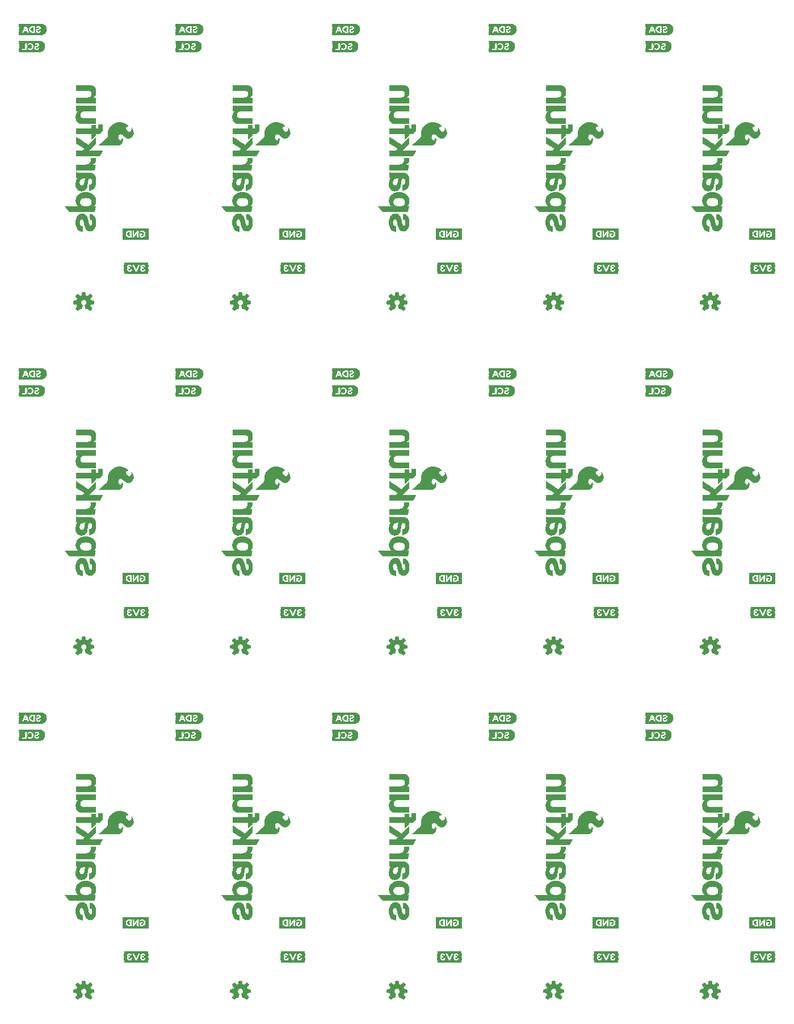
<source format=gbo>
G75*
%MOIN*%
%OFA0B0*%
%FSLAX25Y25*%
%IPPOS*%
%LPD*%
%AMOC8*
5,1,8,0,0,1.08239X$1,22.5*
%
%ADD10C,0.00300*%
%ADD11C,0.00591*%
%ADD12R,0.14331X0.00157*%
%ADD13R,0.02835X0.00157*%
%ADD14R,0.07087X0.00157*%
%ADD15R,0.02362X0.00157*%
%ADD16R,0.01102X0.00157*%
%ADD17R,0.02205X0.00157*%
%ADD18R,0.00787X0.00157*%
%ADD19R,0.02047X0.00157*%
%ADD20R,0.00630X0.00157*%
%ADD21R,0.01890X0.00157*%
%ADD22R,0.00472X0.00157*%
%ADD23R,0.00315X0.00157*%
%ADD24R,0.01732X0.00157*%
%ADD25R,0.01575X0.00157*%
%ADD26R,0.01417X0.00157*%
%ADD27R,0.01260X0.00157*%
%ADD28R,0.00945X0.00157*%
%ADD29R,0.03465X0.00157*%
%ADD30R,0.00157X0.00157*%
%ADD31R,0.02992X0.00157*%
%ADD32R,0.02520X0.00157*%
%ADD33R,0.15276X0.00157*%
%ADD34R,0.03307X0.00157*%
%ADD35R,0.11024X0.00157*%
%ADD36R,0.02677X0.00157*%
%ADD37R,0.03150X0.00157*%
%ADD38R,0.12913X0.00157*%
%ADD39R,0.13386X0.00157*%
%ADD40R,0.13701X0.00157*%
%ADD41R,0.14016X0.00157*%
%ADD42R,0.14173X0.00157*%
%ADD43R,0.14488X0.00157*%
%ADD44R,0.03780X0.00157*%
%ADD45R,0.06142X0.00157*%
%ADD46R,0.03622X0.00157*%
%ADD47R,0.03937X0.00157*%
%ADD48R,0.04252X0.00157*%
%ADD49R,0.04882X0.00157*%
%ADD50R,0.05197X0.00157*%
%ADD51R,0.13858X0.00157*%
%ADD52R,0.14646X0.00157*%
%ADD53R,0.14961X0.00157*%
%ADD54R,0.15118X0.00157*%
%ADD55R,0.15433X0.00157*%
%ADD56R,0.04409X0.00157*%
%ADD57R,0.05354X0.00157*%
D10*
X0084952Y0097120D02*
X0099480Y0097120D01*
X0099637Y0097829D01*
X0099676Y0098222D01*
X0099755Y0098577D01*
X0099795Y0098931D01*
X0099873Y0099285D01*
X0099952Y0099679D01*
X0099991Y0100033D01*
X0098574Y0100033D01*
X0099007Y0100348D01*
X0099361Y0100703D01*
X0099676Y0101057D01*
X0099913Y0101451D01*
X0100070Y0101884D01*
X0100228Y0102356D01*
X0100267Y0102868D01*
X0100306Y0103341D01*
X0100188Y0104561D01*
X0099834Y0105624D01*
X0099243Y0106490D01*
X0098495Y0107199D01*
X0097590Y0107750D01*
X0096606Y0108104D01*
X0095503Y0108341D01*
X0094322Y0108419D01*
X0094401Y0105348D01*
X0095070Y0105309D01*
X0095739Y0105230D01*
X0096330Y0105033D01*
X0096881Y0104758D01*
X0097354Y0104404D01*
X0097708Y0103931D01*
X0097905Y0103380D01*
X0097984Y0102671D01*
X0097905Y0102002D01*
X0097708Y0101411D01*
X0097354Y0100978D01*
X0096881Y0100624D01*
X0096330Y0100348D01*
X0095739Y0100191D01*
X0095070Y0100073D01*
X0094401Y0100033D01*
X0093732Y0100073D01*
X0093102Y0100191D01*
X0092511Y0100348D01*
X0091960Y0100624D01*
X0091527Y0100978D01*
X0091173Y0101451D01*
X0090936Y0102041D01*
X0090858Y0102711D01*
X0090936Y0103419D01*
X0091173Y0103970D01*
X0091527Y0104443D01*
X0091960Y0104797D01*
X0092511Y0105033D01*
X0091212Y0107750D01*
X0090346Y0107199D01*
X0089598Y0106530D01*
X0089047Y0105663D01*
X0088692Y0104679D01*
X0088574Y0103537D01*
X0088613Y0103026D01*
X0088692Y0102553D01*
X0088810Y0102081D01*
X0089007Y0101648D01*
X0089243Y0101215D01*
X0089519Y0100821D01*
X0089873Y0100506D01*
X0090267Y0100191D01*
X0082236Y0100191D01*
X0082590Y0099797D01*
X0082905Y0099404D01*
X0083259Y0099010D01*
X0083613Y0098656D01*
X0083928Y0098262D01*
X0084283Y0097868D01*
X0084598Y0097514D01*
X0084952Y0097120D01*
X0084693Y0097408D02*
X0099543Y0097408D01*
X0099610Y0097706D02*
X0084427Y0097706D01*
X0084160Y0098005D02*
X0099655Y0098005D01*
X0099694Y0098303D02*
X0083895Y0098303D01*
X0083657Y0098602D02*
X0099758Y0098602D01*
X0099791Y0098900D02*
X0083369Y0098900D01*
X0083089Y0099199D02*
X0099854Y0099199D01*
X0099916Y0099497D02*
X0082830Y0099497D01*
X0082591Y0099796D02*
X0099965Y0099796D01*
X0099350Y0100691D02*
X0096971Y0100691D01*
X0097363Y0100990D02*
X0099617Y0100990D01*
X0099815Y0101288D02*
X0097607Y0101288D01*
X0097766Y0101587D02*
X0099962Y0101587D01*
X0100071Y0101885D02*
X0097866Y0101885D01*
X0097926Y0102184D02*
X0100170Y0102184D01*
X0100237Y0102482D02*
X0097961Y0102482D01*
X0097971Y0102781D02*
X0100260Y0102781D01*
X0100285Y0103079D02*
X0097938Y0103079D01*
X0097905Y0103378D02*
X0100303Y0103378D01*
X0100274Y0103676D02*
X0097799Y0103676D01*
X0097675Y0103975D02*
X0100245Y0103975D01*
X0100216Y0104273D02*
X0097451Y0104273D01*
X0097129Y0104572D02*
X0100185Y0104572D01*
X0100085Y0104870D02*
X0096656Y0104870D01*
X0095924Y0105169D02*
X0099986Y0105169D01*
X0099886Y0105467D02*
X0094398Y0105467D01*
X0092304Y0105467D01*
X0088976Y0105467D01*
X0088869Y0105169D02*
X0092446Y0105169D01*
X0092917Y0105169D01*
X0093102Y0105230D02*
X0092511Y0105033D01*
X0091212Y0107750D01*
X0092157Y0108104D01*
X0093220Y0108341D01*
X0094322Y0108419D01*
X0094401Y0105348D01*
X0093732Y0105309D01*
X0093102Y0105230D01*
X0092131Y0104870D02*
X0088761Y0104870D01*
X0088681Y0104572D02*
X0091684Y0104572D01*
X0091400Y0104273D02*
X0088650Y0104273D01*
X0088619Y0103975D02*
X0091176Y0103975D01*
X0091046Y0103676D02*
X0088588Y0103676D01*
X0088586Y0103378D02*
X0090932Y0103378D01*
X0090899Y0103079D02*
X0088609Y0103079D01*
X0088654Y0102781D02*
X0090865Y0102781D01*
X0090884Y0102482D02*
X0088710Y0102482D01*
X0088785Y0102184D02*
X0090920Y0102184D01*
X0090999Y0101885D02*
X0088899Y0101885D01*
X0089040Y0101587D02*
X0091118Y0101587D01*
X0091294Y0101288D02*
X0089203Y0101288D01*
X0089401Y0100990D02*
X0091518Y0100990D01*
X0091878Y0100691D02*
X0089665Y0100691D01*
X0090015Y0100393D02*
X0092423Y0100393D01*
X0093618Y0100094D02*
X0082323Y0100094D01*
X0089112Y0105766D02*
X0092161Y0105766D01*
X0094390Y0105766D01*
X0099737Y0105766D01*
X0099534Y0106064D02*
X0094382Y0106064D01*
X0094383Y0106064D02*
X0092018Y0106064D01*
X0089302Y0106064D01*
X0089492Y0106363D02*
X0091875Y0106363D01*
X0094375Y0106363D01*
X0099330Y0106363D01*
X0099063Y0106661D02*
X0094367Y0106661D01*
X0091732Y0106661D01*
X0091733Y0106661D02*
X0089745Y0106661D01*
X0090079Y0106960D02*
X0091590Y0106960D01*
X0094360Y0106960D01*
X0098747Y0106960D01*
X0098397Y0107258D02*
X0094352Y0107258D01*
X0091447Y0107258D01*
X0090439Y0107258D01*
X0090909Y0107557D02*
X0091304Y0107557D01*
X0094344Y0107557D01*
X0097907Y0107557D01*
X0097297Y0107855D02*
X0094337Y0107855D01*
X0091493Y0107855D01*
X0092380Y0108154D02*
X0094329Y0108154D01*
X0096374Y0108154D01*
X0096566Y0109640D02*
X0097078Y0109719D01*
X0097550Y0109837D01*
X0097944Y0109994D01*
X0098338Y0110191D01*
X0098692Y0110427D01*
X0099007Y0110703D01*
X0099480Y0111411D01*
X0099676Y0111766D01*
X0099873Y0112159D01*
X0100110Y0113026D01*
X0100188Y0113498D01*
X0100228Y0113931D01*
X0100267Y0114404D01*
X0100267Y0115742D01*
X0100228Y0116136D01*
X0100070Y0117002D01*
X0099991Y0117396D01*
X0099873Y0117789D01*
X0099716Y0118144D01*
X0099519Y0118498D01*
X0099283Y0118813D01*
X0099047Y0119089D01*
X0098732Y0119325D01*
X0098417Y0119522D01*
X0098023Y0119640D01*
X0097590Y0119758D01*
X0090936Y0119758D01*
X0090739Y0119797D01*
X0090228Y0119797D01*
X0090031Y0119837D01*
X0089873Y0119837D01*
X0089401Y0119955D01*
X0089283Y0119955D01*
X0089165Y0119994D01*
X0089047Y0120073D01*
X0088928Y0120112D01*
X0088850Y0120152D01*
X0088850Y0117041D01*
X0088928Y0117041D01*
X0088968Y0117002D01*
X0089047Y0117002D01*
X0089125Y0116963D01*
X0089165Y0116923D01*
X0089322Y0116923D01*
X0089361Y0116884D01*
X0089519Y0116884D01*
X0089598Y0116844D01*
X0089913Y0116844D01*
X0089755Y0116648D01*
X0089558Y0116451D01*
X0089401Y0116254D01*
X0089283Y0116057D01*
X0088928Y0115348D01*
X0088771Y0114876D01*
X0088732Y0114640D01*
X0088653Y0114364D01*
X0088613Y0114128D01*
X0088574Y0113852D01*
X0088574Y0113616D01*
X0088535Y0113341D01*
X0088535Y0112711D01*
X0088574Y0112317D01*
X0088732Y0111608D01*
X0088850Y0111254D01*
X0089007Y0110939D01*
X0089165Y0110663D01*
X0089361Y0110388D01*
X0089558Y0110152D01*
X0089834Y0109955D01*
X0090070Y0109758D01*
X0090385Y0109600D01*
X0090700Y0109482D01*
X0091094Y0109364D01*
X0091448Y0109325D01*
X0091881Y0109285D01*
X0092747Y0109404D01*
X0093417Y0109640D01*
X0093968Y0109994D01*
X0094401Y0110506D01*
X0094755Y0111057D01*
X0094991Y0111687D01*
X0095149Y0112356D01*
X0095267Y0113065D01*
X0093535Y0113656D01*
X0093495Y0113498D01*
X0093417Y0113341D01*
X0093377Y0113183D01*
X0093298Y0113026D01*
X0093220Y0112907D01*
X0092984Y0112671D01*
X0092747Y0112514D01*
X0092590Y0112435D01*
X0092432Y0112396D01*
X0092236Y0112356D01*
X0091842Y0112356D01*
X0091645Y0112396D01*
X0091487Y0112435D01*
X0091330Y0112514D01*
X0091094Y0112671D01*
X0090976Y0112789D01*
X0090897Y0112907D01*
X0090818Y0113065D01*
X0090779Y0113183D01*
X0090700Y0113341D01*
X0090661Y0113498D01*
X0090621Y0113695D01*
X0090621Y0114640D01*
X0090700Y0115033D01*
X0090779Y0115348D01*
X0090936Y0115624D01*
X0091054Y0115860D01*
X0091251Y0116057D01*
X0091645Y0116372D01*
X0091842Y0116451D01*
X0092078Y0116569D01*
X0092669Y0116687D01*
X0094322Y0116687D01*
X0094243Y0116608D01*
X0094086Y0116372D01*
X0094007Y0116057D01*
X0093968Y0115939D01*
X0093928Y0115742D01*
X0093850Y0115427D01*
X0095503Y0115073D01*
X0095661Y0115585D01*
X0095818Y0116057D01*
X0096015Y0116411D01*
X0096330Y0116648D01*
X0096724Y0116687D01*
X0096960Y0116687D01*
X0097196Y0116648D01*
X0097354Y0116608D01*
X0097669Y0116451D01*
X0097787Y0116372D01*
X0097905Y0116254D01*
X0097984Y0116136D01*
X0098062Y0115978D01*
X0098102Y0115821D01*
X0098180Y0115663D01*
X0098180Y0115506D01*
X0098259Y0115112D01*
X0098259Y0114522D01*
X0098220Y0114285D01*
X0098180Y0114089D01*
X0098141Y0113931D01*
X0098102Y0113734D01*
X0098023Y0113577D01*
X0097944Y0113459D01*
X0097865Y0113301D01*
X0097629Y0113065D01*
X0097157Y0112829D01*
X0096960Y0112789D01*
X0096763Y0112711D01*
X0096566Y0112711D01*
X0096566Y0109640D01*
X0096566Y0109647D02*
X0096610Y0109647D01*
X0096566Y0109945D02*
X0097822Y0109945D01*
X0098417Y0110244D02*
X0096566Y0110244D01*
X0096566Y0110542D02*
X0098824Y0110542D01*
X0099099Y0110841D02*
X0096566Y0110841D01*
X0096566Y0111139D02*
X0099298Y0111139D01*
X0099494Y0111438D02*
X0096566Y0111438D01*
X0096566Y0111736D02*
X0099660Y0111736D01*
X0099811Y0112035D02*
X0096566Y0112035D01*
X0096566Y0112333D02*
X0099921Y0112333D01*
X0100002Y0112632D02*
X0096566Y0112632D01*
X0097360Y0112930D02*
X0100084Y0112930D01*
X0100143Y0113229D02*
X0097793Y0113229D01*
X0097990Y0113527D02*
X0100191Y0113527D01*
X0100218Y0113826D02*
X0098120Y0113826D01*
X0098188Y0114124D02*
X0100244Y0114124D01*
X0100267Y0114423D02*
X0098243Y0114423D01*
X0098259Y0114721D02*
X0100267Y0114721D01*
X0100267Y0115020D02*
X0098259Y0115020D01*
X0098218Y0115318D02*
X0100267Y0115318D01*
X0100267Y0115617D02*
X0098180Y0115617D01*
X0098078Y0115915D02*
X0100250Y0115915D01*
X0100213Y0116214D02*
X0097932Y0116214D01*
X0097545Y0116512D02*
X0100159Y0116512D01*
X0100105Y0116811D02*
X0089886Y0116811D01*
X0089620Y0116512D02*
X0091965Y0116512D01*
X0091447Y0116214D02*
X0089377Y0116214D01*
X0089212Y0115915D02*
X0091109Y0115915D01*
X0090932Y0115617D02*
X0089063Y0115617D01*
X0088918Y0115318D02*
X0090771Y0115318D01*
X0090697Y0115020D02*
X0088819Y0115020D01*
X0088745Y0114721D02*
X0090638Y0114721D01*
X0090621Y0114423D02*
X0088670Y0114423D01*
X0088613Y0114124D02*
X0090621Y0114124D01*
X0090621Y0113826D02*
X0088574Y0113826D01*
X0088561Y0113527D02*
X0090655Y0113527D01*
X0090756Y0113229D02*
X0088535Y0113229D01*
X0088535Y0112930D02*
X0090886Y0112930D01*
X0091153Y0112632D02*
X0088543Y0112632D01*
X0088572Y0112333D02*
X0095143Y0112333D01*
X0095195Y0112632D02*
X0092924Y0112632D01*
X0093235Y0112930D02*
X0095245Y0112930D01*
X0095267Y0113065D02*
X0093535Y0113656D01*
X0093613Y0113970D01*
X0093653Y0114167D01*
X0093692Y0114325D01*
X0093771Y0114719D01*
X0093771Y0114876D01*
X0093810Y0115073D01*
X0093850Y0115230D01*
X0093850Y0115427D01*
X0095503Y0115073D01*
X0095424Y0114443D01*
X0095346Y0113774D01*
X0095267Y0113065D01*
X0095285Y0113229D02*
X0094787Y0113229D01*
X0093389Y0113229D01*
X0093503Y0113527D02*
X0093911Y0113527D01*
X0095318Y0113527D01*
X0095352Y0113826D02*
X0093577Y0113826D01*
X0093644Y0114124D02*
X0095387Y0114124D01*
X0095422Y0114423D02*
X0093712Y0114423D01*
X0093771Y0114721D02*
X0095459Y0114721D01*
X0095497Y0115020D02*
X0093800Y0115020D01*
X0093850Y0115318D02*
X0094358Y0115318D01*
X0095579Y0115318D01*
X0095671Y0115617D02*
X0093897Y0115617D01*
X0093963Y0115915D02*
X0095771Y0115915D01*
X0095905Y0116214D02*
X0094046Y0116214D01*
X0094179Y0116512D02*
X0096150Y0116512D01*
X0098455Y0119497D02*
X0088850Y0119497D01*
X0088850Y0119199D02*
X0098899Y0119199D01*
X0099208Y0118900D02*
X0088850Y0118900D01*
X0088850Y0118602D02*
X0099441Y0118602D01*
X0099627Y0118303D02*
X0088850Y0118303D01*
X0088850Y0118005D02*
X0099778Y0118005D01*
X0099898Y0117706D02*
X0088850Y0117706D01*
X0088850Y0117408D02*
X0099988Y0117408D01*
X0100049Y0117109D02*
X0088850Y0117109D01*
X0088850Y0119796D02*
X0090746Y0119796D01*
X0088982Y0120094D02*
X0088850Y0120094D01*
X0088850Y0121451D02*
X0098141Y0121451D01*
X0099480Y0121490D01*
X0099558Y0121844D01*
X0099598Y0122238D01*
X0099755Y0122947D01*
X0099795Y0123301D01*
X0099873Y0123656D01*
X0099952Y0124049D01*
X0099991Y0124404D01*
X0097944Y0124404D01*
X0098456Y0124679D01*
X0098889Y0124994D01*
X0099283Y0125388D01*
X0099637Y0125860D01*
X0099913Y0126333D01*
X0100149Y0126844D01*
X0100267Y0127396D01*
X0100306Y0127986D01*
X0100306Y0128222D01*
X0100267Y0128301D01*
X0100267Y0128380D01*
X0100228Y0128498D01*
X0100228Y0128577D01*
X0100188Y0128656D01*
X0097354Y0128656D01*
X0097393Y0128537D01*
X0097393Y0128419D01*
X0097432Y0128262D01*
X0097432Y0127986D01*
X0097472Y0127829D01*
X0097472Y0127553D01*
X0097393Y0126766D01*
X0097196Y0126136D01*
X0096842Y0125585D01*
X0096409Y0125191D01*
X0095897Y0124876D01*
X0095267Y0124679D01*
X0094598Y0124561D01*
X0093889Y0124522D01*
X0088850Y0124522D01*
X0088850Y0121451D01*
X0088850Y0121587D02*
X0099501Y0121587D01*
X0099562Y0121886D02*
X0088850Y0121886D01*
X0088850Y0122184D02*
X0099592Y0122184D01*
X0099652Y0122483D02*
X0088850Y0122483D01*
X0088850Y0122781D02*
X0099718Y0122781D01*
X0099770Y0123080D02*
X0088850Y0123080D01*
X0088850Y0123378D02*
X0099812Y0123378D01*
X0099878Y0123677D02*
X0088850Y0123677D01*
X0088850Y0123975D02*
X0099937Y0123975D01*
X0099977Y0124274D02*
X0088850Y0124274D01*
X0088889Y0129837D02*
X0102550Y0129837D01*
X0104243Y0132907D01*
X0096015Y0132907D01*
X0099991Y0136766D01*
X0099991Y0140388D01*
X0095897Y0136175D01*
X0088889Y0140860D01*
X0088889Y0137159D01*
X0093850Y0134089D01*
X0092708Y0132907D01*
X0088889Y0132907D01*
X0088889Y0129837D01*
X0088889Y0129945D02*
X0102610Y0129945D01*
X0102775Y0130244D02*
X0088889Y0130244D01*
X0088889Y0130542D02*
X0102940Y0130542D01*
X0103104Y0130841D02*
X0088889Y0130841D01*
X0088889Y0131139D02*
X0103269Y0131139D01*
X0103433Y0131438D02*
X0088889Y0131438D01*
X0088889Y0131736D02*
X0103598Y0131736D01*
X0103762Y0132035D02*
X0088889Y0132035D01*
X0088889Y0132333D02*
X0103927Y0132333D01*
X0104091Y0132632D02*
X0088889Y0132632D01*
X0090898Y0135916D02*
X0099115Y0135916D01*
X0099423Y0136214D02*
X0095935Y0136214D01*
X0095839Y0136214D02*
X0090416Y0136214D01*
X0089934Y0136513D02*
X0095392Y0136513D01*
X0094946Y0136811D02*
X0089452Y0136811D01*
X0088970Y0137110D02*
X0094499Y0137110D01*
X0094053Y0137408D02*
X0088889Y0137408D01*
X0088889Y0137707D02*
X0093606Y0137707D01*
X0093160Y0138005D02*
X0088889Y0138005D01*
X0088889Y0138304D02*
X0092713Y0138304D01*
X0092267Y0138602D02*
X0088889Y0138602D01*
X0088889Y0138901D02*
X0091820Y0138901D01*
X0091374Y0139199D02*
X0088889Y0139199D01*
X0088889Y0139498D02*
X0090927Y0139498D01*
X0090481Y0139796D02*
X0088889Y0139796D01*
X0088889Y0140095D02*
X0090034Y0140095D01*
X0089588Y0140393D02*
X0088889Y0140393D01*
X0088889Y0140692D02*
X0089141Y0140692D01*
X0088889Y0142711D02*
X0097944Y0142711D01*
X0097944Y0139679D01*
X0098220Y0139955D01*
X0098456Y0140230D01*
X0098732Y0140467D01*
X0098968Y0140742D01*
X0099243Y0140978D01*
X0099480Y0141254D01*
X0099991Y0141766D01*
X0099991Y0142711D01*
X0100858Y0142711D01*
X0101566Y0142750D01*
X0102236Y0142947D01*
X0102787Y0143222D01*
X0103298Y0143616D01*
X0103692Y0144167D01*
X0104007Y0144797D01*
X0104165Y0145545D01*
X0104243Y0146451D01*
X0104243Y0147041D01*
X0104204Y0147238D01*
X0104204Y0147671D01*
X0104165Y0147868D01*
X0104165Y0148065D01*
X0101881Y0148065D01*
X0101921Y0147907D01*
X0101921Y0147199D01*
X0101960Y0147081D01*
X0101960Y0146923D01*
X0101921Y0146648D01*
X0101881Y0146411D01*
X0101802Y0146175D01*
X0101645Y0146018D01*
X0101487Y0145900D01*
X0101251Y0145821D01*
X0100976Y0145781D01*
X0099991Y0145781D01*
X0099991Y0147868D01*
X0097944Y0147868D01*
X0097944Y0145781D01*
X0088889Y0145781D01*
X0088889Y0142711D01*
X0088889Y0142781D02*
X0101673Y0142781D01*
X0102501Y0143080D02*
X0088889Y0143080D01*
X0088889Y0143378D02*
X0102989Y0143378D01*
X0103342Y0143677D02*
X0088889Y0143677D01*
X0088889Y0143975D02*
X0103555Y0143975D01*
X0103745Y0144274D02*
X0088889Y0144274D01*
X0088889Y0144572D02*
X0103895Y0144572D01*
X0104023Y0144871D02*
X0088889Y0144871D01*
X0088889Y0145169D02*
X0104086Y0145169D01*
X0104148Y0145468D02*
X0088889Y0145468D01*
X0088889Y0145766D02*
X0104184Y0145766D01*
X0104210Y0146065D02*
X0101692Y0146065D01*
X0101865Y0146363D02*
X0104236Y0146363D01*
X0104243Y0146662D02*
X0101923Y0146662D01*
X0101960Y0146960D02*
X0104243Y0146960D01*
X0104204Y0147259D02*
X0101921Y0147259D01*
X0101921Y0147558D02*
X0104204Y0147558D01*
X0104167Y0147856D02*
X0101921Y0147856D01*
X0099991Y0147856D02*
X0097944Y0147856D01*
X0097944Y0147558D02*
X0099991Y0147558D01*
X0099991Y0147259D02*
X0097944Y0147259D01*
X0097944Y0146960D02*
X0099991Y0146960D01*
X0099991Y0146662D02*
X0097944Y0146662D01*
X0097944Y0146363D02*
X0099991Y0146363D01*
X0099991Y0146065D02*
X0097944Y0146065D01*
X0099991Y0148774D02*
X0093141Y0148774D01*
X0092157Y0148813D01*
X0091291Y0148931D01*
X0090503Y0149207D01*
X0089834Y0149561D01*
X0089283Y0150112D01*
X0088889Y0150821D01*
X0088653Y0151726D01*
X0088574Y0152829D01*
X0088613Y0153301D01*
X0088692Y0153813D01*
X0088810Y0154285D01*
X0089007Y0154719D01*
X0089283Y0155152D01*
X0089598Y0155545D01*
X0089991Y0155939D01*
X0090424Y0156254D01*
X0088889Y0156254D01*
X0088889Y0159167D01*
X0090267Y0159207D01*
X0099991Y0159207D01*
X0099991Y0156136D01*
X0093377Y0156136D01*
X0092708Y0156018D01*
X0092157Y0155821D01*
X0091724Y0155585D01*
X0091409Y0155270D01*
X0091173Y0154837D01*
X0091015Y0154364D01*
X0090976Y0153774D01*
X0091015Y0153301D01*
X0091133Y0152868D01*
X0091369Y0152514D01*
X0091645Y0152278D01*
X0092039Y0152081D01*
X0092511Y0151923D01*
X0093062Y0151844D01*
X0093732Y0151805D01*
X0099991Y0151805D01*
X0099991Y0148774D01*
X0099991Y0149050D02*
X0090951Y0149050D01*
X0090235Y0149349D02*
X0099991Y0149349D01*
X0099991Y0149647D02*
X0089748Y0149647D01*
X0089449Y0149946D02*
X0099991Y0149946D01*
X0099991Y0150244D02*
X0089209Y0150244D01*
X0089044Y0150543D02*
X0099991Y0150543D01*
X0099991Y0150841D02*
X0088884Y0150841D01*
X0088806Y0151140D02*
X0099991Y0151140D01*
X0099991Y0151438D02*
X0088728Y0151438D01*
X0088652Y0151737D02*
X0099991Y0151737D01*
X0099991Y0156214D02*
X0090370Y0156214D01*
X0089968Y0155916D02*
X0092423Y0155916D01*
X0091784Y0155617D02*
X0089670Y0155617D01*
X0089417Y0155319D02*
X0091458Y0155319D01*
X0091273Y0155020D02*
X0089199Y0155020D01*
X0089009Y0154722D02*
X0091134Y0154722D01*
X0091035Y0154423D02*
X0088873Y0154423D01*
X0088770Y0154125D02*
X0090999Y0154125D01*
X0090979Y0153826D02*
X0088696Y0153826D01*
X0088648Y0153528D02*
X0090996Y0153528D01*
X0091035Y0153229D02*
X0088607Y0153229D01*
X0088583Y0152931D02*
X0091116Y0152931D01*
X0091290Y0152632D02*
X0088588Y0152632D01*
X0088609Y0152334D02*
X0091579Y0152334D01*
X0092175Y0152035D02*
X0088631Y0152035D01*
X0088889Y0156513D02*
X0099991Y0156513D01*
X0099991Y0156811D02*
X0088889Y0156811D01*
X0088889Y0157110D02*
X0099991Y0157110D01*
X0099991Y0157408D02*
X0088889Y0157408D01*
X0088889Y0157707D02*
X0099991Y0157707D01*
X0099991Y0158005D02*
X0088889Y0158005D01*
X0088889Y0158304D02*
X0099991Y0158304D01*
X0099991Y0158602D02*
X0088889Y0158602D01*
X0088889Y0158901D02*
X0099991Y0158901D01*
X0099991Y0159199D02*
X0090013Y0159199D01*
X0088889Y0160821D02*
X0098613Y0160821D01*
X0099991Y0160860D01*
X0099991Y0163774D01*
X0098456Y0163774D01*
X0098456Y0163813D01*
X0098889Y0164128D01*
X0099283Y0164482D01*
X0099598Y0164876D01*
X0099873Y0165309D01*
X0100070Y0165781D01*
X0100188Y0166254D01*
X0100267Y0166726D01*
X0100306Y0167199D01*
X0100228Y0168301D01*
X0099991Y0169207D01*
X0099598Y0169915D01*
X0099047Y0170467D01*
X0098377Y0170860D01*
X0097590Y0171096D01*
X0096724Y0171254D01*
X0095739Y0171293D01*
X0088889Y0171293D01*
X0088889Y0168222D01*
X0095149Y0168222D01*
X0095818Y0168183D01*
X0096369Y0168104D01*
X0096842Y0167986D01*
X0097236Y0167789D01*
X0097511Y0167514D01*
X0097708Y0167159D01*
X0097865Y0166766D01*
X0097905Y0166254D01*
X0097865Y0165703D01*
X0097708Y0165191D01*
X0097472Y0164797D01*
X0097157Y0164443D01*
X0096724Y0164207D01*
X0096173Y0164049D01*
X0095503Y0163931D01*
X0094716Y0163892D01*
X0088889Y0163892D01*
X0088889Y0160821D01*
X0088889Y0160991D02*
X0099991Y0160991D01*
X0099991Y0161289D02*
X0088889Y0161289D01*
X0088889Y0161588D02*
X0099991Y0161588D01*
X0099991Y0161886D02*
X0088889Y0161886D01*
X0088889Y0162185D02*
X0099991Y0162185D01*
X0099991Y0162483D02*
X0088889Y0162483D01*
X0088889Y0162782D02*
X0099991Y0162782D01*
X0099991Y0163080D02*
X0088889Y0163080D01*
X0088889Y0163379D02*
X0099991Y0163379D01*
X0099991Y0163677D02*
X0088889Y0163677D01*
X0088889Y0168453D02*
X0100188Y0168453D01*
X0100238Y0168155D02*
X0096016Y0168155D01*
X0097102Y0167856D02*
X0100259Y0167856D01*
X0100281Y0167558D02*
X0097467Y0167558D01*
X0097652Y0167259D02*
X0100302Y0167259D01*
X0100287Y0166961D02*
X0097787Y0166961D01*
X0097873Y0166662D02*
X0100256Y0166662D01*
X0100207Y0166364D02*
X0097896Y0166364D01*
X0097891Y0166065D02*
X0100141Y0166065D01*
X0100064Y0165767D02*
X0097870Y0165767D01*
X0097793Y0165468D02*
X0099940Y0165468D01*
X0099785Y0165170D02*
X0097695Y0165170D01*
X0097516Y0164871D02*
X0099594Y0164871D01*
X0099355Y0164573D02*
X0097272Y0164573D01*
X0096847Y0164274D02*
X0099051Y0164274D01*
X0098680Y0163976D02*
X0095756Y0163976D01*
X0100110Y0168752D02*
X0088889Y0168752D01*
X0088889Y0169050D02*
X0100032Y0169050D01*
X0099912Y0169349D02*
X0088889Y0169349D01*
X0088889Y0169647D02*
X0099747Y0169647D01*
X0099567Y0169946D02*
X0088889Y0169946D01*
X0088889Y0170244D02*
X0099269Y0170244D01*
X0098917Y0170543D02*
X0088889Y0170543D01*
X0088889Y0170841D02*
X0098409Y0170841D01*
X0097351Y0171140D02*
X0088889Y0171140D01*
X0109673Y0147558D02*
X0118822Y0147558D01*
X0118732Y0147711D02*
X0119125Y0147041D01*
X0119047Y0147041D01*
X0118928Y0147081D01*
X0118495Y0147081D01*
X0118259Y0147002D01*
X0118023Y0146884D01*
X0117865Y0146687D01*
X0117747Y0146411D01*
X0117747Y0146175D01*
X0117787Y0145900D01*
X0117905Y0145585D01*
X0118062Y0145270D01*
X0118220Y0144994D01*
X0118417Y0144719D01*
X0118889Y0144246D01*
X0119165Y0144049D01*
X0119440Y0143892D01*
X0119676Y0143813D01*
X0120149Y0143813D01*
X0120385Y0143892D01*
X0120582Y0144010D01*
X0120818Y0144207D01*
X0121054Y0144482D01*
X0121212Y0144797D01*
X0121330Y0145152D01*
X0121369Y0145467D01*
X0121369Y0145742D01*
X0121330Y0145978D01*
X0121291Y0146136D01*
X0121291Y0146175D01*
X0121369Y0146096D01*
X0121606Y0145781D01*
X0121842Y0145309D01*
X0122117Y0144719D01*
X0122275Y0144010D01*
X0122314Y0143222D01*
X0122117Y0142356D01*
X0121684Y0141451D01*
X0121094Y0140781D01*
X0120464Y0140348D01*
X0119834Y0140152D01*
X0119165Y0140152D01*
X0118456Y0140309D01*
X0117787Y0140703D01*
X0117078Y0141215D01*
X0116409Y0141884D01*
X0115818Y0142396D01*
X0115228Y0142632D01*
X0114676Y0142671D01*
X0114204Y0142474D01*
X0113771Y0142159D01*
X0113495Y0141687D01*
X0113338Y0141096D01*
X0113298Y0140467D01*
X0113417Y0140033D01*
X0113574Y0139679D01*
X0113771Y0139404D01*
X0114007Y0139207D01*
X0114283Y0139049D01*
X0114519Y0138970D01*
X0114795Y0138970D01*
X0115031Y0139049D01*
X0115228Y0139167D01*
X0115385Y0139325D01*
X0115621Y0139719D01*
X0115739Y0139876D01*
X0115779Y0140033D01*
X0115858Y0140152D01*
X0115858Y0140191D01*
X0115858Y0140112D01*
X0115897Y0139994D01*
X0115976Y0139797D01*
X0116015Y0139522D01*
X0116015Y0138852D01*
X0115936Y0138419D01*
X0115818Y0138026D01*
X0115661Y0137632D01*
X0115424Y0137278D01*
X0115149Y0136923D01*
X0114755Y0136648D01*
X0114322Y0136451D01*
X0113771Y0136254D01*
X0113141Y0136175D01*
X0102275Y0136175D01*
X0102354Y0136215D01*
X0102511Y0136333D01*
X0102787Y0136569D01*
X0103141Y0136844D01*
X0103535Y0137199D01*
X0104480Y0138065D01*
X0104991Y0138537D01*
X0105543Y0139010D01*
X0106054Y0139482D01*
X0106487Y0139876D01*
X0106842Y0140270D01*
X0107117Y0140703D01*
X0107314Y0141096D01*
X0107432Y0141569D01*
X0107432Y0143065D01*
X0107550Y0144010D01*
X0107826Y0144876D01*
X0108141Y0145663D01*
X0108613Y0146411D01*
X0109165Y0147081D01*
X0109795Y0147671D01*
X0110503Y0148222D01*
X0111921Y0149010D01*
X0113377Y0149404D01*
X0114755Y0149482D01*
X0116015Y0149285D01*
X0117157Y0148892D01*
X0118062Y0148341D01*
X0118732Y0147711D01*
X0118577Y0147856D02*
X0110032Y0147856D01*
X0110416Y0148155D02*
X0118260Y0148155D01*
X0117877Y0148453D02*
X0110918Y0148453D01*
X0111456Y0148752D02*
X0117387Y0148752D01*
X0116698Y0149050D02*
X0112069Y0149050D01*
X0113174Y0149349D02*
X0115611Y0149349D01*
X0117855Y0146662D02*
X0108820Y0146662D01*
X0108583Y0146363D02*
X0117747Y0146363D01*
X0117763Y0146065D02*
X0108395Y0146065D01*
X0108206Y0145766D02*
X0117837Y0145766D01*
X0117963Y0145468D02*
X0108063Y0145468D01*
X0107943Y0145169D02*
X0118120Y0145169D01*
X0118308Y0144871D02*
X0107824Y0144871D01*
X0107729Y0144572D02*
X0118563Y0144572D01*
X0118861Y0144274D02*
X0107634Y0144274D01*
X0107546Y0143975D02*
X0119294Y0143975D01*
X0120525Y0143975D02*
X0122277Y0143975D01*
X0122292Y0143677D02*
X0107509Y0143677D01*
X0107472Y0143378D02*
X0122306Y0143378D01*
X0122282Y0143080D02*
X0107434Y0143080D01*
X0107432Y0142781D02*
X0122214Y0142781D01*
X0122146Y0142483D02*
X0115600Y0142483D01*
X0116062Y0142184D02*
X0122035Y0142184D01*
X0121892Y0141886D02*
X0116407Y0141886D01*
X0116705Y0141587D02*
X0121750Y0141587D01*
X0121541Y0141289D02*
X0117004Y0141289D01*
X0117389Y0140990D02*
X0121278Y0140990D01*
X0120963Y0140692D02*
X0117805Y0140692D01*
X0118313Y0140393D02*
X0120529Y0140393D01*
X0120876Y0144274D02*
X0122216Y0144274D01*
X0122150Y0144572D02*
X0121099Y0144572D01*
X0121236Y0144871D02*
X0122046Y0144871D01*
X0121907Y0145169D02*
X0121332Y0145169D01*
X0121369Y0145468D02*
X0121762Y0145468D01*
X0121613Y0145766D02*
X0121365Y0145766D01*
X0121393Y0146065D02*
X0121308Y0146065D01*
X0118997Y0147259D02*
X0109355Y0147259D01*
X0109066Y0146960D02*
X0118176Y0146960D01*
X0114224Y0142483D02*
X0107432Y0142483D01*
X0107432Y0142184D02*
X0113805Y0142184D01*
X0113611Y0141886D02*
X0107432Y0141886D01*
X0107432Y0141587D02*
X0113469Y0141587D01*
X0113389Y0141289D02*
X0107362Y0141289D01*
X0107261Y0140990D02*
X0113331Y0140990D01*
X0113313Y0140692D02*
X0107110Y0140692D01*
X0106920Y0140393D02*
X0113318Y0140393D01*
X0113400Y0140095D02*
X0106684Y0140095D01*
X0106400Y0139796D02*
X0113522Y0139796D01*
X0113704Y0139498D02*
X0106071Y0139498D01*
X0105748Y0139199D02*
X0114020Y0139199D01*
X0115259Y0139199D02*
X0116015Y0139199D01*
X0116015Y0138901D02*
X0105415Y0138901D01*
X0105067Y0138602D02*
X0115970Y0138602D01*
X0115902Y0138304D02*
X0104738Y0138304D01*
X0104414Y0138005D02*
X0115810Y0138005D01*
X0115691Y0137707D02*
X0104089Y0137707D01*
X0103763Y0137408D02*
X0115512Y0137408D01*
X0115294Y0137110D02*
X0103436Y0137110D01*
X0103098Y0136811D02*
X0114989Y0136811D01*
X0114458Y0136513D02*
X0102721Y0136513D01*
X0102353Y0136214D02*
X0113452Y0136214D01*
X0115489Y0139498D02*
X0116015Y0139498D01*
X0115976Y0139796D02*
X0115680Y0139796D01*
X0115820Y0140095D02*
X0115863Y0140095D01*
X0099991Y0140095D02*
X0099707Y0140095D01*
X0099991Y0139796D02*
X0099416Y0139796D01*
X0099126Y0139498D02*
X0099991Y0139498D01*
X0099991Y0139199D02*
X0098836Y0139199D01*
X0098546Y0138901D02*
X0099991Y0138901D01*
X0099991Y0138602D02*
X0098256Y0138602D01*
X0097966Y0138304D02*
X0099991Y0138304D01*
X0099991Y0138005D02*
X0097676Y0138005D01*
X0097385Y0137707D02*
X0099991Y0137707D01*
X0099991Y0137408D02*
X0097095Y0137408D01*
X0096805Y0137110D02*
X0099991Y0137110D01*
X0099991Y0136811D02*
X0096515Y0136811D01*
X0096225Y0136513D02*
X0099730Y0136513D01*
X0098808Y0135617D02*
X0091381Y0135617D01*
X0091863Y0135319D02*
X0098500Y0135319D01*
X0098192Y0135020D02*
X0092345Y0135020D01*
X0092827Y0134722D02*
X0097885Y0134722D01*
X0097577Y0134423D02*
X0093309Y0134423D01*
X0093792Y0134124D02*
X0097269Y0134124D01*
X0096962Y0133826D02*
X0093596Y0133826D01*
X0093307Y0133527D02*
X0096654Y0133527D01*
X0096346Y0133229D02*
X0093019Y0133229D01*
X0092730Y0132930D02*
X0096039Y0132930D01*
X0097393Y0128453D02*
X0100243Y0128453D01*
X0100306Y0128154D02*
X0097432Y0128154D01*
X0097465Y0127856D02*
X0100298Y0127856D01*
X0100278Y0127557D02*
X0097472Y0127557D01*
X0097442Y0127259D02*
X0100238Y0127259D01*
X0100174Y0126960D02*
X0097412Y0126960D01*
X0097360Y0126662D02*
X0100065Y0126662D01*
X0099927Y0126363D02*
X0097267Y0126363D01*
X0097150Y0126065D02*
X0099756Y0126065D01*
X0099567Y0125766D02*
X0096959Y0125766D01*
X0096713Y0125468D02*
X0099343Y0125468D01*
X0099064Y0125169D02*
X0096373Y0125169D01*
X0095880Y0124871D02*
X0098719Y0124871D01*
X0098257Y0124572D02*
X0094661Y0124572D01*
X0095073Y0112035D02*
X0088637Y0112035D01*
X0088703Y0111736D02*
X0095003Y0111736D01*
X0094898Y0111438D02*
X0088788Y0111438D01*
X0088907Y0111139D02*
X0094786Y0111139D01*
X0094616Y0110841D02*
X0089063Y0110841D01*
X0089251Y0110542D02*
X0094424Y0110542D01*
X0094179Y0110244D02*
X0089482Y0110244D01*
X0089845Y0109945D02*
X0093892Y0109945D01*
X0093427Y0109647D02*
X0090293Y0109647D01*
X0091239Y0109348D02*
X0092340Y0109348D01*
X0095191Y0100094D02*
X0098658Y0100094D01*
X0099051Y0100393D02*
X0096419Y0100393D01*
X0096763Y0095585D02*
X0096763Y0092671D01*
X0097157Y0092593D01*
X0097472Y0092435D01*
X0097747Y0092238D01*
X0097944Y0092002D01*
X0098102Y0091687D01*
X0098259Y0090978D01*
X0098259Y0090309D01*
X0098220Y0089994D01*
X0098180Y0089719D01*
X0098102Y0089443D01*
X0097944Y0089207D01*
X0097787Y0089049D01*
X0100170Y0089049D01*
X0100149Y0088892D02*
X0100267Y0089758D01*
X0100306Y0090663D01*
X0100267Y0091569D01*
X0100149Y0092396D01*
X0099913Y0093222D01*
X0099558Y0093931D01*
X0099086Y0094561D01*
X0098456Y0095033D01*
X0097708Y0095388D01*
X0096763Y0095585D01*
X0096763Y0095318D02*
X0097855Y0095318D01*
X0098475Y0095020D02*
X0096763Y0095020D01*
X0096763Y0094721D02*
X0098873Y0094721D01*
X0099190Y0094422D02*
X0096763Y0094422D01*
X0096763Y0094124D02*
X0099414Y0094124D01*
X0099611Y0093825D02*
X0096763Y0093825D01*
X0096763Y0093527D02*
X0099760Y0093527D01*
X0099910Y0093228D02*
X0096763Y0093228D01*
X0096763Y0092930D02*
X0099996Y0092930D01*
X0100082Y0092631D02*
X0096962Y0092631D01*
X0097615Y0092333D02*
X0100158Y0092333D01*
X0100201Y0092034D02*
X0097917Y0092034D01*
X0098077Y0091736D02*
X0100243Y0091736D01*
X0100273Y0091437D02*
X0098157Y0091437D01*
X0098223Y0091139D02*
X0100286Y0091139D01*
X0100299Y0090840D02*
X0098259Y0090840D01*
X0098259Y0090542D02*
X0100301Y0090542D01*
X0100288Y0090243D02*
X0098251Y0090243D01*
X0098213Y0089945D02*
X0100275Y0089945D01*
X0100252Y0089646D02*
X0098160Y0089646D01*
X0098038Y0089348D02*
X0100211Y0089348D01*
X0100149Y0088892D02*
X0099913Y0088065D01*
X0099598Y0087356D01*
X0099125Y0086726D01*
X0098495Y0086215D01*
X0097708Y0085939D01*
X0096724Y0085821D01*
X0096054Y0085900D01*
X0095503Y0086096D01*
X0095031Y0086451D01*
X0094637Y0086923D01*
X0094361Y0087435D01*
X0094125Y0088026D01*
X0093928Y0088695D01*
X0093574Y0090112D01*
X0093417Y0090821D01*
X0093259Y0091411D01*
X0093062Y0091884D01*
X0092865Y0092278D01*
X0092629Y0092593D01*
X0092354Y0092750D01*
X0092039Y0092829D01*
X0091684Y0092750D01*
X0091369Y0092632D01*
X0091094Y0092396D01*
X0090936Y0092120D01*
X0090779Y0091805D01*
X0090700Y0091490D01*
X0090621Y0091136D01*
X0090621Y0090821D01*
X0090661Y0090348D01*
X0090739Y0089955D01*
X0090858Y0089561D01*
X0091054Y0089207D01*
X0091330Y0088892D01*
X0091645Y0088656D01*
X0092039Y0088498D01*
X0092472Y0088459D01*
X0092472Y0085545D01*
X0091487Y0085703D01*
X0090621Y0086057D01*
X0089952Y0086569D01*
X0089440Y0087238D01*
X0089047Y0088026D01*
X0088771Y0088892D01*
X0088613Y0089837D01*
X0088574Y0090781D01*
X0088613Y0091726D01*
X0088771Y0092632D01*
X0089007Y0093498D01*
X0089401Y0094285D01*
X0089952Y0094915D01*
X0090621Y0095427D01*
X0091448Y0095742D01*
X0092432Y0095860D01*
X0093141Y0095781D01*
X0093732Y0095585D01*
X0094243Y0095230D01*
X0094637Y0094758D01*
X0094952Y0094246D01*
X0095188Y0093656D01*
X0095385Y0092986D01*
X0095582Y0092356D01*
X0095700Y0091687D01*
X0095858Y0091057D01*
X0095976Y0090467D01*
X0096133Y0089955D01*
X0096330Y0089522D01*
X0096566Y0089167D01*
X0096842Y0088931D01*
X0097236Y0088852D01*
X0097550Y0088931D01*
X0097787Y0089049D01*
X0096704Y0089049D02*
X0093840Y0089049D01*
X0093914Y0088751D02*
X0100109Y0088751D01*
X0100023Y0088452D02*
X0094000Y0088452D01*
X0094088Y0088154D02*
X0099938Y0088154D01*
X0099819Y0087855D02*
X0094193Y0087855D01*
X0094313Y0087557D02*
X0099687Y0087557D01*
X0099524Y0087258D02*
X0094457Y0087258D01*
X0094617Y0086960D02*
X0099300Y0086960D01*
X0099045Y0086661D02*
X0094855Y0086661D01*
X0095148Y0086363D02*
X0098678Y0086363D01*
X0098066Y0086064D02*
X0095594Y0086064D01*
X0092472Y0086064D02*
X0090612Y0086064D01*
X0090222Y0086363D02*
X0092472Y0086363D01*
X0092472Y0086661D02*
X0089881Y0086661D01*
X0089653Y0086960D02*
X0092472Y0086960D01*
X0092472Y0087258D02*
X0089430Y0087258D01*
X0089281Y0087557D02*
X0092472Y0087557D01*
X0092472Y0087855D02*
X0089132Y0087855D01*
X0089006Y0088154D02*
X0092472Y0088154D01*
X0092472Y0088452D02*
X0088911Y0088452D01*
X0088816Y0088751D02*
X0091518Y0088751D01*
X0091192Y0089049D02*
X0088745Y0089049D01*
X0088695Y0089348D02*
X0090976Y0089348D01*
X0090832Y0089646D02*
X0088645Y0089646D01*
X0088609Y0089945D02*
X0090742Y0089945D01*
X0090682Y0090243D02*
X0088597Y0090243D01*
X0088584Y0090542D02*
X0090645Y0090542D01*
X0090621Y0090840D02*
X0088577Y0090840D01*
X0088589Y0091139D02*
X0090622Y0091139D01*
X0090688Y0091437D02*
X0088601Y0091437D01*
X0088615Y0091736D02*
X0090762Y0091736D01*
X0090893Y0092034D02*
X0088667Y0092034D01*
X0088719Y0092333D02*
X0091058Y0092333D01*
X0091369Y0092631D02*
X0088771Y0092631D01*
X0088852Y0092930D02*
X0095403Y0092930D01*
X0095314Y0093228D02*
X0088934Y0093228D01*
X0089022Y0093527D02*
X0095226Y0093527D01*
X0095120Y0093825D02*
X0089171Y0093825D01*
X0089320Y0094124D02*
X0095001Y0094124D01*
X0094843Y0094422D02*
X0089521Y0094422D01*
X0089782Y0094721D02*
X0094660Y0094721D01*
X0094419Y0095020D02*
X0090088Y0095020D01*
X0090479Y0095318D02*
X0094117Y0095318D01*
X0093636Y0095617D02*
X0091118Y0095617D01*
X0092561Y0092631D02*
X0095496Y0092631D01*
X0095586Y0092333D02*
X0092824Y0092333D01*
X0092987Y0092034D02*
X0095639Y0092034D01*
X0095691Y0091736D02*
X0093124Y0091736D01*
X0093248Y0091437D02*
X0095762Y0091437D01*
X0095837Y0091139D02*
X0093332Y0091139D01*
X0093411Y0090840D02*
X0095901Y0090840D01*
X0095961Y0090542D02*
X0093479Y0090542D01*
X0093545Y0090243D02*
X0096044Y0090243D01*
X0096138Y0089945D02*
X0093616Y0089945D01*
X0093691Y0089646D02*
X0096273Y0089646D01*
X0096446Y0089348D02*
X0093765Y0089348D01*
X0092472Y0085766D02*
X0091334Y0085766D01*
X0097944Y0139796D02*
X0098061Y0139796D01*
X0097944Y0140095D02*
X0098340Y0140095D01*
X0098646Y0140393D02*
X0097944Y0140393D01*
X0097944Y0140692D02*
X0098925Y0140692D01*
X0099254Y0140990D02*
X0097944Y0140990D01*
X0097944Y0141289D02*
X0099514Y0141289D01*
X0099813Y0141587D02*
X0097944Y0141587D01*
X0097944Y0141886D02*
X0099991Y0141886D01*
X0099991Y0142184D02*
X0097944Y0142184D01*
X0097944Y0142483D02*
X0099991Y0142483D01*
X0174236Y0100191D02*
X0174590Y0099797D01*
X0174905Y0099404D01*
X0175259Y0099010D01*
X0175613Y0098656D01*
X0175928Y0098262D01*
X0176283Y0097868D01*
X0176598Y0097514D01*
X0176952Y0097120D01*
X0191480Y0097120D01*
X0191637Y0097829D01*
X0191676Y0098222D01*
X0191755Y0098577D01*
X0191795Y0098931D01*
X0191873Y0099285D01*
X0191952Y0099679D01*
X0191991Y0100033D01*
X0190574Y0100033D01*
X0191007Y0100348D01*
X0191361Y0100703D01*
X0191676Y0101057D01*
X0191913Y0101451D01*
X0192070Y0101884D01*
X0192228Y0102356D01*
X0192267Y0102868D01*
X0192306Y0103341D01*
X0192188Y0104561D01*
X0191834Y0105624D01*
X0191243Y0106490D01*
X0190495Y0107199D01*
X0189590Y0107750D01*
X0188606Y0108104D01*
X0187503Y0108341D01*
X0186322Y0108419D01*
X0186401Y0105348D01*
X0187070Y0105309D01*
X0187739Y0105230D01*
X0188330Y0105033D01*
X0188881Y0104758D01*
X0189354Y0104404D01*
X0189708Y0103931D01*
X0189905Y0103380D01*
X0189984Y0102671D01*
X0189905Y0102002D01*
X0189708Y0101411D01*
X0189354Y0100978D01*
X0188881Y0100624D01*
X0188330Y0100348D01*
X0187739Y0100191D01*
X0187070Y0100073D01*
X0186401Y0100033D01*
X0185732Y0100073D01*
X0185102Y0100191D01*
X0184511Y0100348D01*
X0183960Y0100624D01*
X0183527Y0100978D01*
X0183173Y0101451D01*
X0182936Y0102041D01*
X0182858Y0102711D01*
X0182936Y0103419D01*
X0183173Y0103970D01*
X0183527Y0104443D01*
X0183960Y0104797D01*
X0184511Y0105033D01*
X0183212Y0107750D01*
X0182346Y0107199D01*
X0181598Y0106530D01*
X0181047Y0105663D01*
X0180692Y0104679D01*
X0180574Y0103537D01*
X0180613Y0103026D01*
X0180692Y0102553D01*
X0180810Y0102081D01*
X0181007Y0101648D01*
X0181243Y0101215D01*
X0181519Y0100821D01*
X0181873Y0100506D01*
X0182267Y0100191D01*
X0174236Y0100191D01*
X0174323Y0100094D02*
X0185618Y0100094D01*
X0184423Y0100393D02*
X0182015Y0100393D01*
X0181665Y0100691D02*
X0183878Y0100691D01*
X0183518Y0100990D02*
X0181401Y0100990D01*
X0181203Y0101288D02*
X0183294Y0101288D01*
X0183118Y0101587D02*
X0181040Y0101587D01*
X0180899Y0101885D02*
X0182999Y0101885D01*
X0182920Y0102184D02*
X0180785Y0102184D01*
X0180710Y0102482D02*
X0182884Y0102482D01*
X0182865Y0102781D02*
X0180654Y0102781D01*
X0180609Y0103079D02*
X0182899Y0103079D01*
X0182932Y0103378D02*
X0180586Y0103378D01*
X0180588Y0103676D02*
X0183046Y0103676D01*
X0183176Y0103975D02*
X0180619Y0103975D01*
X0180650Y0104273D02*
X0183400Y0104273D01*
X0183684Y0104572D02*
X0180681Y0104572D01*
X0180761Y0104870D02*
X0184131Y0104870D01*
X0184511Y0105033D02*
X0183212Y0107750D01*
X0184157Y0108104D01*
X0185220Y0108341D01*
X0186322Y0108419D01*
X0186401Y0105348D01*
X0185732Y0105309D01*
X0185102Y0105230D01*
X0184511Y0105033D01*
X0184446Y0105169D02*
X0180869Y0105169D01*
X0180976Y0105467D02*
X0184304Y0105467D01*
X0186398Y0105467D01*
X0191886Y0105467D01*
X0191986Y0105169D02*
X0187924Y0105169D01*
X0188656Y0104870D02*
X0192085Y0104870D01*
X0192185Y0104572D02*
X0189129Y0104572D01*
X0189451Y0104273D02*
X0192216Y0104273D01*
X0192245Y0103975D02*
X0189675Y0103975D01*
X0189799Y0103676D02*
X0192274Y0103676D01*
X0192303Y0103378D02*
X0189905Y0103378D01*
X0189938Y0103079D02*
X0192285Y0103079D01*
X0192260Y0102781D02*
X0189971Y0102781D01*
X0189961Y0102482D02*
X0192237Y0102482D01*
X0192170Y0102184D02*
X0189926Y0102184D01*
X0189866Y0101885D02*
X0192071Y0101885D01*
X0191962Y0101587D02*
X0189766Y0101587D01*
X0189607Y0101288D02*
X0191815Y0101288D01*
X0191617Y0100990D02*
X0189363Y0100990D01*
X0188971Y0100691D02*
X0191350Y0100691D01*
X0191051Y0100393D02*
X0188419Y0100393D01*
X0187191Y0100094D02*
X0190658Y0100094D01*
X0191965Y0099796D02*
X0174591Y0099796D01*
X0174830Y0099497D02*
X0191916Y0099497D01*
X0191854Y0099199D02*
X0175089Y0099199D01*
X0175369Y0098900D02*
X0191791Y0098900D01*
X0191758Y0098602D02*
X0175657Y0098602D01*
X0175895Y0098303D02*
X0191694Y0098303D01*
X0191655Y0098005D02*
X0176160Y0098005D01*
X0176427Y0097706D02*
X0191610Y0097706D01*
X0191543Y0097408D02*
X0176693Y0097408D01*
X0181401Y0094285D02*
X0181007Y0093498D01*
X0180771Y0092632D01*
X0180613Y0091726D01*
X0180574Y0090781D01*
X0180613Y0089837D01*
X0180771Y0088892D01*
X0181047Y0088026D01*
X0181440Y0087238D01*
X0181952Y0086569D01*
X0182621Y0086057D01*
X0183487Y0085703D01*
X0184472Y0085545D01*
X0184472Y0088459D01*
X0184039Y0088498D01*
X0183645Y0088656D01*
X0183330Y0088892D01*
X0183054Y0089207D01*
X0182858Y0089561D01*
X0182739Y0089955D01*
X0182661Y0090348D01*
X0182621Y0090821D01*
X0182621Y0091136D01*
X0182700Y0091490D01*
X0182779Y0091805D01*
X0182936Y0092120D01*
X0183094Y0092396D01*
X0183369Y0092632D01*
X0183684Y0092750D01*
X0184039Y0092829D01*
X0184354Y0092750D01*
X0184629Y0092593D01*
X0184865Y0092278D01*
X0185062Y0091884D01*
X0185259Y0091411D01*
X0185417Y0090821D01*
X0185574Y0090112D01*
X0185928Y0088695D01*
X0186125Y0088026D01*
X0186361Y0087435D01*
X0186637Y0086923D01*
X0187031Y0086451D01*
X0187503Y0086096D01*
X0188054Y0085900D01*
X0188724Y0085821D01*
X0189708Y0085939D01*
X0190495Y0086215D01*
X0191125Y0086726D01*
X0191598Y0087356D01*
X0191913Y0088065D01*
X0192149Y0088892D01*
X0192267Y0089758D01*
X0192306Y0090663D01*
X0192267Y0091569D01*
X0192149Y0092396D01*
X0191913Y0093222D01*
X0191558Y0093931D01*
X0191086Y0094561D01*
X0190456Y0095033D01*
X0189708Y0095388D01*
X0188763Y0095585D01*
X0188763Y0092671D01*
X0189157Y0092593D01*
X0189472Y0092435D01*
X0189747Y0092238D01*
X0189944Y0092002D01*
X0190102Y0091687D01*
X0190259Y0090978D01*
X0190259Y0090309D01*
X0190220Y0089994D01*
X0190180Y0089719D01*
X0190102Y0089443D01*
X0189944Y0089207D01*
X0189787Y0089049D01*
X0192170Y0089049D01*
X0192211Y0089348D02*
X0190038Y0089348D01*
X0190160Y0089646D02*
X0192252Y0089646D01*
X0192275Y0089945D02*
X0190213Y0089945D01*
X0190251Y0090243D02*
X0192288Y0090243D01*
X0192301Y0090542D02*
X0190259Y0090542D01*
X0190259Y0090840D02*
X0192299Y0090840D01*
X0192286Y0091139D02*
X0190223Y0091139D01*
X0190157Y0091437D02*
X0192273Y0091437D01*
X0192243Y0091736D02*
X0190077Y0091736D01*
X0189917Y0092034D02*
X0192201Y0092034D01*
X0192158Y0092333D02*
X0189615Y0092333D01*
X0188962Y0092631D02*
X0192082Y0092631D01*
X0191996Y0092930D02*
X0188763Y0092930D01*
X0188763Y0093228D02*
X0191910Y0093228D01*
X0191760Y0093527D02*
X0188763Y0093527D01*
X0188763Y0093825D02*
X0191611Y0093825D01*
X0191414Y0094124D02*
X0188763Y0094124D01*
X0188763Y0094422D02*
X0191190Y0094422D01*
X0190873Y0094721D02*
X0188763Y0094721D01*
X0188763Y0095020D02*
X0190475Y0095020D01*
X0189855Y0095318D02*
X0188763Y0095318D01*
X0186952Y0094246D02*
X0186637Y0094758D01*
X0186243Y0095230D01*
X0185732Y0095585D01*
X0185141Y0095781D01*
X0184432Y0095860D01*
X0183448Y0095742D01*
X0182621Y0095427D01*
X0181952Y0094915D01*
X0181401Y0094285D01*
X0181320Y0094124D02*
X0187001Y0094124D01*
X0186952Y0094246D02*
X0187188Y0093656D01*
X0187385Y0092986D01*
X0187582Y0092356D01*
X0187700Y0091687D01*
X0187858Y0091057D01*
X0187976Y0090467D01*
X0188133Y0089955D01*
X0188330Y0089522D01*
X0188566Y0089167D01*
X0188842Y0088931D01*
X0189236Y0088852D01*
X0189550Y0088931D01*
X0189787Y0089049D01*
X0188704Y0089049D02*
X0185840Y0089049D01*
X0185914Y0088751D02*
X0192109Y0088751D01*
X0192023Y0088452D02*
X0186000Y0088452D01*
X0186088Y0088154D02*
X0191938Y0088154D01*
X0191819Y0087855D02*
X0186193Y0087855D01*
X0186313Y0087557D02*
X0191687Y0087557D01*
X0191524Y0087258D02*
X0186457Y0087258D01*
X0186617Y0086960D02*
X0191300Y0086960D01*
X0191045Y0086661D02*
X0186855Y0086661D01*
X0187148Y0086363D02*
X0190678Y0086363D01*
X0190066Y0086064D02*
X0187594Y0086064D01*
X0184472Y0086064D02*
X0182612Y0086064D01*
X0182222Y0086363D02*
X0184472Y0086363D01*
X0184472Y0086661D02*
X0181881Y0086661D01*
X0181653Y0086960D02*
X0184472Y0086960D01*
X0184472Y0087258D02*
X0181430Y0087258D01*
X0181281Y0087557D02*
X0184472Y0087557D01*
X0184472Y0087855D02*
X0181132Y0087855D01*
X0181006Y0088154D02*
X0184472Y0088154D01*
X0184472Y0088452D02*
X0180911Y0088452D01*
X0180816Y0088751D02*
X0183518Y0088751D01*
X0183192Y0089049D02*
X0180745Y0089049D01*
X0180695Y0089348D02*
X0182976Y0089348D01*
X0182832Y0089646D02*
X0180645Y0089646D01*
X0180609Y0089945D02*
X0182742Y0089945D01*
X0182682Y0090243D02*
X0180597Y0090243D01*
X0180584Y0090542D02*
X0182645Y0090542D01*
X0182621Y0090840D02*
X0180577Y0090840D01*
X0180589Y0091139D02*
X0182622Y0091139D01*
X0182688Y0091437D02*
X0180601Y0091437D01*
X0180615Y0091736D02*
X0182762Y0091736D01*
X0182893Y0092034D02*
X0180667Y0092034D01*
X0180719Y0092333D02*
X0183058Y0092333D01*
X0183369Y0092631D02*
X0180771Y0092631D01*
X0180852Y0092930D02*
X0187403Y0092930D01*
X0187314Y0093228D02*
X0180934Y0093228D01*
X0181022Y0093527D02*
X0187226Y0093527D01*
X0187120Y0093825D02*
X0181171Y0093825D01*
X0181521Y0094422D02*
X0186843Y0094422D01*
X0186660Y0094721D02*
X0181782Y0094721D01*
X0182088Y0095020D02*
X0186419Y0095020D01*
X0186117Y0095318D02*
X0182479Y0095318D01*
X0183118Y0095617D02*
X0185636Y0095617D01*
X0184561Y0092631D02*
X0187496Y0092631D01*
X0187586Y0092333D02*
X0184824Y0092333D01*
X0184987Y0092034D02*
X0187639Y0092034D01*
X0187691Y0091736D02*
X0185124Y0091736D01*
X0185248Y0091437D02*
X0187762Y0091437D01*
X0187837Y0091139D02*
X0185332Y0091139D01*
X0185411Y0090840D02*
X0187901Y0090840D01*
X0187961Y0090542D02*
X0185479Y0090542D01*
X0185545Y0090243D02*
X0188044Y0090243D01*
X0188138Y0089945D02*
X0185616Y0089945D01*
X0185691Y0089646D02*
X0188273Y0089646D01*
X0188446Y0089348D02*
X0185765Y0089348D01*
X0184472Y0085766D02*
X0183334Y0085766D01*
X0184446Y0105169D02*
X0184917Y0105169D01*
X0184161Y0105766D02*
X0181112Y0105766D01*
X0181302Y0106064D02*
X0184018Y0106064D01*
X0186383Y0106064D01*
X0186382Y0106064D02*
X0191534Y0106064D01*
X0191737Y0105766D02*
X0186390Y0105766D01*
X0184161Y0105766D01*
X0183875Y0106363D02*
X0181492Y0106363D01*
X0181745Y0106661D02*
X0183733Y0106661D01*
X0183732Y0106661D02*
X0186367Y0106661D01*
X0191063Y0106661D01*
X0191330Y0106363D02*
X0186375Y0106363D01*
X0183875Y0106363D01*
X0183590Y0106960D02*
X0182079Y0106960D01*
X0182439Y0107258D02*
X0183447Y0107258D01*
X0186352Y0107258D01*
X0190397Y0107258D01*
X0190747Y0106960D02*
X0186360Y0106960D01*
X0183590Y0106960D01*
X0183304Y0107557D02*
X0182909Y0107557D01*
X0183304Y0107557D02*
X0186344Y0107557D01*
X0189907Y0107557D01*
X0189297Y0107855D02*
X0186337Y0107855D01*
X0183493Y0107855D01*
X0184380Y0108154D02*
X0186329Y0108154D01*
X0188374Y0108154D01*
X0188566Y0109640D02*
X0189078Y0109719D01*
X0189550Y0109837D01*
X0189944Y0109994D01*
X0190338Y0110191D01*
X0190692Y0110427D01*
X0191007Y0110703D01*
X0191480Y0111411D01*
X0191676Y0111766D01*
X0191873Y0112159D01*
X0192110Y0113026D01*
X0192188Y0113498D01*
X0192228Y0113931D01*
X0192267Y0114404D01*
X0192267Y0115742D01*
X0192228Y0116136D01*
X0192070Y0117002D01*
X0191991Y0117396D01*
X0191873Y0117789D01*
X0191716Y0118144D01*
X0191519Y0118498D01*
X0191283Y0118813D01*
X0191047Y0119089D01*
X0190732Y0119325D01*
X0190417Y0119522D01*
X0190023Y0119640D01*
X0189590Y0119758D01*
X0182936Y0119758D01*
X0182739Y0119797D01*
X0182228Y0119797D01*
X0182031Y0119837D01*
X0181873Y0119837D01*
X0181401Y0119955D01*
X0181283Y0119955D01*
X0181165Y0119994D01*
X0181047Y0120073D01*
X0180928Y0120112D01*
X0180850Y0120152D01*
X0180850Y0117041D01*
X0180928Y0117041D01*
X0180968Y0117002D01*
X0181047Y0117002D01*
X0181125Y0116963D01*
X0181165Y0116923D01*
X0181322Y0116923D01*
X0181361Y0116884D01*
X0181519Y0116884D01*
X0181598Y0116844D01*
X0181913Y0116844D01*
X0181755Y0116648D01*
X0181558Y0116451D01*
X0181401Y0116254D01*
X0181283Y0116057D01*
X0180928Y0115348D01*
X0180771Y0114876D01*
X0180732Y0114640D01*
X0180653Y0114364D01*
X0180613Y0114128D01*
X0180574Y0113852D01*
X0180574Y0113616D01*
X0180535Y0113341D01*
X0180535Y0112711D01*
X0180574Y0112317D01*
X0180732Y0111608D01*
X0180850Y0111254D01*
X0181007Y0110939D01*
X0181165Y0110663D01*
X0181361Y0110388D01*
X0181558Y0110152D01*
X0181834Y0109955D01*
X0182070Y0109758D01*
X0182385Y0109600D01*
X0182700Y0109482D01*
X0183094Y0109364D01*
X0183448Y0109325D01*
X0183881Y0109285D01*
X0184747Y0109404D01*
X0185417Y0109640D01*
X0185968Y0109994D01*
X0186401Y0110506D01*
X0186755Y0111057D01*
X0186991Y0111687D01*
X0187149Y0112356D01*
X0187267Y0113065D01*
X0185535Y0113656D01*
X0185495Y0113498D01*
X0185417Y0113341D01*
X0185377Y0113183D01*
X0185298Y0113026D01*
X0185220Y0112907D01*
X0184984Y0112671D01*
X0184747Y0112514D01*
X0184590Y0112435D01*
X0184432Y0112396D01*
X0184236Y0112356D01*
X0183842Y0112356D01*
X0183645Y0112396D01*
X0183487Y0112435D01*
X0183330Y0112514D01*
X0183094Y0112671D01*
X0182976Y0112789D01*
X0182897Y0112907D01*
X0182818Y0113065D01*
X0182779Y0113183D01*
X0182700Y0113341D01*
X0182661Y0113498D01*
X0182621Y0113695D01*
X0182621Y0114640D01*
X0182700Y0115033D01*
X0182779Y0115348D01*
X0182936Y0115624D01*
X0183054Y0115860D01*
X0183251Y0116057D01*
X0183645Y0116372D01*
X0183842Y0116451D01*
X0184078Y0116569D01*
X0184669Y0116687D01*
X0186322Y0116687D01*
X0186243Y0116608D01*
X0186086Y0116372D01*
X0186007Y0116057D01*
X0185968Y0115939D01*
X0185928Y0115742D01*
X0185850Y0115427D01*
X0187503Y0115073D01*
X0187661Y0115585D01*
X0187818Y0116057D01*
X0188015Y0116411D01*
X0188330Y0116648D01*
X0188724Y0116687D01*
X0188960Y0116687D01*
X0189196Y0116648D01*
X0189354Y0116608D01*
X0189669Y0116451D01*
X0189787Y0116372D01*
X0189905Y0116254D01*
X0189984Y0116136D01*
X0190062Y0115978D01*
X0190102Y0115821D01*
X0190180Y0115663D01*
X0190180Y0115506D01*
X0190259Y0115112D01*
X0190259Y0114522D01*
X0190220Y0114285D01*
X0190180Y0114089D01*
X0190141Y0113931D01*
X0190102Y0113734D01*
X0190023Y0113577D01*
X0189944Y0113459D01*
X0189865Y0113301D01*
X0189629Y0113065D01*
X0189157Y0112829D01*
X0188960Y0112789D01*
X0188763Y0112711D01*
X0188566Y0112711D01*
X0188566Y0109640D01*
X0188566Y0109647D02*
X0188610Y0109647D01*
X0188566Y0109945D02*
X0189822Y0109945D01*
X0190417Y0110244D02*
X0188566Y0110244D01*
X0188566Y0110542D02*
X0190824Y0110542D01*
X0191099Y0110841D02*
X0188566Y0110841D01*
X0188566Y0111139D02*
X0191298Y0111139D01*
X0191494Y0111438D02*
X0188566Y0111438D01*
X0188566Y0111736D02*
X0191660Y0111736D01*
X0191811Y0112035D02*
X0188566Y0112035D01*
X0188566Y0112333D02*
X0191921Y0112333D01*
X0192002Y0112632D02*
X0188566Y0112632D01*
X0189360Y0112930D02*
X0192084Y0112930D01*
X0192143Y0113229D02*
X0189793Y0113229D01*
X0189990Y0113527D02*
X0192191Y0113527D01*
X0192218Y0113826D02*
X0190120Y0113826D01*
X0190188Y0114124D02*
X0192244Y0114124D01*
X0192267Y0114423D02*
X0190243Y0114423D01*
X0190259Y0114721D02*
X0192267Y0114721D01*
X0192267Y0115020D02*
X0190259Y0115020D01*
X0190218Y0115318D02*
X0192267Y0115318D01*
X0192267Y0115617D02*
X0190180Y0115617D01*
X0190078Y0115915D02*
X0192250Y0115915D01*
X0192213Y0116214D02*
X0189932Y0116214D01*
X0189545Y0116512D02*
X0192159Y0116512D01*
X0192105Y0116811D02*
X0181886Y0116811D01*
X0181620Y0116512D02*
X0183965Y0116512D01*
X0183447Y0116214D02*
X0181377Y0116214D01*
X0181212Y0115915D02*
X0183109Y0115915D01*
X0182932Y0115617D02*
X0181063Y0115617D01*
X0180918Y0115318D02*
X0182771Y0115318D01*
X0182697Y0115020D02*
X0180819Y0115020D01*
X0180745Y0114721D02*
X0182638Y0114721D01*
X0182621Y0114423D02*
X0180670Y0114423D01*
X0180613Y0114124D02*
X0182621Y0114124D01*
X0182621Y0113826D02*
X0180574Y0113826D01*
X0180561Y0113527D02*
X0182655Y0113527D01*
X0182756Y0113229D02*
X0180535Y0113229D01*
X0180535Y0112930D02*
X0182886Y0112930D01*
X0183153Y0112632D02*
X0180543Y0112632D01*
X0180572Y0112333D02*
X0187143Y0112333D01*
X0187195Y0112632D02*
X0184924Y0112632D01*
X0185235Y0112930D02*
X0187245Y0112930D01*
X0187267Y0113065D02*
X0185535Y0113656D01*
X0185613Y0113970D01*
X0185653Y0114167D01*
X0185692Y0114325D01*
X0185771Y0114719D01*
X0185771Y0114876D01*
X0185810Y0115073D01*
X0185850Y0115230D01*
X0185850Y0115427D01*
X0187503Y0115073D01*
X0187424Y0114443D01*
X0187346Y0113774D01*
X0187267Y0113065D01*
X0187285Y0113229D02*
X0186787Y0113229D01*
X0185389Y0113229D01*
X0185503Y0113527D02*
X0185911Y0113527D01*
X0187318Y0113527D01*
X0187352Y0113826D02*
X0185577Y0113826D01*
X0185644Y0114124D02*
X0187387Y0114124D01*
X0187422Y0114423D02*
X0185712Y0114423D01*
X0185771Y0114721D02*
X0187459Y0114721D01*
X0187497Y0115020D02*
X0185800Y0115020D01*
X0185850Y0115318D02*
X0186358Y0115318D01*
X0187579Y0115318D01*
X0187671Y0115617D02*
X0185897Y0115617D01*
X0185963Y0115915D02*
X0187771Y0115915D01*
X0187905Y0116214D02*
X0186046Y0116214D01*
X0186179Y0116512D02*
X0188150Y0116512D01*
X0190455Y0119497D02*
X0180850Y0119497D01*
X0180850Y0119199D02*
X0190899Y0119199D01*
X0191208Y0118900D02*
X0180850Y0118900D01*
X0180850Y0118602D02*
X0191441Y0118602D01*
X0191627Y0118303D02*
X0180850Y0118303D01*
X0180850Y0118005D02*
X0191778Y0118005D01*
X0191898Y0117706D02*
X0180850Y0117706D01*
X0180850Y0117408D02*
X0191988Y0117408D01*
X0192049Y0117109D02*
X0180850Y0117109D01*
X0180850Y0119796D02*
X0182746Y0119796D01*
X0180982Y0120094D02*
X0180850Y0120094D01*
X0180850Y0121451D02*
X0190141Y0121451D01*
X0191480Y0121490D01*
X0191558Y0121844D01*
X0191598Y0122238D01*
X0191755Y0122947D01*
X0191795Y0123301D01*
X0191873Y0123656D01*
X0191952Y0124049D01*
X0191991Y0124404D01*
X0189944Y0124404D01*
X0190456Y0124679D01*
X0190889Y0124994D01*
X0191283Y0125388D01*
X0191637Y0125860D01*
X0191913Y0126333D01*
X0192149Y0126844D01*
X0192267Y0127396D01*
X0192306Y0127986D01*
X0192306Y0128222D01*
X0192267Y0128301D01*
X0192267Y0128380D01*
X0192228Y0128498D01*
X0192228Y0128577D01*
X0192188Y0128656D01*
X0189354Y0128656D01*
X0189393Y0128537D01*
X0189393Y0128419D01*
X0189432Y0128262D01*
X0189432Y0127986D01*
X0189472Y0127829D01*
X0189472Y0127553D01*
X0189393Y0126766D01*
X0189196Y0126136D01*
X0188842Y0125585D01*
X0188409Y0125191D01*
X0187897Y0124876D01*
X0187267Y0124679D01*
X0186598Y0124561D01*
X0185889Y0124522D01*
X0180850Y0124522D01*
X0180850Y0121451D01*
X0180850Y0121587D02*
X0191501Y0121587D01*
X0191562Y0121886D02*
X0180850Y0121886D01*
X0180850Y0122184D02*
X0191592Y0122184D01*
X0191652Y0122483D02*
X0180850Y0122483D01*
X0180850Y0122781D02*
X0191718Y0122781D01*
X0191770Y0123080D02*
X0180850Y0123080D01*
X0180850Y0123378D02*
X0191812Y0123378D01*
X0191878Y0123677D02*
X0180850Y0123677D01*
X0180850Y0123975D02*
X0191937Y0123975D01*
X0191977Y0124274D02*
X0180850Y0124274D01*
X0180889Y0129837D02*
X0194550Y0129837D01*
X0196243Y0132907D01*
X0188015Y0132907D01*
X0191991Y0136766D01*
X0191991Y0140388D01*
X0187897Y0136175D01*
X0180889Y0140860D01*
X0180889Y0137159D01*
X0185850Y0134089D01*
X0184708Y0132907D01*
X0180889Y0132907D01*
X0180889Y0129837D01*
X0180889Y0129945D02*
X0194610Y0129945D01*
X0194775Y0130244D02*
X0180889Y0130244D01*
X0180889Y0130542D02*
X0194940Y0130542D01*
X0195104Y0130841D02*
X0180889Y0130841D01*
X0180889Y0131139D02*
X0195269Y0131139D01*
X0195433Y0131438D02*
X0180889Y0131438D01*
X0180889Y0131736D02*
X0195598Y0131736D01*
X0195762Y0132035D02*
X0180889Y0132035D01*
X0180889Y0132333D02*
X0195927Y0132333D01*
X0196091Y0132632D02*
X0180889Y0132632D01*
X0182898Y0135916D02*
X0191115Y0135916D01*
X0191423Y0136214D02*
X0187935Y0136214D01*
X0187839Y0136214D02*
X0182416Y0136214D01*
X0181934Y0136513D02*
X0187392Y0136513D01*
X0186946Y0136811D02*
X0181452Y0136811D01*
X0180970Y0137110D02*
X0186499Y0137110D01*
X0186053Y0137408D02*
X0180889Y0137408D01*
X0180889Y0137707D02*
X0185606Y0137707D01*
X0185160Y0138005D02*
X0180889Y0138005D01*
X0180889Y0138304D02*
X0184713Y0138304D01*
X0184267Y0138602D02*
X0180889Y0138602D01*
X0180889Y0138901D02*
X0183820Y0138901D01*
X0183374Y0139199D02*
X0180889Y0139199D01*
X0180889Y0139498D02*
X0182927Y0139498D01*
X0182481Y0139796D02*
X0180889Y0139796D01*
X0180889Y0140095D02*
X0182034Y0140095D01*
X0181588Y0140393D02*
X0180889Y0140393D01*
X0180889Y0140692D02*
X0181141Y0140692D01*
X0180889Y0142711D02*
X0189944Y0142711D01*
X0189944Y0139679D01*
X0190220Y0139955D01*
X0190456Y0140230D01*
X0190732Y0140467D01*
X0190968Y0140742D01*
X0191243Y0140978D01*
X0191480Y0141254D01*
X0191991Y0141766D01*
X0191991Y0142711D01*
X0192858Y0142711D01*
X0193566Y0142750D01*
X0194236Y0142947D01*
X0194787Y0143222D01*
X0195298Y0143616D01*
X0195692Y0144167D01*
X0196007Y0144797D01*
X0196165Y0145545D01*
X0196243Y0146451D01*
X0196243Y0147041D01*
X0196204Y0147238D01*
X0196204Y0147671D01*
X0196165Y0147868D01*
X0196165Y0148065D01*
X0193881Y0148065D01*
X0193921Y0147907D01*
X0193921Y0147199D01*
X0193960Y0147081D01*
X0193960Y0146923D01*
X0193921Y0146648D01*
X0193881Y0146411D01*
X0193802Y0146175D01*
X0193645Y0146018D01*
X0193487Y0145900D01*
X0193251Y0145821D01*
X0192976Y0145781D01*
X0191991Y0145781D01*
X0191991Y0147868D01*
X0189944Y0147868D01*
X0189944Y0145781D01*
X0180889Y0145781D01*
X0180889Y0142711D01*
X0180889Y0142781D02*
X0193673Y0142781D01*
X0194501Y0143080D02*
X0180889Y0143080D01*
X0180889Y0143378D02*
X0194989Y0143378D01*
X0195342Y0143677D02*
X0180889Y0143677D01*
X0180889Y0143975D02*
X0195555Y0143975D01*
X0195745Y0144274D02*
X0180889Y0144274D01*
X0180889Y0144572D02*
X0195895Y0144572D01*
X0196023Y0144871D02*
X0180889Y0144871D01*
X0180889Y0145169D02*
X0196086Y0145169D01*
X0196148Y0145468D02*
X0180889Y0145468D01*
X0180889Y0145766D02*
X0196184Y0145766D01*
X0196210Y0146065D02*
X0193692Y0146065D01*
X0193865Y0146363D02*
X0196236Y0146363D01*
X0196243Y0146662D02*
X0193923Y0146662D01*
X0193960Y0146960D02*
X0196243Y0146960D01*
X0196204Y0147259D02*
X0193921Y0147259D01*
X0193921Y0147558D02*
X0196204Y0147558D01*
X0196167Y0147856D02*
X0193921Y0147856D01*
X0191991Y0147856D02*
X0189944Y0147856D01*
X0189944Y0147558D02*
X0191991Y0147558D01*
X0191991Y0147259D02*
X0189944Y0147259D01*
X0189944Y0146960D02*
X0191991Y0146960D01*
X0191991Y0146662D02*
X0189944Y0146662D01*
X0189944Y0146363D02*
X0191991Y0146363D01*
X0191991Y0146065D02*
X0189944Y0146065D01*
X0191991Y0148774D02*
X0185141Y0148774D01*
X0184157Y0148813D01*
X0183291Y0148931D01*
X0182503Y0149207D01*
X0181834Y0149561D01*
X0181283Y0150112D01*
X0180889Y0150821D01*
X0180653Y0151726D01*
X0180574Y0152829D01*
X0180613Y0153301D01*
X0180692Y0153813D01*
X0180810Y0154285D01*
X0181007Y0154719D01*
X0181283Y0155152D01*
X0181598Y0155545D01*
X0181991Y0155939D01*
X0182424Y0156254D01*
X0180889Y0156254D01*
X0180889Y0159167D01*
X0182267Y0159207D01*
X0191991Y0159207D01*
X0191991Y0156136D01*
X0185377Y0156136D01*
X0184708Y0156018D01*
X0184157Y0155821D01*
X0183724Y0155585D01*
X0183409Y0155270D01*
X0183173Y0154837D01*
X0183015Y0154364D01*
X0182976Y0153774D01*
X0183015Y0153301D01*
X0183133Y0152868D01*
X0183369Y0152514D01*
X0183645Y0152278D01*
X0184039Y0152081D01*
X0184511Y0151923D01*
X0185062Y0151844D01*
X0185732Y0151805D01*
X0191991Y0151805D01*
X0191991Y0148774D01*
X0191991Y0149050D02*
X0182951Y0149050D01*
X0182235Y0149349D02*
X0191991Y0149349D01*
X0191991Y0149647D02*
X0181748Y0149647D01*
X0181449Y0149946D02*
X0191991Y0149946D01*
X0191991Y0150244D02*
X0181209Y0150244D01*
X0181044Y0150543D02*
X0191991Y0150543D01*
X0191991Y0150841D02*
X0180884Y0150841D01*
X0180806Y0151140D02*
X0191991Y0151140D01*
X0191991Y0151438D02*
X0180728Y0151438D01*
X0180652Y0151737D02*
X0191991Y0151737D01*
X0191991Y0156214D02*
X0182370Y0156214D01*
X0181968Y0155916D02*
X0184423Y0155916D01*
X0183784Y0155617D02*
X0181670Y0155617D01*
X0181417Y0155319D02*
X0183458Y0155319D01*
X0183273Y0155020D02*
X0181199Y0155020D01*
X0181009Y0154722D02*
X0183134Y0154722D01*
X0183035Y0154423D02*
X0180873Y0154423D01*
X0180770Y0154125D02*
X0182999Y0154125D01*
X0182979Y0153826D02*
X0180696Y0153826D01*
X0180648Y0153528D02*
X0182996Y0153528D01*
X0183035Y0153229D02*
X0180607Y0153229D01*
X0180583Y0152931D02*
X0183116Y0152931D01*
X0183290Y0152632D02*
X0180588Y0152632D01*
X0180609Y0152334D02*
X0183579Y0152334D01*
X0184175Y0152035D02*
X0180631Y0152035D01*
X0180889Y0156513D02*
X0191991Y0156513D01*
X0191991Y0156811D02*
X0180889Y0156811D01*
X0180889Y0157110D02*
X0191991Y0157110D01*
X0191991Y0157408D02*
X0180889Y0157408D01*
X0180889Y0157707D02*
X0191991Y0157707D01*
X0191991Y0158005D02*
X0180889Y0158005D01*
X0180889Y0158304D02*
X0191991Y0158304D01*
X0191991Y0158602D02*
X0180889Y0158602D01*
X0180889Y0158901D02*
X0191991Y0158901D01*
X0191991Y0159199D02*
X0182013Y0159199D01*
X0180889Y0160821D02*
X0190613Y0160821D01*
X0191991Y0160860D01*
X0191991Y0163774D01*
X0190456Y0163774D01*
X0190456Y0163813D01*
X0190889Y0164128D01*
X0191283Y0164482D01*
X0191598Y0164876D01*
X0191873Y0165309D01*
X0192070Y0165781D01*
X0192188Y0166254D01*
X0192267Y0166726D01*
X0192306Y0167199D01*
X0192228Y0168301D01*
X0191991Y0169207D01*
X0191598Y0169915D01*
X0191047Y0170467D01*
X0190377Y0170860D01*
X0189590Y0171096D01*
X0188724Y0171254D01*
X0187739Y0171293D01*
X0180889Y0171293D01*
X0180889Y0168222D01*
X0187149Y0168222D01*
X0187818Y0168183D01*
X0188369Y0168104D01*
X0188842Y0167986D01*
X0189236Y0167789D01*
X0189511Y0167514D01*
X0189708Y0167159D01*
X0189865Y0166766D01*
X0189905Y0166254D01*
X0189865Y0165703D01*
X0189708Y0165191D01*
X0189472Y0164797D01*
X0189157Y0164443D01*
X0188724Y0164207D01*
X0188173Y0164049D01*
X0187503Y0163931D01*
X0186716Y0163892D01*
X0180889Y0163892D01*
X0180889Y0160821D01*
X0180889Y0160991D02*
X0191991Y0160991D01*
X0191991Y0161289D02*
X0180889Y0161289D01*
X0180889Y0161588D02*
X0191991Y0161588D01*
X0191991Y0161886D02*
X0180889Y0161886D01*
X0180889Y0162185D02*
X0191991Y0162185D01*
X0191991Y0162483D02*
X0180889Y0162483D01*
X0180889Y0162782D02*
X0191991Y0162782D01*
X0191991Y0163080D02*
X0180889Y0163080D01*
X0180889Y0163379D02*
X0191991Y0163379D01*
X0191991Y0163677D02*
X0180889Y0163677D01*
X0180889Y0168453D02*
X0192188Y0168453D01*
X0192238Y0168155D02*
X0188016Y0168155D01*
X0189102Y0167856D02*
X0192259Y0167856D01*
X0192281Y0167558D02*
X0189467Y0167558D01*
X0189652Y0167259D02*
X0192302Y0167259D01*
X0192287Y0166961D02*
X0189787Y0166961D01*
X0189873Y0166662D02*
X0192256Y0166662D01*
X0192207Y0166364D02*
X0189896Y0166364D01*
X0189891Y0166065D02*
X0192141Y0166065D01*
X0192064Y0165767D02*
X0189870Y0165767D01*
X0189793Y0165468D02*
X0191940Y0165468D01*
X0191785Y0165170D02*
X0189695Y0165170D01*
X0189516Y0164871D02*
X0191594Y0164871D01*
X0191355Y0164573D02*
X0189272Y0164573D01*
X0188847Y0164274D02*
X0191051Y0164274D01*
X0190680Y0163976D02*
X0187756Y0163976D01*
X0192110Y0168752D02*
X0180889Y0168752D01*
X0180889Y0169050D02*
X0192032Y0169050D01*
X0191912Y0169349D02*
X0180889Y0169349D01*
X0180889Y0169647D02*
X0191747Y0169647D01*
X0191567Y0169946D02*
X0180889Y0169946D01*
X0180889Y0170244D02*
X0191269Y0170244D01*
X0190917Y0170543D02*
X0180889Y0170543D01*
X0180889Y0170841D02*
X0190409Y0170841D01*
X0189351Y0171140D02*
X0180889Y0171140D01*
X0189944Y0142483D02*
X0191991Y0142483D01*
X0191991Y0142184D02*
X0189944Y0142184D01*
X0189944Y0141886D02*
X0191991Y0141886D01*
X0191813Y0141587D02*
X0189944Y0141587D01*
X0189944Y0141289D02*
X0191514Y0141289D01*
X0191254Y0140990D02*
X0189944Y0140990D01*
X0189944Y0140692D02*
X0190925Y0140692D01*
X0190646Y0140393D02*
X0189944Y0140393D01*
X0189944Y0140095D02*
X0190340Y0140095D01*
X0190061Y0139796D02*
X0189944Y0139796D01*
X0190836Y0139199D02*
X0191991Y0139199D01*
X0191991Y0138901D02*
X0190546Y0138901D01*
X0190256Y0138602D02*
X0191991Y0138602D01*
X0191991Y0138304D02*
X0189966Y0138304D01*
X0189676Y0138005D02*
X0191991Y0138005D01*
X0191991Y0137707D02*
X0189385Y0137707D01*
X0189095Y0137408D02*
X0191991Y0137408D01*
X0191991Y0137110D02*
X0188805Y0137110D01*
X0188515Y0136811D02*
X0191991Y0136811D01*
X0191730Y0136513D02*
X0188225Y0136513D01*
X0189885Y0134722D02*
X0184827Y0134722D01*
X0184345Y0135020D02*
X0190192Y0135020D01*
X0190500Y0135319D02*
X0183863Y0135319D01*
X0183381Y0135617D02*
X0190808Y0135617D01*
X0189577Y0134423D02*
X0185309Y0134423D01*
X0185792Y0134124D02*
X0189269Y0134124D01*
X0188962Y0133826D02*
X0185596Y0133826D01*
X0185307Y0133527D02*
X0188654Y0133527D01*
X0188346Y0133229D02*
X0185019Y0133229D01*
X0184730Y0132930D02*
X0188039Y0132930D01*
X0189393Y0128453D02*
X0192243Y0128453D01*
X0192306Y0128154D02*
X0189432Y0128154D01*
X0189465Y0127856D02*
X0192298Y0127856D01*
X0192278Y0127557D02*
X0189472Y0127557D01*
X0189442Y0127259D02*
X0192238Y0127259D01*
X0192174Y0126960D02*
X0189412Y0126960D01*
X0189360Y0126662D02*
X0192065Y0126662D01*
X0191927Y0126363D02*
X0189267Y0126363D01*
X0189150Y0126065D02*
X0191756Y0126065D01*
X0191567Y0125766D02*
X0188959Y0125766D01*
X0188713Y0125468D02*
X0191343Y0125468D01*
X0191064Y0125169D02*
X0188373Y0125169D01*
X0187880Y0124871D02*
X0190719Y0124871D01*
X0190257Y0124572D02*
X0186661Y0124572D01*
X0187073Y0112035D02*
X0180637Y0112035D01*
X0180703Y0111736D02*
X0187003Y0111736D01*
X0186898Y0111438D02*
X0180788Y0111438D01*
X0180907Y0111139D02*
X0186786Y0111139D01*
X0186616Y0110841D02*
X0181063Y0110841D01*
X0181251Y0110542D02*
X0186424Y0110542D01*
X0186179Y0110244D02*
X0181482Y0110244D01*
X0181845Y0109945D02*
X0185892Y0109945D01*
X0185427Y0109647D02*
X0182293Y0109647D01*
X0183239Y0109348D02*
X0184340Y0109348D01*
X0194275Y0136175D02*
X0194354Y0136215D01*
X0194511Y0136333D01*
X0194787Y0136569D01*
X0195141Y0136844D01*
X0195535Y0137199D01*
X0196480Y0138065D01*
X0196991Y0138537D01*
X0197543Y0139010D01*
X0198054Y0139482D01*
X0198487Y0139876D01*
X0198842Y0140270D01*
X0199117Y0140703D01*
X0199314Y0141096D01*
X0199432Y0141569D01*
X0199432Y0143065D01*
X0199550Y0144010D01*
X0199826Y0144876D01*
X0200141Y0145663D01*
X0200613Y0146411D01*
X0201165Y0147081D01*
X0201795Y0147671D01*
X0202503Y0148222D01*
X0203921Y0149010D01*
X0205377Y0149404D01*
X0206755Y0149482D01*
X0208015Y0149285D01*
X0209157Y0148892D01*
X0210062Y0148341D01*
X0210732Y0147711D01*
X0211125Y0147041D01*
X0211047Y0147041D01*
X0210928Y0147081D01*
X0210495Y0147081D01*
X0210259Y0147002D01*
X0210023Y0146884D01*
X0209865Y0146687D01*
X0209747Y0146411D01*
X0209747Y0146175D01*
X0209787Y0145900D01*
X0209905Y0145585D01*
X0210062Y0145270D01*
X0210220Y0144994D01*
X0210417Y0144719D01*
X0210889Y0144246D01*
X0211165Y0144049D01*
X0211440Y0143892D01*
X0211676Y0143813D01*
X0212149Y0143813D01*
X0212385Y0143892D01*
X0212582Y0144010D01*
X0212818Y0144207D01*
X0213054Y0144482D01*
X0213212Y0144797D01*
X0213330Y0145152D01*
X0213369Y0145467D01*
X0213369Y0145742D01*
X0213330Y0145978D01*
X0213291Y0146136D01*
X0213291Y0146175D01*
X0213369Y0146096D01*
X0213606Y0145781D01*
X0213842Y0145309D01*
X0214117Y0144719D01*
X0214275Y0144010D01*
X0214314Y0143222D01*
X0214117Y0142356D01*
X0213684Y0141451D01*
X0213094Y0140781D01*
X0212464Y0140348D01*
X0211834Y0140152D01*
X0211165Y0140152D01*
X0210456Y0140309D01*
X0209787Y0140703D01*
X0209078Y0141215D01*
X0208409Y0141884D01*
X0207818Y0142396D01*
X0207228Y0142632D01*
X0206676Y0142671D01*
X0206204Y0142474D01*
X0205771Y0142159D01*
X0205495Y0141687D01*
X0205338Y0141096D01*
X0205298Y0140467D01*
X0205417Y0140033D01*
X0205574Y0139679D01*
X0205771Y0139404D01*
X0206007Y0139207D01*
X0206283Y0139049D01*
X0206519Y0138970D01*
X0206795Y0138970D01*
X0207031Y0139049D01*
X0207228Y0139167D01*
X0207385Y0139325D01*
X0207621Y0139719D01*
X0207739Y0139876D01*
X0207779Y0140033D01*
X0207858Y0140152D01*
X0207858Y0140191D01*
X0207858Y0140112D01*
X0207897Y0139994D01*
X0207976Y0139797D01*
X0208015Y0139522D01*
X0208015Y0138852D01*
X0207936Y0138419D01*
X0207818Y0138026D01*
X0207661Y0137632D01*
X0207424Y0137278D01*
X0207149Y0136923D01*
X0206755Y0136648D01*
X0206322Y0136451D01*
X0205771Y0136254D01*
X0205141Y0136175D01*
X0194275Y0136175D01*
X0194353Y0136214D02*
X0205452Y0136214D01*
X0206458Y0136513D02*
X0194721Y0136513D01*
X0195098Y0136811D02*
X0206989Y0136811D01*
X0207294Y0137110D02*
X0195436Y0137110D01*
X0195763Y0137408D02*
X0207512Y0137408D01*
X0207691Y0137707D02*
X0196089Y0137707D01*
X0196414Y0138005D02*
X0207810Y0138005D01*
X0207902Y0138304D02*
X0196738Y0138304D01*
X0197067Y0138602D02*
X0207970Y0138602D01*
X0208015Y0138901D02*
X0197415Y0138901D01*
X0197748Y0139199D02*
X0206020Y0139199D01*
X0205704Y0139498D02*
X0198071Y0139498D01*
X0198400Y0139796D02*
X0205522Y0139796D01*
X0205400Y0140095D02*
X0198684Y0140095D01*
X0198920Y0140393D02*
X0205318Y0140393D01*
X0205313Y0140692D02*
X0199110Y0140692D01*
X0199261Y0140990D02*
X0205331Y0140990D01*
X0205389Y0141289D02*
X0199362Y0141289D01*
X0199432Y0141587D02*
X0205469Y0141587D01*
X0205611Y0141886D02*
X0199432Y0141886D01*
X0199432Y0142184D02*
X0205805Y0142184D01*
X0206224Y0142483D02*
X0199432Y0142483D01*
X0199432Y0142781D02*
X0214214Y0142781D01*
X0214146Y0142483D02*
X0207600Y0142483D01*
X0208062Y0142184D02*
X0214035Y0142184D01*
X0213892Y0141886D02*
X0208407Y0141886D01*
X0208705Y0141587D02*
X0213750Y0141587D01*
X0213541Y0141289D02*
X0209004Y0141289D01*
X0209389Y0140990D02*
X0213278Y0140990D01*
X0212963Y0140692D02*
X0209805Y0140692D01*
X0210313Y0140393D02*
X0212529Y0140393D01*
X0214282Y0143080D02*
X0199434Y0143080D01*
X0199472Y0143378D02*
X0214306Y0143378D01*
X0214292Y0143677D02*
X0199509Y0143677D01*
X0199546Y0143975D02*
X0211294Y0143975D01*
X0210861Y0144274D02*
X0199634Y0144274D01*
X0199729Y0144572D02*
X0210563Y0144572D01*
X0210308Y0144871D02*
X0199824Y0144871D01*
X0199943Y0145169D02*
X0210120Y0145169D01*
X0209963Y0145468D02*
X0200063Y0145468D01*
X0200206Y0145766D02*
X0209837Y0145766D01*
X0209763Y0146065D02*
X0200395Y0146065D01*
X0200583Y0146363D02*
X0209747Y0146363D01*
X0209855Y0146662D02*
X0200820Y0146662D01*
X0201066Y0146960D02*
X0210176Y0146960D01*
X0210997Y0147259D02*
X0201355Y0147259D01*
X0201673Y0147558D02*
X0210822Y0147558D01*
X0210577Y0147856D02*
X0202032Y0147856D01*
X0202416Y0148155D02*
X0210260Y0148155D01*
X0209877Y0148453D02*
X0202918Y0148453D01*
X0203456Y0148752D02*
X0209387Y0148752D01*
X0208698Y0149050D02*
X0204069Y0149050D01*
X0205174Y0149349D02*
X0207611Y0149349D01*
X0213308Y0146065D02*
X0213393Y0146065D01*
X0213365Y0145766D02*
X0213613Y0145766D01*
X0213762Y0145468D02*
X0213369Y0145468D01*
X0213332Y0145169D02*
X0213907Y0145169D01*
X0214046Y0144871D02*
X0213236Y0144871D01*
X0213099Y0144572D02*
X0214150Y0144572D01*
X0214216Y0144274D02*
X0212876Y0144274D01*
X0212525Y0143975D02*
X0214277Y0143975D01*
X0207863Y0140095D02*
X0207820Y0140095D01*
X0207680Y0139796D02*
X0207976Y0139796D01*
X0208015Y0139498D02*
X0207489Y0139498D01*
X0207259Y0139199D02*
X0208015Y0139199D01*
X0191991Y0139498D02*
X0191126Y0139498D01*
X0191416Y0139796D02*
X0191991Y0139796D01*
X0191991Y0140095D02*
X0191707Y0140095D01*
X0266236Y0100191D02*
X0266590Y0099797D01*
X0266905Y0099404D01*
X0267259Y0099010D01*
X0267613Y0098656D01*
X0267928Y0098262D01*
X0268283Y0097868D01*
X0268598Y0097514D01*
X0268952Y0097120D01*
X0283480Y0097120D01*
X0283637Y0097829D01*
X0283676Y0098222D01*
X0283755Y0098577D01*
X0283795Y0098931D01*
X0283873Y0099285D01*
X0283952Y0099679D01*
X0283991Y0100033D01*
X0282574Y0100033D01*
X0283007Y0100348D01*
X0283361Y0100703D01*
X0283676Y0101057D01*
X0283913Y0101451D01*
X0284070Y0101884D01*
X0284228Y0102356D01*
X0284267Y0102868D01*
X0284306Y0103341D01*
X0284188Y0104561D01*
X0283834Y0105624D01*
X0283243Y0106490D01*
X0282495Y0107199D01*
X0281590Y0107750D01*
X0280606Y0108104D01*
X0279503Y0108341D01*
X0278322Y0108419D01*
X0278401Y0105348D01*
X0279070Y0105309D01*
X0279739Y0105230D01*
X0280330Y0105033D01*
X0280881Y0104758D01*
X0281354Y0104404D01*
X0281708Y0103931D01*
X0281905Y0103380D01*
X0281984Y0102671D01*
X0281905Y0102002D01*
X0281708Y0101411D01*
X0281354Y0100978D01*
X0280881Y0100624D01*
X0280330Y0100348D01*
X0279739Y0100191D01*
X0279070Y0100073D01*
X0278401Y0100033D01*
X0277732Y0100073D01*
X0277102Y0100191D01*
X0276511Y0100348D01*
X0275960Y0100624D01*
X0275527Y0100978D01*
X0275173Y0101451D01*
X0274936Y0102041D01*
X0274858Y0102711D01*
X0274936Y0103419D01*
X0275173Y0103970D01*
X0275527Y0104443D01*
X0275960Y0104797D01*
X0276511Y0105033D01*
X0275212Y0107750D01*
X0274346Y0107199D01*
X0273598Y0106530D01*
X0273047Y0105663D01*
X0272692Y0104679D01*
X0272574Y0103537D01*
X0272613Y0103026D01*
X0272692Y0102553D01*
X0272810Y0102081D01*
X0273007Y0101648D01*
X0273243Y0101215D01*
X0273519Y0100821D01*
X0273873Y0100506D01*
X0274267Y0100191D01*
X0266236Y0100191D01*
X0266323Y0100094D02*
X0277618Y0100094D01*
X0276423Y0100393D02*
X0274015Y0100393D01*
X0273665Y0100691D02*
X0275878Y0100691D01*
X0275518Y0100990D02*
X0273401Y0100990D01*
X0273203Y0101288D02*
X0275294Y0101288D01*
X0275118Y0101587D02*
X0273040Y0101587D01*
X0272899Y0101885D02*
X0274999Y0101885D01*
X0274920Y0102184D02*
X0272785Y0102184D01*
X0272710Y0102482D02*
X0274884Y0102482D01*
X0274865Y0102781D02*
X0272654Y0102781D01*
X0272609Y0103079D02*
X0274899Y0103079D01*
X0274932Y0103378D02*
X0272586Y0103378D01*
X0272588Y0103676D02*
X0275046Y0103676D01*
X0275176Y0103975D02*
X0272619Y0103975D01*
X0272650Y0104273D02*
X0275400Y0104273D01*
X0275684Y0104572D02*
X0272681Y0104572D01*
X0272761Y0104870D02*
X0276131Y0104870D01*
X0276511Y0105033D02*
X0275212Y0107750D01*
X0276157Y0108104D01*
X0277220Y0108341D01*
X0278322Y0108419D01*
X0278401Y0105348D01*
X0277732Y0105309D01*
X0277102Y0105230D01*
X0276511Y0105033D01*
X0276446Y0105169D02*
X0272869Y0105169D01*
X0272976Y0105467D02*
X0276304Y0105467D01*
X0278398Y0105467D01*
X0283886Y0105467D01*
X0283986Y0105169D02*
X0279924Y0105169D01*
X0280656Y0104870D02*
X0284085Y0104870D01*
X0284185Y0104572D02*
X0281129Y0104572D01*
X0281451Y0104273D02*
X0284216Y0104273D01*
X0284245Y0103975D02*
X0281675Y0103975D01*
X0281799Y0103676D02*
X0284274Y0103676D01*
X0284303Y0103378D02*
X0281905Y0103378D01*
X0281938Y0103079D02*
X0284285Y0103079D01*
X0284260Y0102781D02*
X0281971Y0102781D01*
X0281961Y0102482D02*
X0284237Y0102482D01*
X0284170Y0102184D02*
X0281926Y0102184D01*
X0281866Y0101885D02*
X0284071Y0101885D01*
X0283962Y0101587D02*
X0281766Y0101587D01*
X0281607Y0101288D02*
X0283815Y0101288D01*
X0283617Y0100990D02*
X0281363Y0100990D01*
X0280971Y0100691D02*
X0283350Y0100691D01*
X0283051Y0100393D02*
X0280419Y0100393D01*
X0279191Y0100094D02*
X0282658Y0100094D01*
X0283965Y0099796D02*
X0266591Y0099796D01*
X0266830Y0099497D02*
X0283916Y0099497D01*
X0283854Y0099199D02*
X0267089Y0099199D01*
X0267369Y0098900D02*
X0283791Y0098900D01*
X0283758Y0098602D02*
X0267657Y0098602D01*
X0267895Y0098303D02*
X0283694Y0098303D01*
X0283655Y0098005D02*
X0268160Y0098005D01*
X0268427Y0097706D02*
X0283610Y0097706D01*
X0283543Y0097408D02*
X0268693Y0097408D01*
X0273401Y0094285D02*
X0273007Y0093498D01*
X0272771Y0092632D01*
X0272613Y0091726D01*
X0272574Y0090781D01*
X0272613Y0089837D01*
X0272771Y0088892D01*
X0273047Y0088026D01*
X0273440Y0087238D01*
X0273952Y0086569D01*
X0274621Y0086057D01*
X0275487Y0085703D01*
X0276472Y0085545D01*
X0276472Y0088459D01*
X0276039Y0088498D01*
X0275645Y0088656D01*
X0275330Y0088892D01*
X0275054Y0089207D01*
X0274858Y0089561D01*
X0274739Y0089955D01*
X0274661Y0090348D01*
X0274621Y0090821D01*
X0274621Y0091136D01*
X0274700Y0091490D01*
X0274779Y0091805D01*
X0274936Y0092120D01*
X0275094Y0092396D01*
X0275369Y0092632D01*
X0275684Y0092750D01*
X0276039Y0092829D01*
X0276354Y0092750D01*
X0276629Y0092593D01*
X0276865Y0092278D01*
X0277062Y0091884D01*
X0277259Y0091411D01*
X0277417Y0090821D01*
X0277574Y0090112D01*
X0277928Y0088695D01*
X0278125Y0088026D01*
X0278361Y0087435D01*
X0278637Y0086923D01*
X0279031Y0086451D01*
X0279503Y0086096D01*
X0280054Y0085900D01*
X0280724Y0085821D01*
X0281708Y0085939D01*
X0282495Y0086215D01*
X0283125Y0086726D01*
X0283598Y0087356D01*
X0283913Y0088065D01*
X0284149Y0088892D01*
X0284267Y0089758D01*
X0284306Y0090663D01*
X0284267Y0091569D01*
X0284149Y0092396D01*
X0283913Y0093222D01*
X0283558Y0093931D01*
X0283086Y0094561D01*
X0282456Y0095033D01*
X0281708Y0095388D01*
X0280763Y0095585D01*
X0280763Y0092671D01*
X0281157Y0092593D01*
X0281472Y0092435D01*
X0281747Y0092238D01*
X0281944Y0092002D01*
X0282102Y0091687D01*
X0282259Y0090978D01*
X0282259Y0090309D01*
X0282220Y0089994D01*
X0282180Y0089719D01*
X0282102Y0089443D01*
X0281944Y0089207D01*
X0281787Y0089049D01*
X0284170Y0089049D01*
X0284211Y0089348D02*
X0282038Y0089348D01*
X0282160Y0089646D02*
X0284252Y0089646D01*
X0284275Y0089945D02*
X0282213Y0089945D01*
X0282251Y0090243D02*
X0284288Y0090243D01*
X0284301Y0090542D02*
X0282259Y0090542D01*
X0282259Y0090840D02*
X0284299Y0090840D01*
X0284286Y0091139D02*
X0282223Y0091139D01*
X0282157Y0091437D02*
X0284273Y0091437D01*
X0284243Y0091736D02*
X0282077Y0091736D01*
X0281917Y0092034D02*
X0284201Y0092034D01*
X0284158Y0092333D02*
X0281615Y0092333D01*
X0280962Y0092631D02*
X0284082Y0092631D01*
X0283996Y0092930D02*
X0280763Y0092930D01*
X0280763Y0093228D02*
X0283910Y0093228D01*
X0283760Y0093527D02*
X0280763Y0093527D01*
X0280763Y0093825D02*
X0283611Y0093825D01*
X0283414Y0094124D02*
X0280763Y0094124D01*
X0280763Y0094422D02*
X0283190Y0094422D01*
X0282873Y0094721D02*
X0280763Y0094721D01*
X0280763Y0095020D02*
X0282475Y0095020D01*
X0281855Y0095318D02*
X0280763Y0095318D01*
X0278952Y0094246D02*
X0278637Y0094758D01*
X0278243Y0095230D01*
X0277732Y0095585D01*
X0277141Y0095781D01*
X0276432Y0095860D01*
X0275448Y0095742D01*
X0274621Y0095427D01*
X0273952Y0094915D01*
X0273401Y0094285D01*
X0273320Y0094124D02*
X0279001Y0094124D01*
X0278952Y0094246D02*
X0279188Y0093656D01*
X0279385Y0092986D01*
X0279582Y0092356D01*
X0279700Y0091687D01*
X0279858Y0091057D01*
X0279976Y0090467D01*
X0280133Y0089955D01*
X0280330Y0089522D01*
X0280566Y0089167D01*
X0280842Y0088931D01*
X0281236Y0088852D01*
X0281550Y0088931D01*
X0281787Y0089049D01*
X0280704Y0089049D02*
X0277840Y0089049D01*
X0277914Y0088751D02*
X0284109Y0088751D01*
X0284023Y0088452D02*
X0278000Y0088452D01*
X0278088Y0088154D02*
X0283938Y0088154D01*
X0283819Y0087855D02*
X0278193Y0087855D01*
X0278313Y0087557D02*
X0283687Y0087557D01*
X0283524Y0087258D02*
X0278457Y0087258D01*
X0278617Y0086960D02*
X0283300Y0086960D01*
X0283045Y0086661D02*
X0278855Y0086661D01*
X0279148Y0086363D02*
X0282678Y0086363D01*
X0282066Y0086064D02*
X0279594Y0086064D01*
X0276472Y0086064D02*
X0274612Y0086064D01*
X0274222Y0086363D02*
X0276472Y0086363D01*
X0276472Y0086661D02*
X0273881Y0086661D01*
X0273653Y0086960D02*
X0276472Y0086960D01*
X0276472Y0087258D02*
X0273430Y0087258D01*
X0273281Y0087557D02*
X0276472Y0087557D01*
X0276472Y0087855D02*
X0273132Y0087855D01*
X0273006Y0088154D02*
X0276472Y0088154D01*
X0276472Y0088452D02*
X0272911Y0088452D01*
X0272816Y0088751D02*
X0275518Y0088751D01*
X0275192Y0089049D02*
X0272745Y0089049D01*
X0272695Y0089348D02*
X0274976Y0089348D01*
X0274832Y0089646D02*
X0272645Y0089646D01*
X0272609Y0089945D02*
X0274742Y0089945D01*
X0274682Y0090243D02*
X0272597Y0090243D01*
X0272584Y0090542D02*
X0274645Y0090542D01*
X0274621Y0090840D02*
X0272577Y0090840D01*
X0272589Y0091139D02*
X0274622Y0091139D01*
X0274688Y0091437D02*
X0272601Y0091437D01*
X0272615Y0091736D02*
X0274762Y0091736D01*
X0274893Y0092034D02*
X0272667Y0092034D01*
X0272719Y0092333D02*
X0275058Y0092333D01*
X0275369Y0092631D02*
X0272771Y0092631D01*
X0272852Y0092930D02*
X0279403Y0092930D01*
X0279314Y0093228D02*
X0272934Y0093228D01*
X0273022Y0093527D02*
X0279226Y0093527D01*
X0279120Y0093825D02*
X0273171Y0093825D01*
X0273521Y0094422D02*
X0278843Y0094422D01*
X0278660Y0094721D02*
X0273782Y0094721D01*
X0274088Y0095020D02*
X0278419Y0095020D01*
X0278117Y0095318D02*
X0274479Y0095318D01*
X0275118Y0095617D02*
X0277636Y0095617D01*
X0276561Y0092631D02*
X0279496Y0092631D01*
X0279586Y0092333D02*
X0276824Y0092333D01*
X0276987Y0092034D02*
X0279639Y0092034D01*
X0279691Y0091736D02*
X0277124Y0091736D01*
X0277248Y0091437D02*
X0279762Y0091437D01*
X0279837Y0091139D02*
X0277332Y0091139D01*
X0277411Y0090840D02*
X0279901Y0090840D01*
X0279961Y0090542D02*
X0277479Y0090542D01*
X0277545Y0090243D02*
X0280044Y0090243D01*
X0280138Y0089945D02*
X0277616Y0089945D01*
X0277691Y0089646D02*
X0280273Y0089646D01*
X0280446Y0089348D02*
X0277765Y0089348D01*
X0276472Y0085766D02*
X0275334Y0085766D01*
X0276446Y0105169D02*
X0276917Y0105169D01*
X0276161Y0105766D02*
X0273112Y0105766D01*
X0273302Y0106064D02*
X0276018Y0106064D01*
X0278383Y0106064D01*
X0278382Y0106064D02*
X0283534Y0106064D01*
X0283737Y0105766D02*
X0278390Y0105766D01*
X0276161Y0105766D01*
X0275875Y0106363D02*
X0273492Y0106363D01*
X0273745Y0106661D02*
X0275733Y0106661D01*
X0275732Y0106661D02*
X0278367Y0106661D01*
X0283063Y0106661D01*
X0283330Y0106363D02*
X0278375Y0106363D01*
X0275875Y0106363D01*
X0275590Y0106960D02*
X0274079Y0106960D01*
X0274439Y0107258D02*
X0275447Y0107258D01*
X0278352Y0107258D01*
X0282397Y0107258D01*
X0282747Y0106960D02*
X0278360Y0106960D01*
X0275590Y0106960D01*
X0275304Y0107557D02*
X0274909Y0107557D01*
X0275304Y0107557D02*
X0278344Y0107557D01*
X0281907Y0107557D01*
X0281297Y0107855D02*
X0278337Y0107855D01*
X0275493Y0107855D01*
X0276380Y0108154D02*
X0278329Y0108154D01*
X0280374Y0108154D01*
X0280566Y0109640D02*
X0281078Y0109719D01*
X0281550Y0109837D01*
X0281944Y0109994D01*
X0282338Y0110191D01*
X0282692Y0110427D01*
X0283007Y0110703D01*
X0283480Y0111411D01*
X0283676Y0111766D01*
X0283873Y0112159D01*
X0284110Y0113026D01*
X0284188Y0113498D01*
X0284228Y0113931D01*
X0284267Y0114404D01*
X0284267Y0115742D01*
X0284228Y0116136D01*
X0284070Y0117002D01*
X0283991Y0117396D01*
X0283873Y0117789D01*
X0283716Y0118144D01*
X0283519Y0118498D01*
X0283283Y0118813D01*
X0283047Y0119089D01*
X0282732Y0119325D01*
X0282417Y0119522D01*
X0282023Y0119640D01*
X0281590Y0119758D01*
X0274936Y0119758D01*
X0274739Y0119797D01*
X0274228Y0119797D01*
X0274031Y0119837D01*
X0273873Y0119837D01*
X0273401Y0119955D01*
X0273283Y0119955D01*
X0273165Y0119994D01*
X0273047Y0120073D01*
X0272928Y0120112D01*
X0272850Y0120152D01*
X0272850Y0117041D01*
X0272928Y0117041D01*
X0272968Y0117002D01*
X0273047Y0117002D01*
X0273125Y0116963D01*
X0273165Y0116923D01*
X0273322Y0116923D01*
X0273361Y0116884D01*
X0273519Y0116884D01*
X0273598Y0116844D01*
X0273913Y0116844D01*
X0273755Y0116648D01*
X0273558Y0116451D01*
X0273401Y0116254D01*
X0273283Y0116057D01*
X0272928Y0115348D01*
X0272771Y0114876D01*
X0272732Y0114640D01*
X0272653Y0114364D01*
X0272613Y0114128D01*
X0272574Y0113852D01*
X0272574Y0113616D01*
X0272535Y0113341D01*
X0272535Y0112711D01*
X0272574Y0112317D01*
X0272732Y0111608D01*
X0272850Y0111254D01*
X0273007Y0110939D01*
X0273165Y0110663D01*
X0273361Y0110388D01*
X0273558Y0110152D01*
X0273834Y0109955D01*
X0274070Y0109758D01*
X0274385Y0109600D01*
X0274700Y0109482D01*
X0275094Y0109364D01*
X0275448Y0109325D01*
X0275881Y0109285D01*
X0276747Y0109404D01*
X0277417Y0109640D01*
X0277968Y0109994D01*
X0278401Y0110506D01*
X0278755Y0111057D01*
X0278991Y0111687D01*
X0279149Y0112356D01*
X0279267Y0113065D01*
X0277535Y0113656D01*
X0277495Y0113498D01*
X0277417Y0113341D01*
X0277377Y0113183D01*
X0277298Y0113026D01*
X0277220Y0112907D01*
X0276984Y0112671D01*
X0276747Y0112514D01*
X0276590Y0112435D01*
X0276432Y0112396D01*
X0276236Y0112356D01*
X0275842Y0112356D01*
X0275645Y0112396D01*
X0275487Y0112435D01*
X0275330Y0112514D01*
X0275094Y0112671D01*
X0274976Y0112789D01*
X0274897Y0112907D01*
X0274818Y0113065D01*
X0274779Y0113183D01*
X0274700Y0113341D01*
X0274661Y0113498D01*
X0274621Y0113695D01*
X0274621Y0114640D01*
X0274700Y0115033D01*
X0274779Y0115348D01*
X0274936Y0115624D01*
X0275054Y0115860D01*
X0275251Y0116057D01*
X0275645Y0116372D01*
X0275842Y0116451D01*
X0276078Y0116569D01*
X0276669Y0116687D01*
X0278322Y0116687D01*
X0278243Y0116608D01*
X0278086Y0116372D01*
X0278007Y0116057D01*
X0277968Y0115939D01*
X0277928Y0115742D01*
X0277850Y0115427D01*
X0279503Y0115073D01*
X0279661Y0115585D01*
X0279818Y0116057D01*
X0280015Y0116411D01*
X0280330Y0116648D01*
X0280724Y0116687D01*
X0280960Y0116687D01*
X0281196Y0116648D01*
X0281354Y0116608D01*
X0281669Y0116451D01*
X0281787Y0116372D01*
X0281905Y0116254D01*
X0281984Y0116136D01*
X0282062Y0115978D01*
X0282102Y0115821D01*
X0282180Y0115663D01*
X0282180Y0115506D01*
X0282259Y0115112D01*
X0282259Y0114522D01*
X0282220Y0114285D01*
X0282180Y0114089D01*
X0282141Y0113931D01*
X0282102Y0113734D01*
X0282023Y0113577D01*
X0281944Y0113459D01*
X0281865Y0113301D01*
X0281629Y0113065D01*
X0281157Y0112829D01*
X0280960Y0112789D01*
X0280763Y0112711D01*
X0280566Y0112711D01*
X0280566Y0109640D01*
X0280566Y0109647D02*
X0280610Y0109647D01*
X0280566Y0109945D02*
X0281822Y0109945D01*
X0282417Y0110244D02*
X0280566Y0110244D01*
X0280566Y0110542D02*
X0282824Y0110542D01*
X0283099Y0110841D02*
X0280566Y0110841D01*
X0280566Y0111139D02*
X0283298Y0111139D01*
X0283494Y0111438D02*
X0280566Y0111438D01*
X0280566Y0111736D02*
X0283660Y0111736D01*
X0283811Y0112035D02*
X0280566Y0112035D01*
X0280566Y0112333D02*
X0283921Y0112333D01*
X0284002Y0112632D02*
X0280566Y0112632D01*
X0281360Y0112930D02*
X0284084Y0112930D01*
X0284143Y0113229D02*
X0281793Y0113229D01*
X0281990Y0113527D02*
X0284191Y0113527D01*
X0284218Y0113826D02*
X0282120Y0113826D01*
X0282188Y0114124D02*
X0284244Y0114124D01*
X0284267Y0114423D02*
X0282243Y0114423D01*
X0282259Y0114721D02*
X0284267Y0114721D01*
X0284267Y0115020D02*
X0282259Y0115020D01*
X0282218Y0115318D02*
X0284267Y0115318D01*
X0284267Y0115617D02*
X0282180Y0115617D01*
X0282078Y0115915D02*
X0284250Y0115915D01*
X0284213Y0116214D02*
X0281932Y0116214D01*
X0281545Y0116512D02*
X0284159Y0116512D01*
X0284105Y0116811D02*
X0273886Y0116811D01*
X0273620Y0116512D02*
X0275965Y0116512D01*
X0275447Y0116214D02*
X0273377Y0116214D01*
X0273212Y0115915D02*
X0275109Y0115915D01*
X0274932Y0115617D02*
X0273063Y0115617D01*
X0272918Y0115318D02*
X0274771Y0115318D01*
X0274697Y0115020D02*
X0272819Y0115020D01*
X0272745Y0114721D02*
X0274638Y0114721D01*
X0274621Y0114423D02*
X0272670Y0114423D01*
X0272613Y0114124D02*
X0274621Y0114124D01*
X0274621Y0113826D02*
X0272574Y0113826D01*
X0272561Y0113527D02*
X0274655Y0113527D01*
X0274756Y0113229D02*
X0272535Y0113229D01*
X0272535Y0112930D02*
X0274886Y0112930D01*
X0275153Y0112632D02*
X0272543Y0112632D01*
X0272572Y0112333D02*
X0279143Y0112333D01*
X0279195Y0112632D02*
X0276924Y0112632D01*
X0277235Y0112930D02*
X0279245Y0112930D01*
X0279267Y0113065D02*
X0277535Y0113656D01*
X0277613Y0113970D01*
X0277653Y0114167D01*
X0277692Y0114325D01*
X0277771Y0114719D01*
X0277771Y0114876D01*
X0277810Y0115073D01*
X0277850Y0115230D01*
X0277850Y0115427D01*
X0279503Y0115073D01*
X0279424Y0114443D01*
X0279346Y0113774D01*
X0279267Y0113065D01*
X0279285Y0113229D02*
X0278787Y0113229D01*
X0277389Y0113229D01*
X0277503Y0113527D02*
X0277911Y0113527D01*
X0279318Y0113527D01*
X0279352Y0113826D02*
X0277577Y0113826D01*
X0277644Y0114124D02*
X0279387Y0114124D01*
X0279422Y0114423D02*
X0277712Y0114423D01*
X0277771Y0114721D02*
X0279459Y0114721D01*
X0279497Y0115020D02*
X0277800Y0115020D01*
X0277850Y0115318D02*
X0278358Y0115318D01*
X0279579Y0115318D01*
X0279671Y0115617D02*
X0277897Y0115617D01*
X0277963Y0115915D02*
X0279771Y0115915D01*
X0279905Y0116214D02*
X0278046Y0116214D01*
X0278179Y0116512D02*
X0280150Y0116512D01*
X0282455Y0119497D02*
X0272850Y0119497D01*
X0272850Y0119199D02*
X0282899Y0119199D01*
X0283208Y0118900D02*
X0272850Y0118900D01*
X0272850Y0118602D02*
X0283441Y0118602D01*
X0283627Y0118303D02*
X0272850Y0118303D01*
X0272850Y0118005D02*
X0283778Y0118005D01*
X0283898Y0117706D02*
X0272850Y0117706D01*
X0272850Y0117408D02*
X0283988Y0117408D01*
X0284049Y0117109D02*
X0272850Y0117109D01*
X0272850Y0119796D02*
X0274746Y0119796D01*
X0272982Y0120094D02*
X0272850Y0120094D01*
X0272850Y0121451D02*
X0282141Y0121451D01*
X0283480Y0121490D01*
X0283558Y0121844D01*
X0283598Y0122238D01*
X0283755Y0122947D01*
X0283795Y0123301D01*
X0283873Y0123656D01*
X0283952Y0124049D01*
X0283991Y0124404D01*
X0281944Y0124404D01*
X0282456Y0124679D01*
X0282889Y0124994D01*
X0283283Y0125388D01*
X0283637Y0125860D01*
X0283913Y0126333D01*
X0284149Y0126844D01*
X0284267Y0127396D01*
X0284306Y0127986D01*
X0284306Y0128222D01*
X0284267Y0128301D01*
X0284267Y0128380D01*
X0284228Y0128498D01*
X0284228Y0128577D01*
X0284188Y0128656D01*
X0281354Y0128656D01*
X0281393Y0128537D01*
X0281393Y0128419D01*
X0281432Y0128262D01*
X0281432Y0127986D01*
X0281472Y0127829D01*
X0281472Y0127553D01*
X0281393Y0126766D01*
X0281196Y0126136D01*
X0280842Y0125585D01*
X0280409Y0125191D01*
X0279897Y0124876D01*
X0279267Y0124679D01*
X0278598Y0124561D01*
X0277889Y0124522D01*
X0272850Y0124522D01*
X0272850Y0121451D01*
X0272850Y0121587D02*
X0283501Y0121587D01*
X0283562Y0121886D02*
X0272850Y0121886D01*
X0272850Y0122184D02*
X0283592Y0122184D01*
X0283652Y0122483D02*
X0272850Y0122483D01*
X0272850Y0122781D02*
X0283718Y0122781D01*
X0283770Y0123080D02*
X0272850Y0123080D01*
X0272850Y0123378D02*
X0283812Y0123378D01*
X0283878Y0123677D02*
X0272850Y0123677D01*
X0272850Y0123975D02*
X0283937Y0123975D01*
X0283977Y0124274D02*
X0272850Y0124274D01*
X0272889Y0129837D02*
X0286550Y0129837D01*
X0288243Y0132907D01*
X0280015Y0132907D01*
X0283991Y0136766D01*
X0283991Y0140388D01*
X0279897Y0136175D01*
X0272889Y0140860D01*
X0272889Y0137159D01*
X0277850Y0134089D01*
X0276708Y0132907D01*
X0272889Y0132907D01*
X0272889Y0129837D01*
X0272889Y0129945D02*
X0286610Y0129945D01*
X0286775Y0130244D02*
X0272889Y0130244D01*
X0272889Y0130542D02*
X0286940Y0130542D01*
X0287104Y0130841D02*
X0272889Y0130841D01*
X0272889Y0131139D02*
X0287269Y0131139D01*
X0287433Y0131438D02*
X0272889Y0131438D01*
X0272889Y0131736D02*
X0287598Y0131736D01*
X0287762Y0132035D02*
X0272889Y0132035D01*
X0272889Y0132333D02*
X0287927Y0132333D01*
X0288091Y0132632D02*
X0272889Y0132632D01*
X0274898Y0135916D02*
X0283115Y0135916D01*
X0283423Y0136214D02*
X0279935Y0136214D01*
X0279839Y0136214D02*
X0274416Y0136214D01*
X0273934Y0136513D02*
X0279392Y0136513D01*
X0278946Y0136811D02*
X0273452Y0136811D01*
X0272970Y0137110D02*
X0278499Y0137110D01*
X0278053Y0137408D02*
X0272889Y0137408D01*
X0272889Y0137707D02*
X0277606Y0137707D01*
X0277160Y0138005D02*
X0272889Y0138005D01*
X0272889Y0138304D02*
X0276713Y0138304D01*
X0276267Y0138602D02*
X0272889Y0138602D01*
X0272889Y0138901D02*
X0275820Y0138901D01*
X0275374Y0139199D02*
X0272889Y0139199D01*
X0272889Y0139498D02*
X0274927Y0139498D01*
X0274481Y0139796D02*
X0272889Y0139796D01*
X0272889Y0140095D02*
X0274034Y0140095D01*
X0273588Y0140393D02*
X0272889Y0140393D01*
X0272889Y0140692D02*
X0273141Y0140692D01*
X0272889Y0142711D02*
X0281944Y0142711D01*
X0281944Y0139679D01*
X0282220Y0139955D01*
X0282456Y0140230D01*
X0282732Y0140467D01*
X0282968Y0140742D01*
X0283243Y0140978D01*
X0283480Y0141254D01*
X0283991Y0141766D01*
X0283991Y0142711D01*
X0284858Y0142711D01*
X0285566Y0142750D01*
X0286236Y0142947D01*
X0286787Y0143222D01*
X0287298Y0143616D01*
X0287692Y0144167D01*
X0288007Y0144797D01*
X0288165Y0145545D01*
X0288243Y0146451D01*
X0288243Y0147041D01*
X0288204Y0147238D01*
X0288204Y0147671D01*
X0288165Y0147868D01*
X0288165Y0148065D01*
X0285881Y0148065D01*
X0285921Y0147907D01*
X0285921Y0147199D01*
X0285960Y0147081D01*
X0285960Y0146923D01*
X0285921Y0146648D01*
X0285881Y0146411D01*
X0285802Y0146175D01*
X0285645Y0146018D01*
X0285487Y0145900D01*
X0285251Y0145821D01*
X0284976Y0145781D01*
X0283991Y0145781D01*
X0283991Y0147868D01*
X0281944Y0147868D01*
X0281944Y0145781D01*
X0272889Y0145781D01*
X0272889Y0142711D01*
X0272889Y0142781D02*
X0285673Y0142781D01*
X0286501Y0143080D02*
X0272889Y0143080D01*
X0272889Y0143378D02*
X0286989Y0143378D01*
X0287342Y0143677D02*
X0272889Y0143677D01*
X0272889Y0143975D02*
X0287555Y0143975D01*
X0287745Y0144274D02*
X0272889Y0144274D01*
X0272889Y0144572D02*
X0287895Y0144572D01*
X0288023Y0144871D02*
X0272889Y0144871D01*
X0272889Y0145169D02*
X0288086Y0145169D01*
X0288148Y0145468D02*
X0272889Y0145468D01*
X0272889Y0145766D02*
X0288184Y0145766D01*
X0288210Y0146065D02*
X0285692Y0146065D01*
X0285865Y0146363D02*
X0288236Y0146363D01*
X0288243Y0146662D02*
X0285923Y0146662D01*
X0285960Y0146960D02*
X0288243Y0146960D01*
X0288204Y0147259D02*
X0285921Y0147259D01*
X0285921Y0147558D02*
X0288204Y0147558D01*
X0288167Y0147856D02*
X0285921Y0147856D01*
X0283991Y0147856D02*
X0281944Y0147856D01*
X0281944Y0147558D02*
X0283991Y0147558D01*
X0283991Y0147259D02*
X0281944Y0147259D01*
X0281944Y0146960D02*
X0283991Y0146960D01*
X0283991Y0146662D02*
X0281944Y0146662D01*
X0281944Y0146363D02*
X0283991Y0146363D01*
X0283991Y0146065D02*
X0281944Y0146065D01*
X0283991Y0148774D02*
X0277141Y0148774D01*
X0276157Y0148813D01*
X0275291Y0148931D01*
X0274503Y0149207D01*
X0273834Y0149561D01*
X0273283Y0150112D01*
X0272889Y0150821D01*
X0272653Y0151726D01*
X0272574Y0152829D01*
X0272613Y0153301D01*
X0272692Y0153813D01*
X0272810Y0154285D01*
X0273007Y0154719D01*
X0273283Y0155152D01*
X0273598Y0155545D01*
X0273991Y0155939D01*
X0274424Y0156254D01*
X0272889Y0156254D01*
X0272889Y0159167D01*
X0274267Y0159207D01*
X0283991Y0159207D01*
X0283991Y0156136D01*
X0277377Y0156136D01*
X0276708Y0156018D01*
X0276157Y0155821D01*
X0275724Y0155585D01*
X0275409Y0155270D01*
X0275173Y0154837D01*
X0275015Y0154364D01*
X0274976Y0153774D01*
X0275015Y0153301D01*
X0275133Y0152868D01*
X0275369Y0152514D01*
X0275645Y0152278D01*
X0276039Y0152081D01*
X0276511Y0151923D01*
X0277062Y0151844D01*
X0277732Y0151805D01*
X0283991Y0151805D01*
X0283991Y0148774D01*
X0283991Y0149050D02*
X0274951Y0149050D01*
X0274235Y0149349D02*
X0283991Y0149349D01*
X0283991Y0149647D02*
X0273748Y0149647D01*
X0273449Y0149946D02*
X0283991Y0149946D01*
X0283991Y0150244D02*
X0273209Y0150244D01*
X0273044Y0150543D02*
X0283991Y0150543D01*
X0283991Y0150841D02*
X0272884Y0150841D01*
X0272806Y0151140D02*
X0283991Y0151140D01*
X0283991Y0151438D02*
X0272728Y0151438D01*
X0272652Y0151737D02*
X0283991Y0151737D01*
X0283991Y0156214D02*
X0274370Y0156214D01*
X0273968Y0155916D02*
X0276423Y0155916D01*
X0275784Y0155617D02*
X0273670Y0155617D01*
X0273417Y0155319D02*
X0275458Y0155319D01*
X0275273Y0155020D02*
X0273199Y0155020D01*
X0273009Y0154722D02*
X0275134Y0154722D01*
X0275035Y0154423D02*
X0272873Y0154423D01*
X0272770Y0154125D02*
X0274999Y0154125D01*
X0274979Y0153826D02*
X0272696Y0153826D01*
X0272648Y0153528D02*
X0274996Y0153528D01*
X0275035Y0153229D02*
X0272607Y0153229D01*
X0272583Y0152931D02*
X0275116Y0152931D01*
X0275290Y0152632D02*
X0272588Y0152632D01*
X0272609Y0152334D02*
X0275579Y0152334D01*
X0276175Y0152035D02*
X0272631Y0152035D01*
X0272889Y0156513D02*
X0283991Y0156513D01*
X0283991Y0156811D02*
X0272889Y0156811D01*
X0272889Y0157110D02*
X0283991Y0157110D01*
X0283991Y0157408D02*
X0272889Y0157408D01*
X0272889Y0157707D02*
X0283991Y0157707D01*
X0283991Y0158005D02*
X0272889Y0158005D01*
X0272889Y0158304D02*
X0283991Y0158304D01*
X0283991Y0158602D02*
X0272889Y0158602D01*
X0272889Y0158901D02*
X0283991Y0158901D01*
X0283991Y0159199D02*
X0274013Y0159199D01*
X0272889Y0160821D02*
X0282613Y0160821D01*
X0283991Y0160860D01*
X0283991Y0163774D01*
X0282456Y0163774D01*
X0282456Y0163813D01*
X0282889Y0164128D01*
X0283283Y0164482D01*
X0283598Y0164876D01*
X0283873Y0165309D01*
X0284070Y0165781D01*
X0284188Y0166254D01*
X0284267Y0166726D01*
X0284306Y0167199D01*
X0284228Y0168301D01*
X0283991Y0169207D01*
X0283598Y0169915D01*
X0283047Y0170467D01*
X0282377Y0170860D01*
X0281590Y0171096D01*
X0280724Y0171254D01*
X0279739Y0171293D01*
X0272889Y0171293D01*
X0272889Y0168222D01*
X0279149Y0168222D01*
X0279818Y0168183D01*
X0280369Y0168104D01*
X0280842Y0167986D01*
X0281236Y0167789D01*
X0281511Y0167514D01*
X0281708Y0167159D01*
X0281865Y0166766D01*
X0281905Y0166254D01*
X0281865Y0165703D01*
X0281708Y0165191D01*
X0281472Y0164797D01*
X0281157Y0164443D01*
X0280724Y0164207D01*
X0280173Y0164049D01*
X0279503Y0163931D01*
X0278716Y0163892D01*
X0272889Y0163892D01*
X0272889Y0160821D01*
X0272889Y0160991D02*
X0283991Y0160991D01*
X0283991Y0161289D02*
X0272889Y0161289D01*
X0272889Y0161588D02*
X0283991Y0161588D01*
X0283991Y0161886D02*
X0272889Y0161886D01*
X0272889Y0162185D02*
X0283991Y0162185D01*
X0283991Y0162483D02*
X0272889Y0162483D01*
X0272889Y0162782D02*
X0283991Y0162782D01*
X0283991Y0163080D02*
X0272889Y0163080D01*
X0272889Y0163379D02*
X0283991Y0163379D01*
X0283991Y0163677D02*
X0272889Y0163677D01*
X0272889Y0168453D02*
X0284188Y0168453D01*
X0284238Y0168155D02*
X0280016Y0168155D01*
X0281102Y0167856D02*
X0284259Y0167856D01*
X0284281Y0167558D02*
X0281467Y0167558D01*
X0281652Y0167259D02*
X0284302Y0167259D01*
X0284287Y0166961D02*
X0281787Y0166961D01*
X0281873Y0166662D02*
X0284256Y0166662D01*
X0284207Y0166364D02*
X0281896Y0166364D01*
X0281891Y0166065D02*
X0284141Y0166065D01*
X0284064Y0165767D02*
X0281870Y0165767D01*
X0281793Y0165468D02*
X0283940Y0165468D01*
X0283785Y0165170D02*
X0281695Y0165170D01*
X0281516Y0164871D02*
X0283594Y0164871D01*
X0283355Y0164573D02*
X0281272Y0164573D01*
X0280847Y0164274D02*
X0283051Y0164274D01*
X0282680Y0163976D02*
X0279756Y0163976D01*
X0284110Y0168752D02*
X0272889Y0168752D01*
X0272889Y0169050D02*
X0284032Y0169050D01*
X0283912Y0169349D02*
X0272889Y0169349D01*
X0272889Y0169647D02*
X0283747Y0169647D01*
X0283567Y0169946D02*
X0272889Y0169946D01*
X0272889Y0170244D02*
X0283269Y0170244D01*
X0282917Y0170543D02*
X0272889Y0170543D01*
X0272889Y0170841D02*
X0282409Y0170841D01*
X0281351Y0171140D02*
X0272889Y0171140D01*
X0281944Y0142483D02*
X0283991Y0142483D01*
X0283991Y0142184D02*
X0281944Y0142184D01*
X0281944Y0141886D02*
X0283991Y0141886D01*
X0283813Y0141587D02*
X0281944Y0141587D01*
X0281944Y0141289D02*
X0283514Y0141289D01*
X0283254Y0140990D02*
X0281944Y0140990D01*
X0281944Y0140692D02*
X0282925Y0140692D01*
X0282646Y0140393D02*
X0281944Y0140393D01*
X0281944Y0140095D02*
X0282340Y0140095D01*
X0282061Y0139796D02*
X0281944Y0139796D01*
X0282836Y0139199D02*
X0283991Y0139199D01*
X0283991Y0138901D02*
X0282546Y0138901D01*
X0282256Y0138602D02*
X0283991Y0138602D01*
X0283991Y0138304D02*
X0281966Y0138304D01*
X0281676Y0138005D02*
X0283991Y0138005D01*
X0283991Y0137707D02*
X0281385Y0137707D01*
X0281095Y0137408D02*
X0283991Y0137408D01*
X0283991Y0137110D02*
X0280805Y0137110D01*
X0280515Y0136811D02*
X0283991Y0136811D01*
X0283730Y0136513D02*
X0280225Y0136513D01*
X0281885Y0134722D02*
X0276827Y0134722D01*
X0276345Y0135020D02*
X0282192Y0135020D01*
X0282500Y0135319D02*
X0275863Y0135319D01*
X0275381Y0135617D02*
X0282808Y0135617D01*
X0281577Y0134423D02*
X0277309Y0134423D01*
X0277792Y0134124D02*
X0281269Y0134124D01*
X0280962Y0133826D02*
X0277596Y0133826D01*
X0277307Y0133527D02*
X0280654Y0133527D01*
X0280346Y0133229D02*
X0277019Y0133229D01*
X0276730Y0132930D02*
X0280039Y0132930D01*
X0281393Y0128453D02*
X0284243Y0128453D01*
X0284306Y0128154D02*
X0281432Y0128154D01*
X0281465Y0127856D02*
X0284298Y0127856D01*
X0284278Y0127557D02*
X0281472Y0127557D01*
X0281442Y0127259D02*
X0284238Y0127259D01*
X0284174Y0126960D02*
X0281412Y0126960D01*
X0281360Y0126662D02*
X0284065Y0126662D01*
X0283927Y0126363D02*
X0281267Y0126363D01*
X0281150Y0126065D02*
X0283756Y0126065D01*
X0283567Y0125766D02*
X0280959Y0125766D01*
X0280713Y0125468D02*
X0283343Y0125468D01*
X0283064Y0125169D02*
X0280373Y0125169D01*
X0279880Y0124871D02*
X0282719Y0124871D01*
X0282257Y0124572D02*
X0278661Y0124572D01*
X0279073Y0112035D02*
X0272637Y0112035D01*
X0272703Y0111736D02*
X0279003Y0111736D01*
X0278898Y0111438D02*
X0272788Y0111438D01*
X0272907Y0111139D02*
X0278786Y0111139D01*
X0278616Y0110841D02*
X0273063Y0110841D01*
X0273251Y0110542D02*
X0278424Y0110542D01*
X0278179Y0110244D02*
X0273482Y0110244D01*
X0273845Y0109945D02*
X0277892Y0109945D01*
X0277427Y0109647D02*
X0274293Y0109647D01*
X0275239Y0109348D02*
X0276340Y0109348D01*
X0286275Y0136175D02*
X0286354Y0136215D01*
X0286511Y0136333D01*
X0286787Y0136569D01*
X0287141Y0136844D01*
X0287535Y0137199D01*
X0288480Y0138065D01*
X0288991Y0138537D01*
X0289543Y0139010D01*
X0290054Y0139482D01*
X0290487Y0139876D01*
X0290842Y0140270D01*
X0291117Y0140703D01*
X0291314Y0141096D01*
X0291432Y0141569D01*
X0291432Y0143065D01*
X0291550Y0144010D01*
X0291826Y0144876D01*
X0292141Y0145663D01*
X0292613Y0146411D01*
X0293165Y0147081D01*
X0293795Y0147671D01*
X0294503Y0148222D01*
X0295921Y0149010D01*
X0297377Y0149404D01*
X0298755Y0149482D01*
X0300015Y0149285D01*
X0301157Y0148892D01*
X0302062Y0148341D01*
X0302732Y0147711D01*
X0303125Y0147041D01*
X0303047Y0147041D01*
X0302928Y0147081D01*
X0302495Y0147081D01*
X0302259Y0147002D01*
X0302023Y0146884D01*
X0301865Y0146687D01*
X0301747Y0146411D01*
X0301747Y0146175D01*
X0301787Y0145900D01*
X0301905Y0145585D01*
X0302062Y0145270D01*
X0302220Y0144994D01*
X0302417Y0144719D01*
X0302889Y0144246D01*
X0303165Y0144049D01*
X0303440Y0143892D01*
X0303676Y0143813D01*
X0304149Y0143813D01*
X0304385Y0143892D01*
X0304582Y0144010D01*
X0304818Y0144207D01*
X0305054Y0144482D01*
X0305212Y0144797D01*
X0305330Y0145152D01*
X0305369Y0145467D01*
X0305369Y0145742D01*
X0305330Y0145978D01*
X0305291Y0146136D01*
X0305291Y0146175D01*
X0305369Y0146096D01*
X0305606Y0145781D01*
X0305842Y0145309D01*
X0306117Y0144719D01*
X0306275Y0144010D01*
X0306314Y0143222D01*
X0306117Y0142356D01*
X0305684Y0141451D01*
X0305094Y0140781D01*
X0304464Y0140348D01*
X0303834Y0140152D01*
X0303165Y0140152D01*
X0302456Y0140309D01*
X0301787Y0140703D01*
X0301078Y0141215D01*
X0300409Y0141884D01*
X0299818Y0142396D01*
X0299228Y0142632D01*
X0298676Y0142671D01*
X0298204Y0142474D01*
X0297771Y0142159D01*
X0297495Y0141687D01*
X0297338Y0141096D01*
X0297298Y0140467D01*
X0297417Y0140033D01*
X0297574Y0139679D01*
X0297771Y0139404D01*
X0298007Y0139207D01*
X0298283Y0139049D01*
X0298519Y0138970D01*
X0298795Y0138970D01*
X0299031Y0139049D01*
X0299228Y0139167D01*
X0299385Y0139325D01*
X0299621Y0139719D01*
X0299739Y0139876D01*
X0299779Y0140033D01*
X0299858Y0140152D01*
X0299858Y0140191D01*
X0299858Y0140112D01*
X0299897Y0139994D01*
X0299976Y0139797D01*
X0300015Y0139522D01*
X0300015Y0138852D01*
X0299936Y0138419D01*
X0299818Y0138026D01*
X0299661Y0137632D01*
X0299424Y0137278D01*
X0299149Y0136923D01*
X0298755Y0136648D01*
X0298322Y0136451D01*
X0297771Y0136254D01*
X0297141Y0136175D01*
X0286275Y0136175D01*
X0286353Y0136214D02*
X0297452Y0136214D01*
X0298458Y0136513D02*
X0286721Y0136513D01*
X0287098Y0136811D02*
X0298989Y0136811D01*
X0299294Y0137110D02*
X0287436Y0137110D01*
X0287763Y0137408D02*
X0299512Y0137408D01*
X0299691Y0137707D02*
X0288089Y0137707D01*
X0288414Y0138005D02*
X0299810Y0138005D01*
X0299902Y0138304D02*
X0288738Y0138304D01*
X0289067Y0138602D02*
X0299970Y0138602D01*
X0300015Y0138901D02*
X0289415Y0138901D01*
X0289748Y0139199D02*
X0298020Y0139199D01*
X0297704Y0139498D02*
X0290071Y0139498D01*
X0290400Y0139796D02*
X0297522Y0139796D01*
X0297400Y0140095D02*
X0290684Y0140095D01*
X0290920Y0140393D02*
X0297318Y0140393D01*
X0297313Y0140692D02*
X0291110Y0140692D01*
X0291261Y0140990D02*
X0297331Y0140990D01*
X0297389Y0141289D02*
X0291362Y0141289D01*
X0291432Y0141587D02*
X0297469Y0141587D01*
X0297611Y0141886D02*
X0291432Y0141886D01*
X0291432Y0142184D02*
X0297805Y0142184D01*
X0298224Y0142483D02*
X0291432Y0142483D01*
X0291432Y0142781D02*
X0306214Y0142781D01*
X0306146Y0142483D02*
X0299600Y0142483D01*
X0300062Y0142184D02*
X0306035Y0142184D01*
X0305892Y0141886D02*
X0300407Y0141886D01*
X0300705Y0141587D02*
X0305750Y0141587D01*
X0305541Y0141289D02*
X0301004Y0141289D01*
X0301389Y0140990D02*
X0305278Y0140990D01*
X0304963Y0140692D02*
X0301805Y0140692D01*
X0302313Y0140393D02*
X0304529Y0140393D01*
X0306282Y0143080D02*
X0291434Y0143080D01*
X0291472Y0143378D02*
X0306306Y0143378D01*
X0306292Y0143677D02*
X0291509Y0143677D01*
X0291546Y0143975D02*
X0303294Y0143975D01*
X0302861Y0144274D02*
X0291634Y0144274D01*
X0291729Y0144572D02*
X0302563Y0144572D01*
X0302308Y0144871D02*
X0291824Y0144871D01*
X0291943Y0145169D02*
X0302120Y0145169D01*
X0301963Y0145468D02*
X0292063Y0145468D01*
X0292206Y0145766D02*
X0301837Y0145766D01*
X0301763Y0146065D02*
X0292395Y0146065D01*
X0292583Y0146363D02*
X0301747Y0146363D01*
X0301855Y0146662D02*
X0292820Y0146662D01*
X0293066Y0146960D02*
X0302176Y0146960D01*
X0302997Y0147259D02*
X0293355Y0147259D01*
X0293673Y0147558D02*
X0302822Y0147558D01*
X0302577Y0147856D02*
X0294032Y0147856D01*
X0294416Y0148155D02*
X0302260Y0148155D01*
X0301877Y0148453D02*
X0294918Y0148453D01*
X0295456Y0148752D02*
X0301387Y0148752D01*
X0300698Y0149050D02*
X0296069Y0149050D01*
X0297174Y0149349D02*
X0299611Y0149349D01*
X0305308Y0146065D02*
X0305393Y0146065D01*
X0305365Y0145766D02*
X0305613Y0145766D01*
X0305762Y0145468D02*
X0305369Y0145468D01*
X0305332Y0145169D02*
X0305907Y0145169D01*
X0306046Y0144871D02*
X0305236Y0144871D01*
X0305099Y0144572D02*
X0306150Y0144572D01*
X0306216Y0144274D02*
X0304876Y0144274D01*
X0304525Y0143975D02*
X0306277Y0143975D01*
X0299863Y0140095D02*
X0299820Y0140095D01*
X0299680Y0139796D02*
X0299976Y0139796D01*
X0300015Y0139498D02*
X0299489Y0139498D01*
X0299259Y0139199D02*
X0300015Y0139199D01*
X0283991Y0139498D02*
X0283126Y0139498D01*
X0283416Y0139796D02*
X0283991Y0139796D01*
X0283991Y0140095D02*
X0283707Y0140095D01*
X0358236Y0100191D02*
X0358590Y0099797D01*
X0358905Y0099404D01*
X0359259Y0099010D01*
X0359613Y0098656D01*
X0359928Y0098262D01*
X0360283Y0097868D01*
X0360598Y0097514D01*
X0360952Y0097120D01*
X0375480Y0097120D01*
X0375637Y0097829D01*
X0375676Y0098222D01*
X0375755Y0098577D01*
X0375795Y0098931D01*
X0375873Y0099285D01*
X0375952Y0099679D01*
X0375991Y0100033D01*
X0374574Y0100033D01*
X0375007Y0100348D01*
X0375361Y0100703D01*
X0375676Y0101057D01*
X0375913Y0101451D01*
X0376070Y0101884D01*
X0376228Y0102356D01*
X0376267Y0102868D01*
X0376306Y0103341D01*
X0376188Y0104561D01*
X0375834Y0105624D01*
X0375243Y0106490D01*
X0374495Y0107199D01*
X0373590Y0107750D01*
X0372606Y0108104D01*
X0371503Y0108341D01*
X0370322Y0108419D01*
X0370401Y0105348D01*
X0371070Y0105309D01*
X0371739Y0105230D01*
X0372330Y0105033D01*
X0372881Y0104758D01*
X0373354Y0104404D01*
X0373708Y0103931D01*
X0373905Y0103380D01*
X0373984Y0102671D01*
X0373905Y0102002D01*
X0373708Y0101411D01*
X0373354Y0100978D01*
X0372881Y0100624D01*
X0372330Y0100348D01*
X0371739Y0100191D01*
X0371070Y0100073D01*
X0370401Y0100033D01*
X0369732Y0100073D01*
X0369102Y0100191D01*
X0368511Y0100348D01*
X0367960Y0100624D01*
X0367527Y0100978D01*
X0367173Y0101451D01*
X0366936Y0102041D01*
X0366858Y0102711D01*
X0366936Y0103419D01*
X0367173Y0103970D01*
X0367527Y0104443D01*
X0367960Y0104797D01*
X0368511Y0105033D01*
X0367212Y0107750D01*
X0366346Y0107199D01*
X0365598Y0106530D01*
X0365047Y0105663D01*
X0364692Y0104679D01*
X0364574Y0103537D01*
X0364613Y0103026D01*
X0364692Y0102553D01*
X0364810Y0102081D01*
X0365007Y0101648D01*
X0365243Y0101215D01*
X0365519Y0100821D01*
X0365873Y0100506D01*
X0366267Y0100191D01*
X0358236Y0100191D01*
X0358323Y0100094D02*
X0369618Y0100094D01*
X0368423Y0100393D02*
X0366015Y0100393D01*
X0365665Y0100691D02*
X0367878Y0100691D01*
X0367518Y0100990D02*
X0365401Y0100990D01*
X0365203Y0101288D02*
X0367294Y0101288D01*
X0367118Y0101587D02*
X0365040Y0101587D01*
X0364899Y0101885D02*
X0366999Y0101885D01*
X0366920Y0102184D02*
X0364785Y0102184D01*
X0364710Y0102482D02*
X0366884Y0102482D01*
X0366865Y0102781D02*
X0364654Y0102781D01*
X0364609Y0103079D02*
X0366899Y0103079D01*
X0366932Y0103378D02*
X0364586Y0103378D01*
X0364588Y0103676D02*
X0367046Y0103676D01*
X0367176Y0103975D02*
X0364619Y0103975D01*
X0364650Y0104273D02*
X0367400Y0104273D01*
X0367684Y0104572D02*
X0364681Y0104572D01*
X0364761Y0104870D02*
X0368131Y0104870D01*
X0368511Y0105033D02*
X0367212Y0107750D01*
X0368157Y0108104D01*
X0369220Y0108341D01*
X0370322Y0108419D01*
X0370401Y0105348D01*
X0369732Y0105309D01*
X0369102Y0105230D01*
X0368511Y0105033D01*
X0368446Y0105169D02*
X0364869Y0105169D01*
X0364976Y0105467D02*
X0368304Y0105467D01*
X0370398Y0105467D01*
X0375886Y0105467D01*
X0375986Y0105169D02*
X0371924Y0105169D01*
X0372656Y0104870D02*
X0376085Y0104870D01*
X0376185Y0104572D02*
X0373129Y0104572D01*
X0373451Y0104273D02*
X0376216Y0104273D01*
X0376245Y0103975D02*
X0373675Y0103975D01*
X0373799Y0103676D02*
X0376274Y0103676D01*
X0376303Y0103378D02*
X0373905Y0103378D01*
X0373938Y0103079D02*
X0376285Y0103079D01*
X0376260Y0102781D02*
X0373971Y0102781D01*
X0373961Y0102482D02*
X0376237Y0102482D01*
X0376170Y0102184D02*
X0373926Y0102184D01*
X0373866Y0101885D02*
X0376071Y0101885D01*
X0375962Y0101587D02*
X0373766Y0101587D01*
X0373607Y0101288D02*
X0375815Y0101288D01*
X0375617Y0100990D02*
X0373363Y0100990D01*
X0372971Y0100691D02*
X0375350Y0100691D01*
X0375051Y0100393D02*
X0372419Y0100393D01*
X0371191Y0100094D02*
X0374658Y0100094D01*
X0375965Y0099796D02*
X0358591Y0099796D01*
X0358830Y0099497D02*
X0375916Y0099497D01*
X0375854Y0099199D02*
X0359089Y0099199D01*
X0359369Y0098900D02*
X0375791Y0098900D01*
X0375758Y0098602D02*
X0359657Y0098602D01*
X0359895Y0098303D02*
X0375694Y0098303D01*
X0375655Y0098005D02*
X0360160Y0098005D01*
X0360427Y0097706D02*
X0375610Y0097706D01*
X0375543Y0097408D02*
X0360693Y0097408D01*
X0365401Y0094285D02*
X0365007Y0093498D01*
X0364771Y0092632D01*
X0364613Y0091726D01*
X0364574Y0090781D01*
X0364613Y0089837D01*
X0364771Y0088892D01*
X0365047Y0088026D01*
X0365440Y0087238D01*
X0365952Y0086569D01*
X0366621Y0086057D01*
X0367487Y0085703D01*
X0368472Y0085545D01*
X0368472Y0088459D01*
X0368039Y0088498D01*
X0367645Y0088656D01*
X0367330Y0088892D01*
X0367054Y0089207D01*
X0366858Y0089561D01*
X0366739Y0089955D01*
X0366661Y0090348D01*
X0366621Y0090821D01*
X0366621Y0091136D01*
X0366700Y0091490D01*
X0366779Y0091805D01*
X0366936Y0092120D01*
X0367094Y0092396D01*
X0367369Y0092632D01*
X0367684Y0092750D01*
X0368039Y0092829D01*
X0368354Y0092750D01*
X0368629Y0092593D01*
X0368865Y0092278D01*
X0369062Y0091884D01*
X0369259Y0091411D01*
X0369417Y0090821D01*
X0369574Y0090112D01*
X0369928Y0088695D01*
X0370125Y0088026D01*
X0370361Y0087435D01*
X0370637Y0086923D01*
X0371031Y0086451D01*
X0371503Y0086096D01*
X0372054Y0085900D01*
X0372724Y0085821D01*
X0373708Y0085939D01*
X0374495Y0086215D01*
X0375125Y0086726D01*
X0375598Y0087356D01*
X0375913Y0088065D01*
X0376149Y0088892D01*
X0376267Y0089758D01*
X0376306Y0090663D01*
X0376267Y0091569D01*
X0376149Y0092396D01*
X0375913Y0093222D01*
X0375558Y0093931D01*
X0375086Y0094561D01*
X0374456Y0095033D01*
X0373708Y0095388D01*
X0372763Y0095585D01*
X0372763Y0092671D01*
X0373157Y0092593D01*
X0373472Y0092435D01*
X0373747Y0092238D01*
X0373944Y0092002D01*
X0374102Y0091687D01*
X0374259Y0090978D01*
X0374259Y0090309D01*
X0374220Y0089994D01*
X0374180Y0089719D01*
X0374102Y0089443D01*
X0373944Y0089207D01*
X0373787Y0089049D01*
X0376170Y0089049D01*
X0376211Y0089348D02*
X0374038Y0089348D01*
X0374160Y0089646D02*
X0376252Y0089646D01*
X0376275Y0089945D02*
X0374213Y0089945D01*
X0374251Y0090243D02*
X0376288Y0090243D01*
X0376301Y0090542D02*
X0374259Y0090542D01*
X0374259Y0090840D02*
X0376299Y0090840D01*
X0376286Y0091139D02*
X0374223Y0091139D01*
X0374157Y0091437D02*
X0376273Y0091437D01*
X0376243Y0091736D02*
X0374077Y0091736D01*
X0373917Y0092034D02*
X0376201Y0092034D01*
X0376158Y0092333D02*
X0373615Y0092333D01*
X0372962Y0092631D02*
X0376082Y0092631D01*
X0375996Y0092930D02*
X0372763Y0092930D01*
X0372763Y0093228D02*
X0375910Y0093228D01*
X0375760Y0093527D02*
X0372763Y0093527D01*
X0372763Y0093825D02*
X0375611Y0093825D01*
X0375414Y0094124D02*
X0372763Y0094124D01*
X0372763Y0094422D02*
X0375190Y0094422D01*
X0374873Y0094721D02*
X0372763Y0094721D01*
X0372763Y0095020D02*
X0374475Y0095020D01*
X0373855Y0095318D02*
X0372763Y0095318D01*
X0370952Y0094246D02*
X0370637Y0094758D01*
X0370243Y0095230D01*
X0369732Y0095585D01*
X0369141Y0095781D01*
X0368432Y0095860D01*
X0367448Y0095742D01*
X0366621Y0095427D01*
X0365952Y0094915D01*
X0365401Y0094285D01*
X0365320Y0094124D02*
X0371001Y0094124D01*
X0370952Y0094246D02*
X0371188Y0093656D01*
X0371385Y0092986D01*
X0371582Y0092356D01*
X0371700Y0091687D01*
X0371858Y0091057D01*
X0371976Y0090467D01*
X0372133Y0089955D01*
X0372330Y0089522D01*
X0372566Y0089167D01*
X0372842Y0088931D01*
X0373236Y0088852D01*
X0373550Y0088931D01*
X0373787Y0089049D01*
X0372704Y0089049D02*
X0369840Y0089049D01*
X0369914Y0088751D02*
X0376109Y0088751D01*
X0376023Y0088452D02*
X0370000Y0088452D01*
X0370088Y0088154D02*
X0375938Y0088154D01*
X0375819Y0087855D02*
X0370193Y0087855D01*
X0370313Y0087557D02*
X0375687Y0087557D01*
X0375524Y0087258D02*
X0370457Y0087258D01*
X0370617Y0086960D02*
X0375300Y0086960D01*
X0375045Y0086661D02*
X0370855Y0086661D01*
X0371148Y0086363D02*
X0374678Y0086363D01*
X0374066Y0086064D02*
X0371594Y0086064D01*
X0368472Y0086064D02*
X0366612Y0086064D01*
X0366222Y0086363D02*
X0368472Y0086363D01*
X0368472Y0086661D02*
X0365881Y0086661D01*
X0365653Y0086960D02*
X0368472Y0086960D01*
X0368472Y0087258D02*
X0365430Y0087258D01*
X0365281Y0087557D02*
X0368472Y0087557D01*
X0368472Y0087855D02*
X0365132Y0087855D01*
X0365006Y0088154D02*
X0368472Y0088154D01*
X0368472Y0088452D02*
X0364911Y0088452D01*
X0364816Y0088751D02*
X0367518Y0088751D01*
X0367192Y0089049D02*
X0364745Y0089049D01*
X0364695Y0089348D02*
X0366976Y0089348D01*
X0366832Y0089646D02*
X0364645Y0089646D01*
X0364609Y0089945D02*
X0366742Y0089945D01*
X0366682Y0090243D02*
X0364597Y0090243D01*
X0364584Y0090542D02*
X0366645Y0090542D01*
X0366621Y0090840D02*
X0364577Y0090840D01*
X0364589Y0091139D02*
X0366622Y0091139D01*
X0366688Y0091437D02*
X0364601Y0091437D01*
X0364615Y0091736D02*
X0366762Y0091736D01*
X0366893Y0092034D02*
X0364667Y0092034D01*
X0364719Y0092333D02*
X0367058Y0092333D01*
X0367369Y0092631D02*
X0364771Y0092631D01*
X0364852Y0092930D02*
X0371403Y0092930D01*
X0371314Y0093228D02*
X0364934Y0093228D01*
X0365022Y0093527D02*
X0371226Y0093527D01*
X0371120Y0093825D02*
X0365171Y0093825D01*
X0365521Y0094422D02*
X0370843Y0094422D01*
X0370660Y0094721D02*
X0365782Y0094721D01*
X0366088Y0095020D02*
X0370419Y0095020D01*
X0370117Y0095318D02*
X0366479Y0095318D01*
X0367118Y0095617D02*
X0369636Y0095617D01*
X0368561Y0092631D02*
X0371496Y0092631D01*
X0371586Y0092333D02*
X0368824Y0092333D01*
X0368987Y0092034D02*
X0371639Y0092034D01*
X0371691Y0091736D02*
X0369124Y0091736D01*
X0369248Y0091437D02*
X0371762Y0091437D01*
X0371837Y0091139D02*
X0369332Y0091139D01*
X0369411Y0090840D02*
X0371901Y0090840D01*
X0371961Y0090542D02*
X0369479Y0090542D01*
X0369545Y0090243D02*
X0372044Y0090243D01*
X0372138Y0089945D02*
X0369616Y0089945D01*
X0369691Y0089646D02*
X0372273Y0089646D01*
X0372446Y0089348D02*
X0369765Y0089348D01*
X0368472Y0085766D02*
X0367334Y0085766D01*
X0368446Y0105169D02*
X0368917Y0105169D01*
X0368161Y0105766D02*
X0365112Y0105766D01*
X0365302Y0106064D02*
X0368018Y0106064D01*
X0370383Y0106064D01*
X0370382Y0106064D02*
X0375534Y0106064D01*
X0375737Y0105766D02*
X0370390Y0105766D01*
X0368161Y0105766D01*
X0367875Y0106363D02*
X0365492Y0106363D01*
X0365745Y0106661D02*
X0367733Y0106661D01*
X0367732Y0106661D02*
X0370367Y0106661D01*
X0375063Y0106661D01*
X0375330Y0106363D02*
X0370375Y0106363D01*
X0367875Y0106363D01*
X0367590Y0106960D02*
X0366079Y0106960D01*
X0366439Y0107258D02*
X0367447Y0107258D01*
X0370352Y0107258D01*
X0374397Y0107258D01*
X0374747Y0106960D02*
X0370360Y0106960D01*
X0367590Y0106960D01*
X0367304Y0107557D02*
X0366909Y0107557D01*
X0367304Y0107557D02*
X0370344Y0107557D01*
X0373907Y0107557D01*
X0373297Y0107855D02*
X0370337Y0107855D01*
X0367493Y0107855D01*
X0368380Y0108154D02*
X0370329Y0108154D01*
X0372374Y0108154D01*
X0372566Y0109640D02*
X0373078Y0109719D01*
X0373550Y0109837D01*
X0373944Y0109994D01*
X0374338Y0110191D01*
X0374692Y0110427D01*
X0375007Y0110703D01*
X0375480Y0111411D01*
X0375676Y0111766D01*
X0375873Y0112159D01*
X0376110Y0113026D01*
X0376188Y0113498D01*
X0376228Y0113931D01*
X0376267Y0114404D01*
X0376267Y0115742D01*
X0376228Y0116136D01*
X0376070Y0117002D01*
X0375991Y0117396D01*
X0375873Y0117789D01*
X0375716Y0118144D01*
X0375519Y0118498D01*
X0375283Y0118813D01*
X0375047Y0119089D01*
X0374732Y0119325D01*
X0374417Y0119522D01*
X0374023Y0119640D01*
X0373590Y0119758D01*
X0366936Y0119758D01*
X0366739Y0119797D01*
X0366228Y0119797D01*
X0366031Y0119837D01*
X0365873Y0119837D01*
X0365401Y0119955D01*
X0365283Y0119955D01*
X0365165Y0119994D01*
X0365047Y0120073D01*
X0364928Y0120112D01*
X0364850Y0120152D01*
X0364850Y0117041D01*
X0364928Y0117041D01*
X0364968Y0117002D01*
X0365047Y0117002D01*
X0365125Y0116963D01*
X0365165Y0116923D01*
X0365322Y0116923D01*
X0365361Y0116884D01*
X0365519Y0116884D01*
X0365598Y0116844D01*
X0365913Y0116844D01*
X0365755Y0116648D01*
X0365558Y0116451D01*
X0365401Y0116254D01*
X0365283Y0116057D01*
X0364928Y0115348D01*
X0364771Y0114876D01*
X0364732Y0114640D01*
X0364653Y0114364D01*
X0364613Y0114128D01*
X0364574Y0113852D01*
X0364574Y0113616D01*
X0364535Y0113341D01*
X0364535Y0112711D01*
X0364574Y0112317D01*
X0364732Y0111608D01*
X0364850Y0111254D01*
X0365007Y0110939D01*
X0365165Y0110663D01*
X0365361Y0110388D01*
X0365558Y0110152D01*
X0365834Y0109955D01*
X0366070Y0109758D01*
X0366385Y0109600D01*
X0366700Y0109482D01*
X0367094Y0109364D01*
X0367448Y0109325D01*
X0367881Y0109285D01*
X0368747Y0109404D01*
X0369417Y0109640D01*
X0369968Y0109994D01*
X0370401Y0110506D01*
X0370755Y0111057D01*
X0370991Y0111687D01*
X0371149Y0112356D01*
X0371267Y0113065D01*
X0369535Y0113656D01*
X0369495Y0113498D01*
X0369417Y0113341D01*
X0369377Y0113183D01*
X0369298Y0113026D01*
X0369220Y0112907D01*
X0368984Y0112671D01*
X0368747Y0112514D01*
X0368590Y0112435D01*
X0368432Y0112396D01*
X0368236Y0112356D01*
X0367842Y0112356D01*
X0367645Y0112396D01*
X0367487Y0112435D01*
X0367330Y0112514D01*
X0367094Y0112671D01*
X0366976Y0112789D01*
X0366897Y0112907D01*
X0366818Y0113065D01*
X0366779Y0113183D01*
X0366700Y0113341D01*
X0366661Y0113498D01*
X0366621Y0113695D01*
X0366621Y0114640D01*
X0366700Y0115033D01*
X0366779Y0115348D01*
X0366936Y0115624D01*
X0367054Y0115860D01*
X0367251Y0116057D01*
X0367645Y0116372D01*
X0367842Y0116451D01*
X0368078Y0116569D01*
X0368669Y0116687D01*
X0370322Y0116687D01*
X0370243Y0116608D01*
X0370086Y0116372D01*
X0370007Y0116057D01*
X0369968Y0115939D01*
X0369928Y0115742D01*
X0369850Y0115427D01*
X0371503Y0115073D01*
X0371661Y0115585D01*
X0371818Y0116057D01*
X0372015Y0116411D01*
X0372330Y0116648D01*
X0372724Y0116687D01*
X0372960Y0116687D01*
X0373196Y0116648D01*
X0373354Y0116608D01*
X0373669Y0116451D01*
X0373787Y0116372D01*
X0373905Y0116254D01*
X0373984Y0116136D01*
X0374062Y0115978D01*
X0374102Y0115821D01*
X0374180Y0115663D01*
X0374180Y0115506D01*
X0374259Y0115112D01*
X0374259Y0114522D01*
X0374220Y0114285D01*
X0374180Y0114089D01*
X0374141Y0113931D01*
X0374102Y0113734D01*
X0374023Y0113577D01*
X0373944Y0113459D01*
X0373865Y0113301D01*
X0373629Y0113065D01*
X0373157Y0112829D01*
X0372960Y0112789D01*
X0372763Y0112711D01*
X0372566Y0112711D01*
X0372566Y0109640D01*
X0372566Y0109647D02*
X0372610Y0109647D01*
X0372566Y0109945D02*
X0373822Y0109945D01*
X0374417Y0110244D02*
X0372566Y0110244D01*
X0372566Y0110542D02*
X0374824Y0110542D01*
X0375099Y0110841D02*
X0372566Y0110841D01*
X0372566Y0111139D02*
X0375298Y0111139D01*
X0375494Y0111438D02*
X0372566Y0111438D01*
X0372566Y0111736D02*
X0375660Y0111736D01*
X0375811Y0112035D02*
X0372566Y0112035D01*
X0372566Y0112333D02*
X0375921Y0112333D01*
X0376002Y0112632D02*
X0372566Y0112632D01*
X0373360Y0112930D02*
X0376084Y0112930D01*
X0376143Y0113229D02*
X0373793Y0113229D01*
X0373990Y0113527D02*
X0376191Y0113527D01*
X0376218Y0113826D02*
X0374120Y0113826D01*
X0374188Y0114124D02*
X0376244Y0114124D01*
X0376267Y0114423D02*
X0374243Y0114423D01*
X0374259Y0114721D02*
X0376267Y0114721D01*
X0376267Y0115020D02*
X0374259Y0115020D01*
X0374218Y0115318D02*
X0376267Y0115318D01*
X0376267Y0115617D02*
X0374180Y0115617D01*
X0374078Y0115915D02*
X0376250Y0115915D01*
X0376213Y0116214D02*
X0373932Y0116214D01*
X0373545Y0116512D02*
X0376159Y0116512D01*
X0376105Y0116811D02*
X0365886Y0116811D01*
X0365620Y0116512D02*
X0367965Y0116512D01*
X0367447Y0116214D02*
X0365377Y0116214D01*
X0365212Y0115915D02*
X0367109Y0115915D01*
X0366932Y0115617D02*
X0365063Y0115617D01*
X0364918Y0115318D02*
X0366771Y0115318D01*
X0366697Y0115020D02*
X0364819Y0115020D01*
X0364745Y0114721D02*
X0366638Y0114721D01*
X0366621Y0114423D02*
X0364670Y0114423D01*
X0364613Y0114124D02*
X0366621Y0114124D01*
X0366621Y0113826D02*
X0364574Y0113826D01*
X0364561Y0113527D02*
X0366655Y0113527D01*
X0366756Y0113229D02*
X0364535Y0113229D01*
X0364535Y0112930D02*
X0366886Y0112930D01*
X0367153Y0112632D02*
X0364543Y0112632D01*
X0364572Y0112333D02*
X0371143Y0112333D01*
X0371195Y0112632D02*
X0368924Y0112632D01*
X0369235Y0112930D02*
X0371245Y0112930D01*
X0371267Y0113065D02*
X0369535Y0113656D01*
X0369613Y0113970D01*
X0369653Y0114167D01*
X0369692Y0114325D01*
X0369771Y0114719D01*
X0369771Y0114876D01*
X0369810Y0115073D01*
X0369850Y0115230D01*
X0369850Y0115427D01*
X0371503Y0115073D01*
X0371424Y0114443D01*
X0371346Y0113774D01*
X0371267Y0113065D01*
X0371285Y0113229D02*
X0370787Y0113229D01*
X0369389Y0113229D01*
X0369503Y0113527D02*
X0369911Y0113527D01*
X0371318Y0113527D01*
X0371352Y0113826D02*
X0369577Y0113826D01*
X0369644Y0114124D02*
X0371387Y0114124D01*
X0371422Y0114423D02*
X0369712Y0114423D01*
X0369771Y0114721D02*
X0371459Y0114721D01*
X0371497Y0115020D02*
X0369800Y0115020D01*
X0369850Y0115318D02*
X0370358Y0115318D01*
X0371579Y0115318D01*
X0371671Y0115617D02*
X0369897Y0115617D01*
X0369963Y0115915D02*
X0371771Y0115915D01*
X0371905Y0116214D02*
X0370046Y0116214D01*
X0370179Y0116512D02*
X0372150Y0116512D01*
X0374455Y0119497D02*
X0364850Y0119497D01*
X0364850Y0119199D02*
X0374899Y0119199D01*
X0375208Y0118900D02*
X0364850Y0118900D01*
X0364850Y0118602D02*
X0375441Y0118602D01*
X0375627Y0118303D02*
X0364850Y0118303D01*
X0364850Y0118005D02*
X0375778Y0118005D01*
X0375898Y0117706D02*
X0364850Y0117706D01*
X0364850Y0117408D02*
X0375988Y0117408D01*
X0376049Y0117109D02*
X0364850Y0117109D01*
X0364850Y0119796D02*
X0366746Y0119796D01*
X0364982Y0120094D02*
X0364850Y0120094D01*
X0364850Y0121451D02*
X0374141Y0121451D01*
X0375480Y0121490D01*
X0375558Y0121844D01*
X0375598Y0122238D01*
X0375755Y0122947D01*
X0375795Y0123301D01*
X0375873Y0123656D01*
X0375952Y0124049D01*
X0375991Y0124404D01*
X0373944Y0124404D01*
X0374456Y0124679D01*
X0374889Y0124994D01*
X0375283Y0125388D01*
X0375637Y0125860D01*
X0375913Y0126333D01*
X0376149Y0126844D01*
X0376267Y0127396D01*
X0376306Y0127986D01*
X0376306Y0128222D01*
X0376267Y0128301D01*
X0376267Y0128380D01*
X0376228Y0128498D01*
X0376228Y0128577D01*
X0376188Y0128656D01*
X0373354Y0128656D01*
X0373393Y0128537D01*
X0373393Y0128419D01*
X0373432Y0128262D01*
X0373432Y0127986D01*
X0373472Y0127829D01*
X0373472Y0127553D01*
X0373393Y0126766D01*
X0373196Y0126136D01*
X0372842Y0125585D01*
X0372409Y0125191D01*
X0371897Y0124876D01*
X0371267Y0124679D01*
X0370598Y0124561D01*
X0369889Y0124522D01*
X0364850Y0124522D01*
X0364850Y0121451D01*
X0364850Y0121587D02*
X0375501Y0121587D01*
X0375562Y0121886D02*
X0364850Y0121886D01*
X0364850Y0122184D02*
X0375592Y0122184D01*
X0375652Y0122483D02*
X0364850Y0122483D01*
X0364850Y0122781D02*
X0375718Y0122781D01*
X0375770Y0123080D02*
X0364850Y0123080D01*
X0364850Y0123378D02*
X0375812Y0123378D01*
X0375878Y0123677D02*
X0364850Y0123677D01*
X0364850Y0123975D02*
X0375937Y0123975D01*
X0375977Y0124274D02*
X0364850Y0124274D01*
X0364889Y0129837D02*
X0378550Y0129837D01*
X0380243Y0132907D01*
X0372015Y0132907D01*
X0375991Y0136766D01*
X0375991Y0140388D01*
X0371897Y0136175D01*
X0364889Y0140860D01*
X0364889Y0137159D01*
X0369850Y0134089D01*
X0368708Y0132907D01*
X0364889Y0132907D01*
X0364889Y0129837D01*
X0364889Y0129945D02*
X0378610Y0129945D01*
X0378775Y0130244D02*
X0364889Y0130244D01*
X0364889Y0130542D02*
X0378940Y0130542D01*
X0379104Y0130841D02*
X0364889Y0130841D01*
X0364889Y0131139D02*
X0379269Y0131139D01*
X0379433Y0131438D02*
X0364889Y0131438D01*
X0364889Y0131736D02*
X0379598Y0131736D01*
X0379762Y0132035D02*
X0364889Y0132035D01*
X0364889Y0132333D02*
X0379927Y0132333D01*
X0380091Y0132632D02*
X0364889Y0132632D01*
X0366898Y0135916D02*
X0375115Y0135916D01*
X0375423Y0136214D02*
X0371935Y0136214D01*
X0371839Y0136214D02*
X0366416Y0136214D01*
X0365934Y0136513D02*
X0371392Y0136513D01*
X0370946Y0136811D02*
X0365452Y0136811D01*
X0364970Y0137110D02*
X0370499Y0137110D01*
X0370053Y0137408D02*
X0364889Y0137408D01*
X0364889Y0137707D02*
X0369606Y0137707D01*
X0369160Y0138005D02*
X0364889Y0138005D01*
X0364889Y0138304D02*
X0368713Y0138304D01*
X0368267Y0138602D02*
X0364889Y0138602D01*
X0364889Y0138901D02*
X0367820Y0138901D01*
X0367374Y0139199D02*
X0364889Y0139199D01*
X0364889Y0139498D02*
X0366927Y0139498D01*
X0366481Y0139796D02*
X0364889Y0139796D01*
X0364889Y0140095D02*
X0366034Y0140095D01*
X0365588Y0140393D02*
X0364889Y0140393D01*
X0364889Y0140692D02*
X0365141Y0140692D01*
X0364889Y0142711D02*
X0373944Y0142711D01*
X0373944Y0139679D01*
X0374220Y0139955D01*
X0374456Y0140230D01*
X0374732Y0140467D01*
X0374968Y0140742D01*
X0375243Y0140978D01*
X0375480Y0141254D01*
X0375991Y0141766D01*
X0375991Y0142711D01*
X0376858Y0142711D01*
X0377566Y0142750D01*
X0378236Y0142947D01*
X0378787Y0143222D01*
X0379298Y0143616D01*
X0379692Y0144167D01*
X0380007Y0144797D01*
X0380165Y0145545D01*
X0380243Y0146451D01*
X0380243Y0147041D01*
X0380204Y0147238D01*
X0380204Y0147671D01*
X0380165Y0147868D01*
X0380165Y0148065D01*
X0377881Y0148065D01*
X0377921Y0147907D01*
X0377921Y0147199D01*
X0377960Y0147081D01*
X0377960Y0146923D01*
X0377921Y0146648D01*
X0377881Y0146411D01*
X0377802Y0146175D01*
X0377645Y0146018D01*
X0377487Y0145900D01*
X0377251Y0145821D01*
X0376976Y0145781D01*
X0375991Y0145781D01*
X0375991Y0147868D01*
X0373944Y0147868D01*
X0373944Y0145781D01*
X0364889Y0145781D01*
X0364889Y0142711D01*
X0364889Y0142781D02*
X0377673Y0142781D01*
X0378501Y0143080D02*
X0364889Y0143080D01*
X0364889Y0143378D02*
X0378989Y0143378D01*
X0379342Y0143677D02*
X0364889Y0143677D01*
X0364889Y0143975D02*
X0379555Y0143975D01*
X0379745Y0144274D02*
X0364889Y0144274D01*
X0364889Y0144572D02*
X0379895Y0144572D01*
X0380023Y0144871D02*
X0364889Y0144871D01*
X0364889Y0145169D02*
X0380086Y0145169D01*
X0380148Y0145468D02*
X0364889Y0145468D01*
X0364889Y0145766D02*
X0380184Y0145766D01*
X0380210Y0146065D02*
X0377692Y0146065D01*
X0377865Y0146363D02*
X0380236Y0146363D01*
X0380243Y0146662D02*
X0377923Y0146662D01*
X0377960Y0146960D02*
X0380243Y0146960D01*
X0380204Y0147259D02*
X0377921Y0147259D01*
X0377921Y0147558D02*
X0380204Y0147558D01*
X0380167Y0147856D02*
X0377921Y0147856D01*
X0375991Y0147856D02*
X0373944Y0147856D01*
X0373944Y0147558D02*
X0375991Y0147558D01*
X0375991Y0147259D02*
X0373944Y0147259D01*
X0373944Y0146960D02*
X0375991Y0146960D01*
X0375991Y0146662D02*
X0373944Y0146662D01*
X0373944Y0146363D02*
X0375991Y0146363D01*
X0375991Y0146065D02*
X0373944Y0146065D01*
X0375991Y0148774D02*
X0369141Y0148774D01*
X0368157Y0148813D01*
X0367291Y0148931D01*
X0366503Y0149207D01*
X0365834Y0149561D01*
X0365283Y0150112D01*
X0364889Y0150821D01*
X0364653Y0151726D01*
X0364574Y0152829D01*
X0364613Y0153301D01*
X0364692Y0153813D01*
X0364810Y0154285D01*
X0365007Y0154719D01*
X0365283Y0155152D01*
X0365598Y0155545D01*
X0365991Y0155939D01*
X0366424Y0156254D01*
X0364889Y0156254D01*
X0364889Y0159167D01*
X0366267Y0159207D01*
X0375991Y0159207D01*
X0375991Y0156136D01*
X0369377Y0156136D01*
X0368708Y0156018D01*
X0368157Y0155821D01*
X0367724Y0155585D01*
X0367409Y0155270D01*
X0367173Y0154837D01*
X0367015Y0154364D01*
X0366976Y0153774D01*
X0367015Y0153301D01*
X0367133Y0152868D01*
X0367369Y0152514D01*
X0367645Y0152278D01*
X0368039Y0152081D01*
X0368511Y0151923D01*
X0369062Y0151844D01*
X0369732Y0151805D01*
X0375991Y0151805D01*
X0375991Y0148774D01*
X0375991Y0149050D02*
X0366951Y0149050D01*
X0366235Y0149349D02*
X0375991Y0149349D01*
X0375991Y0149647D02*
X0365748Y0149647D01*
X0365449Y0149946D02*
X0375991Y0149946D01*
X0375991Y0150244D02*
X0365209Y0150244D01*
X0365044Y0150543D02*
X0375991Y0150543D01*
X0375991Y0150841D02*
X0364884Y0150841D01*
X0364806Y0151140D02*
X0375991Y0151140D01*
X0375991Y0151438D02*
X0364728Y0151438D01*
X0364652Y0151737D02*
X0375991Y0151737D01*
X0375991Y0156214D02*
X0366370Y0156214D01*
X0365968Y0155916D02*
X0368423Y0155916D01*
X0367784Y0155617D02*
X0365670Y0155617D01*
X0365417Y0155319D02*
X0367458Y0155319D01*
X0367273Y0155020D02*
X0365199Y0155020D01*
X0365009Y0154722D02*
X0367134Y0154722D01*
X0367035Y0154423D02*
X0364873Y0154423D01*
X0364770Y0154125D02*
X0366999Y0154125D01*
X0366979Y0153826D02*
X0364696Y0153826D01*
X0364648Y0153528D02*
X0366996Y0153528D01*
X0367035Y0153229D02*
X0364607Y0153229D01*
X0364583Y0152931D02*
X0367116Y0152931D01*
X0367290Y0152632D02*
X0364588Y0152632D01*
X0364609Y0152334D02*
X0367579Y0152334D01*
X0368175Y0152035D02*
X0364631Y0152035D01*
X0364889Y0156513D02*
X0375991Y0156513D01*
X0375991Y0156811D02*
X0364889Y0156811D01*
X0364889Y0157110D02*
X0375991Y0157110D01*
X0375991Y0157408D02*
X0364889Y0157408D01*
X0364889Y0157707D02*
X0375991Y0157707D01*
X0375991Y0158005D02*
X0364889Y0158005D01*
X0364889Y0158304D02*
X0375991Y0158304D01*
X0375991Y0158602D02*
X0364889Y0158602D01*
X0364889Y0158901D02*
X0375991Y0158901D01*
X0375991Y0159199D02*
X0366013Y0159199D01*
X0364889Y0160821D02*
X0364889Y0163892D01*
X0370716Y0163892D01*
X0371503Y0163931D01*
X0372173Y0164049D01*
X0372724Y0164207D01*
X0373157Y0164443D01*
X0373472Y0164797D01*
X0373708Y0165191D01*
X0373865Y0165703D01*
X0373905Y0166254D01*
X0373865Y0166766D01*
X0373708Y0167159D01*
X0373511Y0167514D01*
X0373236Y0167789D01*
X0372842Y0167986D01*
X0372369Y0168104D01*
X0371818Y0168183D01*
X0371149Y0168222D01*
X0364889Y0168222D01*
X0364889Y0171293D01*
X0371739Y0171293D01*
X0372724Y0171254D01*
X0373590Y0171096D01*
X0374377Y0170860D01*
X0375047Y0170467D01*
X0375598Y0169915D01*
X0375991Y0169207D01*
X0376228Y0168301D01*
X0376306Y0167199D01*
X0376267Y0166726D01*
X0376188Y0166254D01*
X0376070Y0165781D01*
X0375873Y0165309D01*
X0375598Y0164876D01*
X0375283Y0164482D01*
X0374889Y0164128D01*
X0374456Y0163813D01*
X0374456Y0163774D01*
X0375991Y0163774D01*
X0375991Y0160860D01*
X0374613Y0160821D01*
X0364889Y0160821D01*
X0364889Y0160991D02*
X0375991Y0160991D01*
X0375991Y0161289D02*
X0364889Y0161289D01*
X0364889Y0161588D02*
X0375991Y0161588D01*
X0375991Y0161886D02*
X0364889Y0161886D01*
X0364889Y0162185D02*
X0375991Y0162185D01*
X0375991Y0162483D02*
X0364889Y0162483D01*
X0364889Y0162782D02*
X0375991Y0162782D01*
X0375991Y0163080D02*
X0364889Y0163080D01*
X0364889Y0163379D02*
X0375991Y0163379D01*
X0375991Y0163677D02*
X0364889Y0163677D01*
X0364889Y0168453D02*
X0376188Y0168453D01*
X0376238Y0168155D02*
X0372016Y0168155D01*
X0373102Y0167856D02*
X0376259Y0167856D01*
X0376281Y0167558D02*
X0373467Y0167558D01*
X0373652Y0167259D02*
X0376302Y0167259D01*
X0376287Y0166961D02*
X0373787Y0166961D01*
X0373873Y0166662D02*
X0376256Y0166662D01*
X0376207Y0166364D02*
X0373896Y0166364D01*
X0373891Y0166065D02*
X0376141Y0166065D01*
X0376064Y0165767D02*
X0373870Y0165767D01*
X0373793Y0165468D02*
X0375940Y0165468D01*
X0375785Y0165170D02*
X0373695Y0165170D01*
X0373516Y0164871D02*
X0375594Y0164871D01*
X0375355Y0164573D02*
X0373272Y0164573D01*
X0372847Y0164274D02*
X0375051Y0164274D01*
X0374680Y0163976D02*
X0371756Y0163976D01*
X0376110Y0168752D02*
X0364889Y0168752D01*
X0364889Y0169050D02*
X0376032Y0169050D01*
X0375912Y0169349D02*
X0364889Y0169349D01*
X0364889Y0169647D02*
X0375747Y0169647D01*
X0375567Y0169946D02*
X0364889Y0169946D01*
X0364889Y0170244D02*
X0375269Y0170244D01*
X0374917Y0170543D02*
X0364889Y0170543D01*
X0364889Y0170841D02*
X0374409Y0170841D01*
X0373351Y0171140D02*
X0364889Y0171140D01*
X0373944Y0142483D02*
X0375991Y0142483D01*
X0375991Y0142184D02*
X0373944Y0142184D01*
X0373944Y0141886D02*
X0375991Y0141886D01*
X0375813Y0141587D02*
X0373944Y0141587D01*
X0373944Y0141289D02*
X0375514Y0141289D01*
X0375254Y0140990D02*
X0373944Y0140990D01*
X0373944Y0140692D02*
X0374925Y0140692D01*
X0374646Y0140393D02*
X0373944Y0140393D01*
X0373944Y0140095D02*
X0374340Y0140095D01*
X0374061Y0139796D02*
X0373944Y0139796D01*
X0374836Y0139199D02*
X0375991Y0139199D01*
X0375991Y0138901D02*
X0374546Y0138901D01*
X0374256Y0138602D02*
X0375991Y0138602D01*
X0375991Y0138304D02*
X0373966Y0138304D01*
X0373676Y0138005D02*
X0375991Y0138005D01*
X0375991Y0137707D02*
X0373385Y0137707D01*
X0373095Y0137408D02*
X0375991Y0137408D01*
X0375991Y0137110D02*
X0372805Y0137110D01*
X0372515Y0136811D02*
X0375991Y0136811D01*
X0375730Y0136513D02*
X0372225Y0136513D01*
X0373885Y0134722D02*
X0368827Y0134722D01*
X0368345Y0135020D02*
X0374192Y0135020D01*
X0374500Y0135319D02*
X0367863Y0135319D01*
X0367381Y0135617D02*
X0374808Y0135617D01*
X0373577Y0134423D02*
X0369309Y0134423D01*
X0369792Y0134124D02*
X0373269Y0134124D01*
X0372962Y0133826D02*
X0369596Y0133826D01*
X0369307Y0133527D02*
X0372654Y0133527D01*
X0372346Y0133229D02*
X0369019Y0133229D01*
X0368730Y0132930D02*
X0372039Y0132930D01*
X0373393Y0128453D02*
X0376243Y0128453D01*
X0376306Y0128154D02*
X0373432Y0128154D01*
X0373465Y0127856D02*
X0376298Y0127856D01*
X0376278Y0127557D02*
X0373472Y0127557D01*
X0373442Y0127259D02*
X0376238Y0127259D01*
X0376174Y0126960D02*
X0373412Y0126960D01*
X0373360Y0126662D02*
X0376065Y0126662D01*
X0375927Y0126363D02*
X0373267Y0126363D01*
X0373150Y0126065D02*
X0375756Y0126065D01*
X0375567Y0125766D02*
X0372959Y0125766D01*
X0372713Y0125468D02*
X0375343Y0125468D01*
X0375064Y0125169D02*
X0372373Y0125169D01*
X0371880Y0124871D02*
X0374719Y0124871D01*
X0374257Y0124572D02*
X0370661Y0124572D01*
X0371073Y0112035D02*
X0364637Y0112035D01*
X0364703Y0111736D02*
X0371003Y0111736D01*
X0370898Y0111438D02*
X0364788Y0111438D01*
X0364907Y0111139D02*
X0370786Y0111139D01*
X0370616Y0110841D02*
X0365063Y0110841D01*
X0365251Y0110542D02*
X0370424Y0110542D01*
X0370179Y0110244D02*
X0365482Y0110244D01*
X0365845Y0109945D02*
X0369892Y0109945D01*
X0369427Y0109647D02*
X0366293Y0109647D01*
X0367239Y0109348D02*
X0368340Y0109348D01*
X0378275Y0136175D02*
X0378354Y0136215D01*
X0378511Y0136333D01*
X0378787Y0136569D01*
X0379141Y0136844D01*
X0379535Y0137199D01*
X0380480Y0138065D01*
X0380991Y0138537D01*
X0381543Y0139010D01*
X0382054Y0139482D01*
X0382487Y0139876D01*
X0382842Y0140270D01*
X0383117Y0140703D01*
X0383314Y0141096D01*
X0383432Y0141569D01*
X0383432Y0143065D01*
X0383550Y0144010D01*
X0383826Y0144876D01*
X0384141Y0145663D01*
X0384613Y0146411D01*
X0385165Y0147081D01*
X0385795Y0147671D01*
X0386503Y0148222D01*
X0387921Y0149010D01*
X0389377Y0149404D01*
X0390755Y0149482D01*
X0392015Y0149285D01*
X0393157Y0148892D01*
X0394062Y0148341D01*
X0394732Y0147711D01*
X0395125Y0147041D01*
X0395047Y0147041D01*
X0394928Y0147081D01*
X0394495Y0147081D01*
X0394259Y0147002D01*
X0394023Y0146884D01*
X0393865Y0146687D01*
X0393747Y0146411D01*
X0393747Y0146175D01*
X0393787Y0145900D01*
X0393905Y0145585D01*
X0394062Y0145270D01*
X0394220Y0144994D01*
X0394417Y0144719D01*
X0394889Y0144246D01*
X0395165Y0144049D01*
X0395440Y0143892D01*
X0395676Y0143813D01*
X0396149Y0143813D01*
X0396385Y0143892D01*
X0396582Y0144010D01*
X0396818Y0144207D01*
X0397054Y0144482D01*
X0397212Y0144797D01*
X0397330Y0145152D01*
X0397369Y0145467D01*
X0397369Y0145742D01*
X0397330Y0145978D01*
X0397291Y0146136D01*
X0397291Y0146175D01*
X0397369Y0146096D01*
X0397606Y0145781D01*
X0397842Y0145309D01*
X0398117Y0144719D01*
X0398275Y0144010D01*
X0398314Y0143222D01*
X0398117Y0142356D01*
X0397684Y0141451D01*
X0397094Y0140781D01*
X0396464Y0140348D01*
X0395834Y0140152D01*
X0395165Y0140152D01*
X0394456Y0140309D01*
X0393787Y0140703D01*
X0393078Y0141215D01*
X0392409Y0141884D01*
X0391818Y0142396D01*
X0391228Y0142632D01*
X0390676Y0142671D01*
X0390204Y0142474D01*
X0389771Y0142159D01*
X0389495Y0141687D01*
X0389338Y0141096D01*
X0389298Y0140467D01*
X0389417Y0140033D01*
X0389574Y0139679D01*
X0389771Y0139404D01*
X0390007Y0139207D01*
X0390283Y0139049D01*
X0390519Y0138970D01*
X0390795Y0138970D01*
X0391031Y0139049D01*
X0391228Y0139167D01*
X0391385Y0139325D01*
X0391621Y0139719D01*
X0391739Y0139876D01*
X0391779Y0140033D01*
X0391858Y0140152D01*
X0391858Y0140191D01*
X0391858Y0140112D01*
X0391897Y0139994D01*
X0391976Y0139797D01*
X0392015Y0139522D01*
X0392015Y0138852D01*
X0391936Y0138419D01*
X0391818Y0138026D01*
X0391661Y0137632D01*
X0391424Y0137278D01*
X0391149Y0136923D01*
X0390755Y0136648D01*
X0390322Y0136451D01*
X0389771Y0136254D01*
X0389141Y0136175D01*
X0378275Y0136175D01*
X0378353Y0136214D02*
X0389452Y0136214D01*
X0390458Y0136513D02*
X0378721Y0136513D01*
X0379098Y0136811D02*
X0390989Y0136811D01*
X0391294Y0137110D02*
X0379436Y0137110D01*
X0379763Y0137408D02*
X0391512Y0137408D01*
X0391691Y0137707D02*
X0380089Y0137707D01*
X0380414Y0138005D02*
X0391810Y0138005D01*
X0391902Y0138304D02*
X0380738Y0138304D01*
X0381067Y0138602D02*
X0391970Y0138602D01*
X0392015Y0138901D02*
X0381415Y0138901D01*
X0381748Y0139199D02*
X0390020Y0139199D01*
X0389704Y0139498D02*
X0382071Y0139498D01*
X0382400Y0139796D02*
X0389522Y0139796D01*
X0389400Y0140095D02*
X0382684Y0140095D01*
X0382920Y0140393D02*
X0389318Y0140393D01*
X0389313Y0140692D02*
X0383110Y0140692D01*
X0383261Y0140990D02*
X0389331Y0140990D01*
X0389389Y0141289D02*
X0383362Y0141289D01*
X0383432Y0141587D02*
X0389469Y0141587D01*
X0389611Y0141886D02*
X0383432Y0141886D01*
X0383432Y0142184D02*
X0389805Y0142184D01*
X0390224Y0142483D02*
X0383432Y0142483D01*
X0383432Y0142781D02*
X0398214Y0142781D01*
X0398146Y0142483D02*
X0391600Y0142483D01*
X0392062Y0142184D02*
X0398035Y0142184D01*
X0397892Y0141886D02*
X0392407Y0141886D01*
X0392705Y0141587D02*
X0397750Y0141587D01*
X0397541Y0141289D02*
X0393004Y0141289D01*
X0393389Y0140990D02*
X0397278Y0140990D01*
X0396963Y0140692D02*
X0393805Y0140692D01*
X0394313Y0140393D02*
X0396529Y0140393D01*
X0398282Y0143080D02*
X0383434Y0143080D01*
X0383472Y0143378D02*
X0398306Y0143378D01*
X0398292Y0143677D02*
X0383509Y0143677D01*
X0383546Y0143975D02*
X0395294Y0143975D01*
X0394861Y0144274D02*
X0383634Y0144274D01*
X0383729Y0144572D02*
X0394563Y0144572D01*
X0394308Y0144871D02*
X0383824Y0144871D01*
X0383943Y0145169D02*
X0394120Y0145169D01*
X0393963Y0145468D02*
X0384063Y0145468D01*
X0384206Y0145766D02*
X0393837Y0145766D01*
X0393763Y0146065D02*
X0384395Y0146065D01*
X0384583Y0146363D02*
X0393747Y0146363D01*
X0393855Y0146662D02*
X0384820Y0146662D01*
X0385066Y0146960D02*
X0394176Y0146960D01*
X0394997Y0147259D02*
X0385355Y0147259D01*
X0385673Y0147558D02*
X0394822Y0147558D01*
X0394577Y0147856D02*
X0386032Y0147856D01*
X0386416Y0148155D02*
X0394260Y0148155D01*
X0393877Y0148453D02*
X0386918Y0148453D01*
X0387456Y0148752D02*
X0393387Y0148752D01*
X0392698Y0149050D02*
X0388069Y0149050D01*
X0389174Y0149349D02*
X0391611Y0149349D01*
X0397308Y0146065D02*
X0397393Y0146065D01*
X0397365Y0145766D02*
X0397613Y0145766D01*
X0397762Y0145468D02*
X0397369Y0145468D01*
X0397332Y0145169D02*
X0397907Y0145169D01*
X0398046Y0144871D02*
X0397236Y0144871D01*
X0397099Y0144572D02*
X0398150Y0144572D01*
X0398216Y0144274D02*
X0396876Y0144274D01*
X0396525Y0143975D02*
X0398277Y0143975D01*
X0391863Y0140095D02*
X0391820Y0140095D01*
X0391680Y0139796D02*
X0391976Y0139796D01*
X0392015Y0139498D02*
X0391489Y0139498D01*
X0391259Y0139199D02*
X0392015Y0139199D01*
X0375991Y0139498D02*
X0375126Y0139498D01*
X0375416Y0139796D02*
X0375991Y0139796D01*
X0375991Y0140095D02*
X0375707Y0140095D01*
X0450236Y0100191D02*
X0450590Y0099797D01*
X0450905Y0099404D01*
X0451259Y0099010D01*
X0451613Y0098656D01*
X0451928Y0098262D01*
X0452283Y0097868D01*
X0452598Y0097514D01*
X0452952Y0097120D01*
X0467480Y0097120D01*
X0467637Y0097829D01*
X0467676Y0098222D01*
X0467755Y0098577D01*
X0467795Y0098931D01*
X0467873Y0099285D01*
X0467952Y0099679D01*
X0467991Y0100033D01*
X0466574Y0100033D01*
X0467007Y0100348D01*
X0467361Y0100703D01*
X0467676Y0101057D01*
X0467913Y0101451D01*
X0468070Y0101884D01*
X0468228Y0102356D01*
X0468267Y0102868D01*
X0468306Y0103341D01*
X0468188Y0104561D01*
X0467834Y0105624D01*
X0467243Y0106490D01*
X0466495Y0107199D01*
X0465590Y0107750D01*
X0464606Y0108104D01*
X0463503Y0108341D01*
X0462322Y0108419D01*
X0462401Y0105348D01*
X0463070Y0105309D01*
X0463739Y0105230D01*
X0464330Y0105033D01*
X0464881Y0104758D01*
X0465354Y0104404D01*
X0465708Y0103931D01*
X0465905Y0103380D01*
X0465984Y0102671D01*
X0465905Y0102002D01*
X0465708Y0101411D01*
X0465354Y0100978D01*
X0464881Y0100624D01*
X0464330Y0100348D01*
X0463739Y0100191D01*
X0463070Y0100073D01*
X0462401Y0100033D01*
X0461732Y0100073D01*
X0461102Y0100191D01*
X0460511Y0100348D01*
X0459960Y0100624D01*
X0459527Y0100978D01*
X0459173Y0101451D01*
X0458936Y0102041D01*
X0458858Y0102711D01*
X0458936Y0103419D01*
X0459173Y0103970D01*
X0459527Y0104443D01*
X0459960Y0104797D01*
X0460511Y0105033D01*
X0459212Y0107750D01*
X0458346Y0107199D01*
X0457598Y0106530D01*
X0457047Y0105663D01*
X0456692Y0104679D01*
X0456574Y0103537D01*
X0456613Y0103026D01*
X0456692Y0102553D01*
X0456810Y0102081D01*
X0457007Y0101648D01*
X0457243Y0101215D01*
X0457519Y0100821D01*
X0457873Y0100506D01*
X0458267Y0100191D01*
X0450236Y0100191D01*
X0450323Y0100094D02*
X0461618Y0100094D01*
X0460423Y0100393D02*
X0458015Y0100393D01*
X0457665Y0100691D02*
X0459878Y0100691D01*
X0459518Y0100990D02*
X0457401Y0100990D01*
X0457203Y0101288D02*
X0459294Y0101288D01*
X0459118Y0101587D02*
X0457040Y0101587D01*
X0456899Y0101885D02*
X0458999Y0101885D01*
X0458920Y0102184D02*
X0456785Y0102184D01*
X0456710Y0102482D02*
X0458884Y0102482D01*
X0458865Y0102781D02*
X0456654Y0102781D01*
X0456609Y0103079D02*
X0458899Y0103079D01*
X0458932Y0103378D02*
X0456586Y0103378D01*
X0456588Y0103676D02*
X0459046Y0103676D01*
X0459176Y0103975D02*
X0456619Y0103975D01*
X0456650Y0104273D02*
X0459400Y0104273D01*
X0459684Y0104572D02*
X0456681Y0104572D01*
X0456761Y0104870D02*
X0460131Y0104870D01*
X0460511Y0105033D02*
X0459212Y0107750D01*
X0460157Y0108104D01*
X0461220Y0108341D01*
X0462322Y0108419D01*
X0462401Y0105348D01*
X0461732Y0105309D01*
X0461102Y0105230D01*
X0460511Y0105033D01*
X0460446Y0105169D02*
X0456869Y0105169D01*
X0456976Y0105467D02*
X0460304Y0105467D01*
X0462398Y0105467D01*
X0467886Y0105467D01*
X0467986Y0105169D02*
X0463924Y0105169D01*
X0464656Y0104870D02*
X0468085Y0104870D01*
X0468185Y0104572D02*
X0465129Y0104572D01*
X0465451Y0104273D02*
X0468216Y0104273D01*
X0468245Y0103975D02*
X0465675Y0103975D01*
X0465799Y0103676D02*
X0468274Y0103676D01*
X0468303Y0103378D02*
X0465905Y0103378D01*
X0465938Y0103079D02*
X0468285Y0103079D01*
X0468260Y0102781D02*
X0465971Y0102781D01*
X0465961Y0102482D02*
X0468237Y0102482D01*
X0468170Y0102184D02*
X0465926Y0102184D01*
X0465866Y0101885D02*
X0468071Y0101885D01*
X0467962Y0101587D02*
X0465766Y0101587D01*
X0465607Y0101288D02*
X0467815Y0101288D01*
X0467617Y0100990D02*
X0465363Y0100990D01*
X0464971Y0100691D02*
X0467350Y0100691D01*
X0467051Y0100393D02*
X0464419Y0100393D01*
X0463191Y0100094D02*
X0466658Y0100094D01*
X0467965Y0099796D02*
X0450591Y0099796D01*
X0450830Y0099497D02*
X0467916Y0099497D01*
X0467854Y0099199D02*
X0451089Y0099199D01*
X0451369Y0098900D02*
X0467791Y0098900D01*
X0467758Y0098602D02*
X0451657Y0098602D01*
X0451895Y0098303D02*
X0467694Y0098303D01*
X0467655Y0098005D02*
X0452160Y0098005D01*
X0452427Y0097706D02*
X0467610Y0097706D01*
X0467543Y0097408D02*
X0452693Y0097408D01*
X0457401Y0094285D02*
X0457007Y0093498D01*
X0456771Y0092632D01*
X0456613Y0091726D01*
X0456574Y0090781D01*
X0456613Y0089837D01*
X0456771Y0088892D01*
X0457047Y0088026D01*
X0457440Y0087238D01*
X0457952Y0086569D01*
X0458621Y0086057D01*
X0459487Y0085703D01*
X0460472Y0085545D01*
X0460472Y0088459D01*
X0460039Y0088498D01*
X0459645Y0088656D01*
X0459330Y0088892D01*
X0459054Y0089207D01*
X0458858Y0089561D01*
X0458739Y0089955D01*
X0458661Y0090348D01*
X0458621Y0090821D01*
X0458621Y0091136D01*
X0458700Y0091490D01*
X0458779Y0091805D01*
X0458936Y0092120D01*
X0459094Y0092396D01*
X0459369Y0092632D01*
X0459684Y0092750D01*
X0460039Y0092829D01*
X0460354Y0092750D01*
X0460629Y0092593D01*
X0460865Y0092278D01*
X0461062Y0091884D01*
X0461259Y0091411D01*
X0461417Y0090821D01*
X0461574Y0090112D01*
X0461928Y0088695D01*
X0462125Y0088026D01*
X0462361Y0087435D01*
X0462637Y0086923D01*
X0463031Y0086451D01*
X0463503Y0086096D01*
X0464054Y0085900D01*
X0464724Y0085821D01*
X0465708Y0085939D01*
X0466495Y0086215D01*
X0467125Y0086726D01*
X0467598Y0087356D01*
X0467913Y0088065D01*
X0468149Y0088892D01*
X0468267Y0089758D01*
X0468306Y0090663D01*
X0468267Y0091569D01*
X0468149Y0092396D01*
X0467913Y0093222D01*
X0467558Y0093931D01*
X0467086Y0094561D01*
X0466456Y0095033D01*
X0465708Y0095388D01*
X0464763Y0095585D01*
X0464763Y0092671D01*
X0465157Y0092593D01*
X0465472Y0092435D01*
X0465747Y0092238D01*
X0465944Y0092002D01*
X0466102Y0091687D01*
X0466259Y0090978D01*
X0466259Y0090309D01*
X0466220Y0089994D01*
X0466180Y0089719D01*
X0466102Y0089443D01*
X0465944Y0089207D01*
X0465787Y0089049D01*
X0468170Y0089049D01*
X0468211Y0089348D02*
X0466038Y0089348D01*
X0466160Y0089646D02*
X0468252Y0089646D01*
X0468275Y0089945D02*
X0466213Y0089945D01*
X0466251Y0090243D02*
X0468288Y0090243D01*
X0468301Y0090542D02*
X0466259Y0090542D01*
X0466259Y0090840D02*
X0468299Y0090840D01*
X0468286Y0091139D02*
X0466223Y0091139D01*
X0466157Y0091437D02*
X0468273Y0091437D01*
X0468243Y0091736D02*
X0466077Y0091736D01*
X0465917Y0092034D02*
X0468201Y0092034D01*
X0468158Y0092333D02*
X0465615Y0092333D01*
X0464962Y0092631D02*
X0468082Y0092631D01*
X0467996Y0092930D02*
X0464763Y0092930D01*
X0464763Y0093228D02*
X0467910Y0093228D01*
X0467760Y0093527D02*
X0464763Y0093527D01*
X0464763Y0093825D02*
X0467611Y0093825D01*
X0467414Y0094124D02*
X0464763Y0094124D01*
X0464763Y0094422D02*
X0467190Y0094422D01*
X0466873Y0094721D02*
X0464763Y0094721D01*
X0464763Y0095020D02*
X0466475Y0095020D01*
X0465855Y0095318D02*
X0464763Y0095318D01*
X0462952Y0094246D02*
X0463188Y0093656D01*
X0463385Y0092986D01*
X0463582Y0092356D01*
X0463700Y0091687D01*
X0463858Y0091057D01*
X0463976Y0090467D01*
X0464133Y0089955D01*
X0464330Y0089522D01*
X0464566Y0089167D01*
X0464842Y0088931D01*
X0465236Y0088852D01*
X0465550Y0088931D01*
X0465787Y0089049D01*
X0464704Y0089049D02*
X0461840Y0089049D01*
X0461914Y0088751D02*
X0468109Y0088751D01*
X0468023Y0088452D02*
X0462000Y0088452D01*
X0462088Y0088154D02*
X0467938Y0088154D01*
X0467819Y0087855D02*
X0462193Y0087855D01*
X0462313Y0087557D02*
X0467687Y0087557D01*
X0467524Y0087258D02*
X0462457Y0087258D01*
X0462617Y0086960D02*
X0467300Y0086960D01*
X0467045Y0086661D02*
X0462855Y0086661D01*
X0463148Y0086363D02*
X0466678Y0086363D01*
X0466066Y0086064D02*
X0463594Y0086064D01*
X0460472Y0086064D02*
X0458612Y0086064D01*
X0458222Y0086363D02*
X0460472Y0086363D01*
X0460472Y0086661D02*
X0457881Y0086661D01*
X0457653Y0086960D02*
X0460472Y0086960D01*
X0460472Y0087258D02*
X0457430Y0087258D01*
X0457281Y0087557D02*
X0460472Y0087557D01*
X0460472Y0087855D02*
X0457132Y0087855D01*
X0457006Y0088154D02*
X0460472Y0088154D01*
X0460472Y0088452D02*
X0456911Y0088452D01*
X0456816Y0088751D02*
X0459518Y0088751D01*
X0459192Y0089049D02*
X0456745Y0089049D01*
X0456695Y0089348D02*
X0458976Y0089348D01*
X0458832Y0089646D02*
X0456645Y0089646D01*
X0456609Y0089945D02*
X0458742Y0089945D01*
X0458682Y0090243D02*
X0456597Y0090243D01*
X0456584Y0090542D02*
X0458645Y0090542D01*
X0458621Y0090840D02*
X0456577Y0090840D01*
X0456589Y0091139D02*
X0458622Y0091139D01*
X0458688Y0091437D02*
X0456601Y0091437D01*
X0456615Y0091736D02*
X0458762Y0091736D01*
X0458893Y0092034D02*
X0456667Y0092034D01*
X0456719Y0092333D02*
X0459058Y0092333D01*
X0459369Y0092631D02*
X0456771Y0092631D01*
X0456852Y0092930D02*
X0463403Y0092930D01*
X0463314Y0093228D02*
X0456934Y0093228D01*
X0457022Y0093527D02*
X0463226Y0093527D01*
X0463120Y0093825D02*
X0457171Y0093825D01*
X0457320Y0094124D02*
X0463001Y0094124D01*
X0462952Y0094246D02*
X0462637Y0094758D01*
X0462243Y0095230D01*
X0461732Y0095585D01*
X0461141Y0095781D01*
X0460432Y0095860D01*
X0459448Y0095742D01*
X0458621Y0095427D01*
X0457952Y0094915D01*
X0457401Y0094285D01*
X0457521Y0094422D02*
X0462843Y0094422D01*
X0462660Y0094721D02*
X0457782Y0094721D01*
X0458088Y0095020D02*
X0462419Y0095020D01*
X0462117Y0095318D02*
X0458479Y0095318D01*
X0459118Y0095617D02*
X0461636Y0095617D01*
X0460561Y0092631D02*
X0463496Y0092631D01*
X0463586Y0092333D02*
X0460824Y0092333D01*
X0460987Y0092034D02*
X0463639Y0092034D01*
X0463691Y0091736D02*
X0461124Y0091736D01*
X0461248Y0091437D02*
X0463762Y0091437D01*
X0463837Y0091139D02*
X0461332Y0091139D01*
X0461411Y0090840D02*
X0463901Y0090840D01*
X0463961Y0090542D02*
X0461479Y0090542D01*
X0461545Y0090243D02*
X0464044Y0090243D01*
X0464138Y0089945D02*
X0461616Y0089945D01*
X0461691Y0089646D02*
X0464273Y0089646D01*
X0464446Y0089348D02*
X0461765Y0089348D01*
X0460472Y0085766D02*
X0459334Y0085766D01*
X0460446Y0105169D02*
X0460917Y0105169D01*
X0460161Y0105766D02*
X0457112Y0105766D01*
X0457302Y0106064D02*
X0460018Y0106064D01*
X0462383Y0106064D01*
X0462382Y0106064D02*
X0467534Y0106064D01*
X0467737Y0105766D02*
X0462390Y0105766D01*
X0460161Y0105766D01*
X0459875Y0106363D02*
X0457492Y0106363D01*
X0457745Y0106661D02*
X0459733Y0106661D01*
X0459732Y0106661D02*
X0462367Y0106661D01*
X0467063Y0106661D01*
X0467330Y0106363D02*
X0462375Y0106363D01*
X0459875Y0106363D01*
X0459590Y0106960D02*
X0458079Y0106960D01*
X0458439Y0107258D02*
X0459447Y0107258D01*
X0462352Y0107258D01*
X0466397Y0107258D01*
X0466747Y0106960D02*
X0462360Y0106960D01*
X0459590Y0106960D01*
X0459304Y0107557D02*
X0458909Y0107557D01*
X0459304Y0107557D02*
X0462344Y0107557D01*
X0465907Y0107557D01*
X0465297Y0107855D02*
X0462337Y0107855D01*
X0459493Y0107855D01*
X0460380Y0108154D02*
X0462329Y0108154D01*
X0464374Y0108154D01*
X0464566Y0109640D02*
X0465078Y0109719D01*
X0465550Y0109837D01*
X0465944Y0109994D01*
X0466338Y0110191D01*
X0466692Y0110427D01*
X0467007Y0110703D01*
X0467480Y0111411D01*
X0467676Y0111766D01*
X0467873Y0112159D01*
X0468110Y0113026D01*
X0468188Y0113498D01*
X0468228Y0113931D01*
X0468267Y0114404D01*
X0468267Y0115742D01*
X0468228Y0116136D01*
X0468070Y0117002D01*
X0467991Y0117396D01*
X0467873Y0117789D01*
X0467716Y0118144D01*
X0467519Y0118498D01*
X0467283Y0118813D01*
X0467047Y0119089D01*
X0466732Y0119325D01*
X0466417Y0119522D01*
X0466023Y0119640D01*
X0465590Y0119758D01*
X0458936Y0119758D01*
X0458739Y0119797D01*
X0458228Y0119797D01*
X0458031Y0119837D01*
X0457873Y0119837D01*
X0457401Y0119955D01*
X0457283Y0119955D01*
X0457165Y0119994D01*
X0457047Y0120073D01*
X0456928Y0120112D01*
X0456850Y0120152D01*
X0456850Y0117041D01*
X0456928Y0117041D01*
X0456968Y0117002D01*
X0457047Y0117002D01*
X0457125Y0116963D01*
X0457165Y0116923D01*
X0457322Y0116923D01*
X0457361Y0116884D01*
X0457519Y0116884D01*
X0457598Y0116844D01*
X0457913Y0116844D01*
X0457755Y0116648D01*
X0457558Y0116451D01*
X0457401Y0116254D01*
X0457283Y0116057D01*
X0456928Y0115348D01*
X0456771Y0114876D01*
X0456732Y0114640D01*
X0456653Y0114364D01*
X0456613Y0114128D01*
X0456574Y0113852D01*
X0456574Y0113616D01*
X0456535Y0113341D01*
X0456535Y0112711D01*
X0456574Y0112317D01*
X0456732Y0111608D01*
X0456850Y0111254D01*
X0457007Y0110939D01*
X0457165Y0110663D01*
X0457361Y0110388D01*
X0457558Y0110152D01*
X0457834Y0109955D01*
X0458070Y0109758D01*
X0458385Y0109600D01*
X0458700Y0109482D01*
X0459094Y0109364D01*
X0459448Y0109325D01*
X0459881Y0109285D01*
X0460747Y0109404D01*
X0461417Y0109640D01*
X0461968Y0109994D01*
X0462401Y0110506D01*
X0462755Y0111057D01*
X0462991Y0111687D01*
X0463149Y0112356D01*
X0463267Y0113065D01*
X0461535Y0113656D01*
X0461495Y0113498D01*
X0461417Y0113341D01*
X0461377Y0113183D01*
X0461298Y0113026D01*
X0461220Y0112907D01*
X0460984Y0112671D01*
X0460747Y0112514D01*
X0460590Y0112435D01*
X0460432Y0112396D01*
X0460236Y0112356D01*
X0459842Y0112356D01*
X0459645Y0112396D01*
X0459487Y0112435D01*
X0459330Y0112514D01*
X0459094Y0112671D01*
X0458976Y0112789D01*
X0458897Y0112907D01*
X0458818Y0113065D01*
X0458779Y0113183D01*
X0458700Y0113341D01*
X0458661Y0113498D01*
X0458621Y0113695D01*
X0458621Y0114640D01*
X0458700Y0115033D01*
X0458779Y0115348D01*
X0458936Y0115624D01*
X0459054Y0115860D01*
X0459251Y0116057D01*
X0459645Y0116372D01*
X0459842Y0116451D01*
X0460078Y0116569D01*
X0460669Y0116687D01*
X0462322Y0116687D01*
X0462243Y0116608D01*
X0462086Y0116372D01*
X0462007Y0116057D01*
X0461968Y0115939D01*
X0461928Y0115742D01*
X0461850Y0115427D01*
X0463503Y0115073D01*
X0463661Y0115585D01*
X0463818Y0116057D01*
X0464015Y0116411D01*
X0464330Y0116648D01*
X0464724Y0116687D01*
X0464960Y0116687D01*
X0465196Y0116648D01*
X0465354Y0116608D01*
X0465669Y0116451D01*
X0465787Y0116372D01*
X0465905Y0116254D01*
X0465984Y0116136D01*
X0466062Y0115978D01*
X0466102Y0115821D01*
X0466180Y0115663D01*
X0466180Y0115506D01*
X0466259Y0115112D01*
X0466259Y0114522D01*
X0466220Y0114285D01*
X0466180Y0114089D01*
X0466141Y0113931D01*
X0466102Y0113734D01*
X0466023Y0113577D01*
X0465944Y0113459D01*
X0465865Y0113301D01*
X0465629Y0113065D01*
X0465157Y0112829D01*
X0464960Y0112789D01*
X0464763Y0112711D01*
X0464566Y0112711D01*
X0464566Y0109640D01*
X0464566Y0109647D02*
X0464610Y0109647D01*
X0464566Y0109945D02*
X0465822Y0109945D01*
X0466417Y0110244D02*
X0464566Y0110244D01*
X0464566Y0110542D02*
X0466824Y0110542D01*
X0467099Y0110841D02*
X0464566Y0110841D01*
X0464566Y0111139D02*
X0467298Y0111139D01*
X0467494Y0111438D02*
X0464566Y0111438D01*
X0464566Y0111736D02*
X0467660Y0111736D01*
X0467811Y0112035D02*
X0464566Y0112035D01*
X0464566Y0112333D02*
X0467921Y0112333D01*
X0468002Y0112632D02*
X0464566Y0112632D01*
X0465360Y0112930D02*
X0468084Y0112930D01*
X0468143Y0113229D02*
X0465793Y0113229D01*
X0465990Y0113527D02*
X0468191Y0113527D01*
X0468218Y0113826D02*
X0466120Y0113826D01*
X0466188Y0114124D02*
X0468244Y0114124D01*
X0468267Y0114423D02*
X0466243Y0114423D01*
X0466259Y0114721D02*
X0468267Y0114721D01*
X0468267Y0115020D02*
X0466259Y0115020D01*
X0466218Y0115318D02*
X0468267Y0115318D01*
X0468267Y0115617D02*
X0466180Y0115617D01*
X0466078Y0115915D02*
X0468250Y0115915D01*
X0468213Y0116214D02*
X0465932Y0116214D01*
X0465545Y0116512D02*
X0468159Y0116512D01*
X0468105Y0116811D02*
X0457886Y0116811D01*
X0457620Y0116512D02*
X0459965Y0116512D01*
X0459447Y0116214D02*
X0457377Y0116214D01*
X0457212Y0115915D02*
X0459109Y0115915D01*
X0458932Y0115617D02*
X0457063Y0115617D01*
X0456918Y0115318D02*
X0458771Y0115318D01*
X0458697Y0115020D02*
X0456819Y0115020D01*
X0456745Y0114721D02*
X0458638Y0114721D01*
X0458621Y0114423D02*
X0456670Y0114423D01*
X0456613Y0114124D02*
X0458621Y0114124D01*
X0458621Y0113826D02*
X0456574Y0113826D01*
X0456561Y0113527D02*
X0458655Y0113527D01*
X0458756Y0113229D02*
X0456535Y0113229D01*
X0456535Y0112930D02*
X0458886Y0112930D01*
X0459153Y0112632D02*
X0456543Y0112632D01*
X0456572Y0112333D02*
X0463143Y0112333D01*
X0463195Y0112632D02*
X0460924Y0112632D01*
X0461235Y0112930D02*
X0463245Y0112930D01*
X0463267Y0113065D02*
X0461535Y0113656D01*
X0461613Y0113970D01*
X0461653Y0114167D01*
X0461692Y0114325D01*
X0461771Y0114719D01*
X0461771Y0114876D01*
X0461810Y0115073D01*
X0461850Y0115230D01*
X0461850Y0115427D01*
X0463503Y0115073D01*
X0463424Y0114443D01*
X0463346Y0113774D01*
X0463267Y0113065D01*
X0463285Y0113229D02*
X0462787Y0113229D01*
X0461389Y0113229D01*
X0461503Y0113527D02*
X0461911Y0113527D01*
X0463318Y0113527D01*
X0463352Y0113826D02*
X0461577Y0113826D01*
X0461644Y0114124D02*
X0463387Y0114124D01*
X0463422Y0114423D02*
X0461712Y0114423D01*
X0461771Y0114721D02*
X0463459Y0114721D01*
X0463497Y0115020D02*
X0461800Y0115020D01*
X0461850Y0115318D02*
X0462358Y0115318D01*
X0463579Y0115318D01*
X0463671Y0115617D02*
X0461897Y0115617D01*
X0461963Y0115915D02*
X0463771Y0115915D01*
X0463905Y0116214D02*
X0462046Y0116214D01*
X0462179Y0116512D02*
X0464150Y0116512D01*
X0466455Y0119497D02*
X0456850Y0119497D01*
X0456850Y0119199D02*
X0466899Y0119199D01*
X0467208Y0118900D02*
X0456850Y0118900D01*
X0456850Y0118602D02*
X0467441Y0118602D01*
X0467627Y0118303D02*
X0456850Y0118303D01*
X0456850Y0118005D02*
X0467778Y0118005D01*
X0467898Y0117706D02*
X0456850Y0117706D01*
X0456850Y0117408D02*
X0467988Y0117408D01*
X0468049Y0117109D02*
X0456850Y0117109D01*
X0456850Y0119796D02*
X0458746Y0119796D01*
X0456982Y0120094D02*
X0456850Y0120094D01*
X0456850Y0121451D02*
X0466141Y0121451D01*
X0467480Y0121490D01*
X0467558Y0121844D01*
X0467598Y0122238D01*
X0467755Y0122947D01*
X0467795Y0123301D01*
X0467873Y0123656D01*
X0467952Y0124049D01*
X0467991Y0124404D01*
X0465944Y0124404D01*
X0466456Y0124679D01*
X0466889Y0124994D01*
X0467283Y0125388D01*
X0467637Y0125860D01*
X0467913Y0126333D01*
X0468149Y0126844D01*
X0468267Y0127396D01*
X0468306Y0127986D01*
X0468306Y0128222D01*
X0468267Y0128301D01*
X0468267Y0128380D01*
X0468228Y0128498D01*
X0468228Y0128577D01*
X0468188Y0128656D01*
X0465354Y0128656D01*
X0465393Y0128537D01*
X0465393Y0128419D01*
X0465432Y0128262D01*
X0465432Y0127986D01*
X0465472Y0127829D01*
X0465472Y0127553D01*
X0465393Y0126766D01*
X0465196Y0126136D01*
X0464842Y0125585D01*
X0464409Y0125191D01*
X0463897Y0124876D01*
X0463267Y0124679D01*
X0462598Y0124561D01*
X0461889Y0124522D01*
X0456850Y0124522D01*
X0456850Y0121451D01*
X0456850Y0121587D02*
X0467501Y0121587D01*
X0467562Y0121886D02*
X0456850Y0121886D01*
X0456850Y0122184D02*
X0467592Y0122184D01*
X0467652Y0122483D02*
X0456850Y0122483D01*
X0456850Y0122781D02*
X0467718Y0122781D01*
X0467770Y0123080D02*
X0456850Y0123080D01*
X0456850Y0123378D02*
X0467812Y0123378D01*
X0467878Y0123677D02*
X0456850Y0123677D01*
X0456850Y0123975D02*
X0467937Y0123975D01*
X0467977Y0124274D02*
X0456850Y0124274D01*
X0456889Y0129837D02*
X0470550Y0129837D01*
X0472243Y0132907D01*
X0464015Y0132907D01*
X0467991Y0136766D01*
X0467991Y0140388D01*
X0463897Y0136175D01*
X0456889Y0140860D01*
X0456889Y0137159D01*
X0461850Y0134089D01*
X0460708Y0132907D01*
X0456889Y0132907D01*
X0456889Y0129837D01*
X0456889Y0129945D02*
X0470610Y0129945D01*
X0470775Y0130244D02*
X0456889Y0130244D01*
X0456889Y0130542D02*
X0470940Y0130542D01*
X0471104Y0130841D02*
X0456889Y0130841D01*
X0456889Y0131139D02*
X0471269Y0131139D01*
X0471433Y0131438D02*
X0456889Y0131438D01*
X0456889Y0131736D02*
X0471598Y0131736D01*
X0471762Y0132035D02*
X0456889Y0132035D01*
X0456889Y0132333D02*
X0471927Y0132333D01*
X0472091Y0132632D02*
X0456889Y0132632D01*
X0458898Y0135916D02*
X0467115Y0135916D01*
X0467423Y0136214D02*
X0463935Y0136214D01*
X0463839Y0136214D02*
X0458416Y0136214D01*
X0457934Y0136513D02*
X0463392Y0136513D01*
X0462946Y0136811D02*
X0457452Y0136811D01*
X0456970Y0137110D02*
X0462499Y0137110D01*
X0462053Y0137408D02*
X0456889Y0137408D01*
X0456889Y0137707D02*
X0461606Y0137707D01*
X0461160Y0138005D02*
X0456889Y0138005D01*
X0456889Y0138304D02*
X0460713Y0138304D01*
X0460267Y0138602D02*
X0456889Y0138602D01*
X0456889Y0138901D02*
X0459820Y0138901D01*
X0459374Y0139199D02*
X0456889Y0139199D01*
X0456889Y0139498D02*
X0458927Y0139498D01*
X0458481Y0139796D02*
X0456889Y0139796D01*
X0456889Y0140095D02*
X0458034Y0140095D01*
X0457588Y0140393D02*
X0456889Y0140393D01*
X0456889Y0140692D02*
X0457141Y0140692D01*
X0456889Y0142711D02*
X0465944Y0142711D01*
X0465944Y0139679D01*
X0466220Y0139955D01*
X0466456Y0140230D01*
X0466732Y0140467D01*
X0466968Y0140742D01*
X0467243Y0140978D01*
X0467480Y0141254D01*
X0467991Y0141766D01*
X0467991Y0142711D01*
X0468858Y0142711D01*
X0469566Y0142750D01*
X0470236Y0142947D01*
X0470787Y0143222D01*
X0471298Y0143616D01*
X0471692Y0144167D01*
X0472007Y0144797D01*
X0472165Y0145545D01*
X0472243Y0146451D01*
X0472243Y0147041D01*
X0472204Y0147238D01*
X0472204Y0147671D01*
X0472165Y0147868D01*
X0472165Y0148065D01*
X0469881Y0148065D01*
X0469921Y0147907D01*
X0469921Y0147199D01*
X0469960Y0147081D01*
X0469960Y0146923D01*
X0469921Y0146648D01*
X0469881Y0146411D01*
X0469802Y0146175D01*
X0469645Y0146018D01*
X0469487Y0145900D01*
X0469251Y0145821D01*
X0468976Y0145781D01*
X0467991Y0145781D01*
X0467991Y0147868D01*
X0465944Y0147868D01*
X0465944Y0145781D01*
X0456889Y0145781D01*
X0456889Y0142711D01*
X0456889Y0142781D02*
X0469673Y0142781D01*
X0470501Y0143080D02*
X0456889Y0143080D01*
X0456889Y0143378D02*
X0470989Y0143378D01*
X0471342Y0143677D02*
X0456889Y0143677D01*
X0456889Y0143975D02*
X0471555Y0143975D01*
X0471745Y0144274D02*
X0456889Y0144274D01*
X0456889Y0144572D02*
X0471895Y0144572D01*
X0472023Y0144871D02*
X0456889Y0144871D01*
X0456889Y0145169D02*
X0472086Y0145169D01*
X0472148Y0145468D02*
X0456889Y0145468D01*
X0456889Y0145766D02*
X0472184Y0145766D01*
X0472210Y0146065D02*
X0469692Y0146065D01*
X0469865Y0146363D02*
X0472236Y0146363D01*
X0472243Y0146662D02*
X0469923Y0146662D01*
X0469960Y0146960D02*
X0472243Y0146960D01*
X0472204Y0147259D02*
X0469921Y0147259D01*
X0469921Y0147558D02*
X0472204Y0147558D01*
X0472167Y0147856D02*
X0469921Y0147856D01*
X0467991Y0147856D02*
X0465944Y0147856D01*
X0465944Y0147558D02*
X0467991Y0147558D01*
X0467991Y0147259D02*
X0465944Y0147259D01*
X0465944Y0146960D02*
X0467991Y0146960D01*
X0467991Y0146662D02*
X0465944Y0146662D01*
X0465944Y0146363D02*
X0467991Y0146363D01*
X0467991Y0146065D02*
X0465944Y0146065D01*
X0467991Y0148774D02*
X0461141Y0148774D01*
X0460157Y0148813D01*
X0459291Y0148931D01*
X0458503Y0149207D01*
X0457834Y0149561D01*
X0457283Y0150112D01*
X0456889Y0150821D01*
X0456653Y0151726D01*
X0456574Y0152829D01*
X0456613Y0153301D01*
X0456692Y0153813D01*
X0456810Y0154285D01*
X0457007Y0154719D01*
X0457283Y0155152D01*
X0457598Y0155545D01*
X0457991Y0155939D01*
X0458424Y0156254D01*
X0456889Y0156254D01*
X0456889Y0159167D01*
X0458267Y0159207D01*
X0467991Y0159207D01*
X0467991Y0156136D01*
X0461377Y0156136D01*
X0460708Y0156018D01*
X0460157Y0155821D01*
X0459724Y0155585D01*
X0459409Y0155270D01*
X0459173Y0154837D01*
X0459015Y0154364D01*
X0458976Y0153774D01*
X0459015Y0153301D01*
X0459133Y0152868D01*
X0459369Y0152514D01*
X0459645Y0152278D01*
X0460039Y0152081D01*
X0460511Y0151923D01*
X0461062Y0151844D01*
X0461732Y0151805D01*
X0467991Y0151805D01*
X0467991Y0148774D01*
X0467991Y0149050D02*
X0458951Y0149050D01*
X0458235Y0149349D02*
X0467991Y0149349D01*
X0467991Y0149647D02*
X0457748Y0149647D01*
X0457449Y0149946D02*
X0467991Y0149946D01*
X0467991Y0150244D02*
X0457209Y0150244D01*
X0457044Y0150543D02*
X0467991Y0150543D01*
X0467991Y0150841D02*
X0456884Y0150841D01*
X0456806Y0151140D02*
X0467991Y0151140D01*
X0467991Y0151438D02*
X0456728Y0151438D01*
X0456652Y0151737D02*
X0467991Y0151737D01*
X0467991Y0156214D02*
X0458370Y0156214D01*
X0457968Y0155916D02*
X0460423Y0155916D01*
X0459784Y0155617D02*
X0457670Y0155617D01*
X0457417Y0155319D02*
X0459458Y0155319D01*
X0459273Y0155020D02*
X0457199Y0155020D01*
X0457009Y0154722D02*
X0459134Y0154722D01*
X0459035Y0154423D02*
X0456873Y0154423D01*
X0456770Y0154125D02*
X0458999Y0154125D01*
X0458979Y0153826D02*
X0456696Y0153826D01*
X0456648Y0153528D02*
X0458996Y0153528D01*
X0459035Y0153229D02*
X0456607Y0153229D01*
X0456583Y0152931D02*
X0459116Y0152931D01*
X0459290Y0152632D02*
X0456588Y0152632D01*
X0456609Y0152334D02*
X0459579Y0152334D01*
X0460175Y0152035D02*
X0456631Y0152035D01*
X0456889Y0156513D02*
X0467991Y0156513D01*
X0467991Y0156811D02*
X0456889Y0156811D01*
X0456889Y0157110D02*
X0467991Y0157110D01*
X0467991Y0157408D02*
X0456889Y0157408D01*
X0456889Y0157707D02*
X0467991Y0157707D01*
X0467991Y0158005D02*
X0456889Y0158005D01*
X0456889Y0158304D02*
X0467991Y0158304D01*
X0467991Y0158602D02*
X0456889Y0158602D01*
X0456889Y0158901D02*
X0467991Y0158901D01*
X0467991Y0159199D02*
X0458013Y0159199D01*
X0456889Y0160821D02*
X0456889Y0163892D01*
X0462716Y0163892D01*
X0463503Y0163931D01*
X0464173Y0164049D01*
X0464724Y0164207D01*
X0465157Y0164443D01*
X0465472Y0164797D01*
X0465708Y0165191D01*
X0465865Y0165703D01*
X0465905Y0166254D01*
X0465865Y0166766D01*
X0465708Y0167159D01*
X0465511Y0167514D01*
X0465236Y0167789D01*
X0464842Y0167986D01*
X0464369Y0168104D01*
X0463818Y0168183D01*
X0463149Y0168222D01*
X0456889Y0168222D01*
X0456889Y0171293D01*
X0463739Y0171293D01*
X0464724Y0171254D01*
X0465590Y0171096D01*
X0466377Y0170860D01*
X0467047Y0170467D01*
X0467598Y0169915D01*
X0467991Y0169207D01*
X0468228Y0168301D01*
X0468306Y0167199D01*
X0468267Y0166726D01*
X0468188Y0166254D01*
X0468070Y0165781D01*
X0467873Y0165309D01*
X0467598Y0164876D01*
X0467283Y0164482D01*
X0466889Y0164128D01*
X0466456Y0163813D01*
X0466456Y0163774D01*
X0467991Y0163774D01*
X0467991Y0160860D01*
X0466613Y0160821D01*
X0456889Y0160821D01*
X0456889Y0160991D02*
X0467991Y0160991D01*
X0467991Y0161289D02*
X0456889Y0161289D01*
X0456889Y0161588D02*
X0467991Y0161588D01*
X0467991Y0161886D02*
X0456889Y0161886D01*
X0456889Y0162185D02*
X0467991Y0162185D01*
X0467991Y0162483D02*
X0456889Y0162483D01*
X0456889Y0162782D02*
X0467991Y0162782D01*
X0467991Y0163080D02*
X0456889Y0163080D01*
X0456889Y0163379D02*
X0467991Y0163379D01*
X0467991Y0163677D02*
X0456889Y0163677D01*
X0456889Y0168453D02*
X0468188Y0168453D01*
X0468238Y0168155D02*
X0464016Y0168155D01*
X0465102Y0167856D02*
X0468259Y0167856D01*
X0468281Y0167558D02*
X0465467Y0167558D01*
X0465652Y0167259D02*
X0468302Y0167259D01*
X0468287Y0166961D02*
X0465787Y0166961D01*
X0465873Y0166662D02*
X0468256Y0166662D01*
X0468207Y0166364D02*
X0465896Y0166364D01*
X0465891Y0166065D02*
X0468141Y0166065D01*
X0468064Y0165767D02*
X0465870Y0165767D01*
X0465793Y0165468D02*
X0467940Y0165468D01*
X0467785Y0165170D02*
X0465695Y0165170D01*
X0465516Y0164871D02*
X0467594Y0164871D01*
X0467355Y0164573D02*
X0465272Y0164573D01*
X0464847Y0164274D02*
X0467051Y0164274D01*
X0466680Y0163976D02*
X0463756Y0163976D01*
X0468110Y0168752D02*
X0456889Y0168752D01*
X0456889Y0169050D02*
X0468032Y0169050D01*
X0467912Y0169349D02*
X0456889Y0169349D01*
X0456889Y0169647D02*
X0467747Y0169647D01*
X0467567Y0169946D02*
X0456889Y0169946D01*
X0456889Y0170244D02*
X0467269Y0170244D01*
X0466917Y0170543D02*
X0456889Y0170543D01*
X0456889Y0170841D02*
X0466409Y0170841D01*
X0465351Y0171140D02*
X0456889Y0171140D01*
X0465944Y0142483D02*
X0467991Y0142483D01*
X0467991Y0142184D02*
X0465944Y0142184D01*
X0465944Y0141886D02*
X0467991Y0141886D01*
X0467813Y0141587D02*
X0465944Y0141587D01*
X0465944Y0141289D02*
X0467514Y0141289D01*
X0467254Y0140990D02*
X0465944Y0140990D01*
X0465944Y0140692D02*
X0466925Y0140692D01*
X0466646Y0140393D02*
X0465944Y0140393D01*
X0465944Y0140095D02*
X0466340Y0140095D01*
X0466061Y0139796D02*
X0465944Y0139796D01*
X0466836Y0139199D02*
X0467991Y0139199D01*
X0467991Y0138901D02*
X0466546Y0138901D01*
X0466256Y0138602D02*
X0467991Y0138602D01*
X0467991Y0138304D02*
X0465966Y0138304D01*
X0465676Y0138005D02*
X0467991Y0138005D01*
X0467991Y0137707D02*
X0465385Y0137707D01*
X0465095Y0137408D02*
X0467991Y0137408D01*
X0467991Y0137110D02*
X0464805Y0137110D01*
X0464515Y0136811D02*
X0467991Y0136811D01*
X0467730Y0136513D02*
X0464225Y0136513D01*
X0465885Y0134722D02*
X0460827Y0134722D01*
X0460345Y0135020D02*
X0466192Y0135020D01*
X0466500Y0135319D02*
X0459863Y0135319D01*
X0459381Y0135617D02*
X0466808Y0135617D01*
X0465577Y0134423D02*
X0461309Y0134423D01*
X0461792Y0134124D02*
X0465269Y0134124D01*
X0464962Y0133826D02*
X0461596Y0133826D01*
X0461307Y0133527D02*
X0464654Y0133527D01*
X0464346Y0133229D02*
X0461019Y0133229D01*
X0460730Y0132930D02*
X0464039Y0132930D01*
X0465393Y0128453D02*
X0468243Y0128453D01*
X0468306Y0128154D02*
X0465432Y0128154D01*
X0465465Y0127856D02*
X0468298Y0127856D01*
X0468278Y0127557D02*
X0465472Y0127557D01*
X0465442Y0127259D02*
X0468238Y0127259D01*
X0468174Y0126960D02*
X0465412Y0126960D01*
X0465360Y0126662D02*
X0468065Y0126662D01*
X0467927Y0126363D02*
X0465267Y0126363D01*
X0465150Y0126065D02*
X0467756Y0126065D01*
X0467567Y0125766D02*
X0464959Y0125766D01*
X0464713Y0125468D02*
X0467343Y0125468D01*
X0467064Y0125169D02*
X0464373Y0125169D01*
X0463880Y0124871D02*
X0466719Y0124871D01*
X0466257Y0124572D02*
X0462661Y0124572D01*
X0463073Y0112035D02*
X0456637Y0112035D01*
X0456703Y0111736D02*
X0463003Y0111736D01*
X0462898Y0111438D02*
X0456788Y0111438D01*
X0456907Y0111139D02*
X0462786Y0111139D01*
X0462616Y0110841D02*
X0457063Y0110841D01*
X0457251Y0110542D02*
X0462424Y0110542D01*
X0462179Y0110244D02*
X0457482Y0110244D01*
X0457845Y0109945D02*
X0461892Y0109945D01*
X0461427Y0109647D02*
X0458293Y0109647D01*
X0459239Y0109348D02*
X0460340Y0109348D01*
X0470275Y0136175D02*
X0470354Y0136215D01*
X0470511Y0136333D01*
X0470787Y0136569D01*
X0471141Y0136844D01*
X0471535Y0137199D01*
X0472480Y0138065D01*
X0472991Y0138537D01*
X0473543Y0139010D01*
X0474054Y0139482D01*
X0474487Y0139876D01*
X0474842Y0140270D01*
X0475117Y0140703D01*
X0475314Y0141096D01*
X0475432Y0141569D01*
X0475432Y0143065D01*
X0475550Y0144010D01*
X0475826Y0144876D01*
X0476141Y0145663D01*
X0476613Y0146411D01*
X0477165Y0147081D01*
X0477795Y0147671D01*
X0478503Y0148222D01*
X0479921Y0149010D01*
X0481377Y0149404D01*
X0482755Y0149482D01*
X0484015Y0149285D01*
X0485157Y0148892D01*
X0486062Y0148341D01*
X0486732Y0147711D01*
X0487125Y0147041D01*
X0487047Y0147041D01*
X0486928Y0147081D01*
X0486495Y0147081D01*
X0486259Y0147002D01*
X0486023Y0146884D01*
X0485865Y0146687D01*
X0485747Y0146411D01*
X0485747Y0146175D01*
X0485787Y0145900D01*
X0485905Y0145585D01*
X0486062Y0145270D01*
X0486220Y0144994D01*
X0486417Y0144719D01*
X0486889Y0144246D01*
X0487165Y0144049D01*
X0487440Y0143892D01*
X0487676Y0143813D01*
X0488149Y0143813D01*
X0488385Y0143892D01*
X0488582Y0144010D01*
X0488818Y0144207D01*
X0489054Y0144482D01*
X0489212Y0144797D01*
X0489330Y0145152D01*
X0489369Y0145467D01*
X0489369Y0145742D01*
X0489330Y0145978D01*
X0489291Y0146136D01*
X0489291Y0146175D01*
X0489369Y0146096D01*
X0489606Y0145781D01*
X0489842Y0145309D01*
X0490117Y0144719D01*
X0490275Y0144010D01*
X0490314Y0143222D01*
X0490117Y0142356D01*
X0489684Y0141451D01*
X0489094Y0140781D01*
X0488464Y0140348D01*
X0487834Y0140152D01*
X0487165Y0140152D01*
X0486456Y0140309D01*
X0485787Y0140703D01*
X0485078Y0141215D01*
X0484409Y0141884D01*
X0483818Y0142396D01*
X0483228Y0142632D01*
X0482676Y0142671D01*
X0482204Y0142474D01*
X0481771Y0142159D01*
X0481495Y0141687D01*
X0481338Y0141096D01*
X0481298Y0140467D01*
X0481417Y0140033D01*
X0481574Y0139679D01*
X0481771Y0139404D01*
X0482007Y0139207D01*
X0482283Y0139049D01*
X0482519Y0138970D01*
X0482795Y0138970D01*
X0483031Y0139049D01*
X0483228Y0139167D01*
X0483385Y0139325D01*
X0483621Y0139719D01*
X0483739Y0139876D01*
X0483779Y0140033D01*
X0483858Y0140152D01*
X0483858Y0140191D01*
X0483858Y0140112D01*
X0483897Y0139994D01*
X0483976Y0139797D01*
X0484015Y0139522D01*
X0484015Y0138852D01*
X0483936Y0138419D01*
X0483818Y0138026D01*
X0483661Y0137632D01*
X0483424Y0137278D01*
X0483149Y0136923D01*
X0482755Y0136648D01*
X0482322Y0136451D01*
X0481771Y0136254D01*
X0481141Y0136175D01*
X0470275Y0136175D01*
X0470353Y0136214D02*
X0481452Y0136214D01*
X0482458Y0136513D02*
X0470721Y0136513D01*
X0471098Y0136811D02*
X0482989Y0136811D01*
X0483294Y0137110D02*
X0471436Y0137110D01*
X0471763Y0137408D02*
X0483512Y0137408D01*
X0483691Y0137707D02*
X0472089Y0137707D01*
X0472414Y0138005D02*
X0483810Y0138005D01*
X0483902Y0138304D02*
X0472738Y0138304D01*
X0473067Y0138602D02*
X0483970Y0138602D01*
X0484015Y0138901D02*
X0473415Y0138901D01*
X0473748Y0139199D02*
X0482020Y0139199D01*
X0481704Y0139498D02*
X0474071Y0139498D01*
X0474400Y0139796D02*
X0481522Y0139796D01*
X0481400Y0140095D02*
X0474684Y0140095D01*
X0474920Y0140393D02*
X0481318Y0140393D01*
X0481313Y0140692D02*
X0475110Y0140692D01*
X0475261Y0140990D02*
X0481331Y0140990D01*
X0481389Y0141289D02*
X0475362Y0141289D01*
X0475432Y0141587D02*
X0481469Y0141587D01*
X0481611Y0141886D02*
X0475432Y0141886D01*
X0475432Y0142184D02*
X0481805Y0142184D01*
X0482224Y0142483D02*
X0475432Y0142483D01*
X0475432Y0142781D02*
X0490214Y0142781D01*
X0490146Y0142483D02*
X0483600Y0142483D01*
X0484062Y0142184D02*
X0490035Y0142184D01*
X0489892Y0141886D02*
X0484407Y0141886D01*
X0484705Y0141587D02*
X0489750Y0141587D01*
X0489541Y0141289D02*
X0485004Y0141289D01*
X0485389Y0140990D02*
X0489278Y0140990D01*
X0488963Y0140692D02*
X0485805Y0140692D01*
X0486313Y0140393D02*
X0488529Y0140393D01*
X0490282Y0143080D02*
X0475434Y0143080D01*
X0475472Y0143378D02*
X0490306Y0143378D01*
X0490292Y0143677D02*
X0475509Y0143677D01*
X0475546Y0143975D02*
X0487294Y0143975D01*
X0486861Y0144274D02*
X0475634Y0144274D01*
X0475729Y0144572D02*
X0486563Y0144572D01*
X0486308Y0144871D02*
X0475824Y0144871D01*
X0475943Y0145169D02*
X0486120Y0145169D01*
X0485963Y0145468D02*
X0476063Y0145468D01*
X0476206Y0145766D02*
X0485837Y0145766D01*
X0485763Y0146065D02*
X0476395Y0146065D01*
X0476583Y0146363D02*
X0485747Y0146363D01*
X0485855Y0146662D02*
X0476820Y0146662D01*
X0477066Y0146960D02*
X0486176Y0146960D01*
X0486997Y0147259D02*
X0477355Y0147259D01*
X0477673Y0147558D02*
X0486822Y0147558D01*
X0486577Y0147856D02*
X0478032Y0147856D01*
X0478416Y0148155D02*
X0486260Y0148155D01*
X0485877Y0148453D02*
X0478918Y0148453D01*
X0479456Y0148752D02*
X0485387Y0148752D01*
X0484698Y0149050D02*
X0480069Y0149050D01*
X0481174Y0149349D02*
X0483611Y0149349D01*
X0489308Y0146065D02*
X0489393Y0146065D01*
X0489365Y0145766D02*
X0489613Y0145766D01*
X0489762Y0145468D02*
X0489369Y0145468D01*
X0489332Y0145169D02*
X0489907Y0145169D01*
X0490046Y0144871D02*
X0489236Y0144871D01*
X0489099Y0144572D02*
X0490150Y0144572D01*
X0490216Y0144274D02*
X0488876Y0144274D01*
X0488525Y0143975D02*
X0490277Y0143975D01*
X0483863Y0140095D02*
X0483820Y0140095D01*
X0483680Y0139796D02*
X0483976Y0139796D01*
X0484015Y0139498D02*
X0483489Y0139498D01*
X0483259Y0139199D02*
X0484015Y0139199D01*
X0467991Y0139498D02*
X0467126Y0139498D01*
X0467416Y0139796D02*
X0467991Y0139796D01*
X0467991Y0140095D02*
X0467707Y0140095D01*
X0460472Y0287545D02*
X0460472Y0290459D01*
X0460039Y0290498D01*
X0459645Y0290656D01*
X0459330Y0290892D01*
X0459054Y0291207D01*
X0458858Y0291561D01*
X0458739Y0291955D01*
X0458661Y0292348D01*
X0458621Y0292821D01*
X0458621Y0293136D01*
X0458700Y0293490D01*
X0458779Y0293805D01*
X0458936Y0294120D01*
X0459094Y0294396D01*
X0459369Y0294632D01*
X0459684Y0294750D01*
X0460039Y0294829D01*
X0460354Y0294750D01*
X0460629Y0294593D01*
X0460865Y0294278D01*
X0461062Y0293884D01*
X0461259Y0293411D01*
X0461417Y0292821D01*
X0461574Y0292112D01*
X0461928Y0290695D01*
X0462125Y0290026D01*
X0462361Y0289435D01*
X0462637Y0288923D01*
X0463031Y0288451D01*
X0463503Y0288096D01*
X0464054Y0287900D01*
X0464724Y0287821D01*
X0465708Y0287939D01*
X0466495Y0288215D01*
X0467125Y0288726D01*
X0467598Y0289356D01*
X0467913Y0290065D01*
X0468149Y0290892D01*
X0468267Y0291758D01*
X0468306Y0292663D01*
X0468267Y0293569D01*
X0468149Y0294396D01*
X0467913Y0295222D01*
X0467558Y0295931D01*
X0467086Y0296561D01*
X0466456Y0297033D01*
X0465708Y0297388D01*
X0464763Y0297585D01*
X0464763Y0294671D01*
X0465157Y0294593D01*
X0465472Y0294435D01*
X0465747Y0294238D01*
X0465944Y0294002D01*
X0466102Y0293687D01*
X0466259Y0292978D01*
X0466259Y0292309D01*
X0466220Y0291994D01*
X0466180Y0291719D01*
X0466102Y0291443D01*
X0465944Y0291207D01*
X0465787Y0291049D01*
X0465550Y0290931D01*
X0465236Y0290852D01*
X0464842Y0290931D01*
X0464566Y0291167D01*
X0464330Y0291522D01*
X0464133Y0291955D01*
X0463976Y0292467D01*
X0463858Y0293057D01*
X0463700Y0293687D01*
X0463582Y0294356D01*
X0463385Y0294986D01*
X0463188Y0295656D01*
X0462952Y0296246D01*
X0462637Y0296758D01*
X0462243Y0297230D01*
X0461732Y0297585D01*
X0461141Y0297781D01*
X0460432Y0297860D01*
X0459448Y0297742D01*
X0458621Y0297427D01*
X0457952Y0296915D01*
X0457401Y0296285D01*
X0457007Y0295498D01*
X0456771Y0294632D01*
X0456613Y0293726D01*
X0456574Y0292781D01*
X0456613Y0291837D01*
X0456771Y0290892D01*
X0457047Y0290026D01*
X0457440Y0289238D01*
X0457952Y0288569D01*
X0458621Y0288057D01*
X0459487Y0287703D01*
X0460472Y0287545D01*
X0460472Y0287559D02*
X0460384Y0287559D01*
X0460472Y0287858D02*
X0459108Y0287858D01*
X0458492Y0288156D02*
X0460472Y0288156D01*
X0460472Y0288455D02*
X0458101Y0288455D01*
X0457811Y0288753D02*
X0460472Y0288753D01*
X0460472Y0289052D02*
X0457583Y0289052D01*
X0457384Y0289350D02*
X0460472Y0289350D01*
X0460472Y0289649D02*
X0457235Y0289649D01*
X0457086Y0289947D02*
X0460472Y0289947D01*
X0460472Y0290246D02*
X0456976Y0290246D01*
X0456881Y0290544D02*
X0459923Y0290544D01*
X0459395Y0290843D02*
X0456786Y0290843D01*
X0456729Y0291141D02*
X0459112Y0291141D01*
X0458925Y0291440D02*
X0456680Y0291440D01*
X0456630Y0291738D02*
X0458804Y0291738D01*
X0458723Y0292037D02*
X0456605Y0292037D01*
X0456593Y0292335D02*
X0458663Y0292335D01*
X0458637Y0292634D02*
X0456580Y0292634D01*
X0456580Y0292933D02*
X0458621Y0292933D01*
X0458642Y0293231D02*
X0456593Y0293231D01*
X0456605Y0293530D02*
X0458710Y0293530D01*
X0458790Y0293828D02*
X0456631Y0293828D01*
X0456683Y0294127D02*
X0458940Y0294127D01*
X0459128Y0294425D02*
X0456735Y0294425D01*
X0456796Y0294724D02*
X0459614Y0294724D01*
X0460400Y0294724D02*
X0463467Y0294724D01*
X0463375Y0295022D02*
X0456877Y0295022D01*
X0456959Y0295321D02*
X0463287Y0295321D01*
X0463199Y0295619D02*
X0457068Y0295619D01*
X0457217Y0295918D02*
X0463083Y0295918D01*
X0462964Y0296216D02*
X0457366Y0296216D01*
X0457601Y0296515D02*
X0462787Y0296515D01*
X0462591Y0296813D02*
X0457863Y0296813D01*
X0458209Y0297112D02*
X0462342Y0297112D01*
X0461984Y0297410D02*
X0458599Y0297410D01*
X0459360Y0297709D02*
X0461359Y0297709D01*
X0460755Y0294425D02*
X0463560Y0294425D01*
X0463623Y0294127D02*
X0460941Y0294127D01*
X0461086Y0293828D02*
X0463675Y0293828D01*
X0463739Y0293530D02*
X0461210Y0293530D01*
X0461307Y0293231D02*
X0463814Y0293231D01*
X0463882Y0292933D02*
X0461387Y0292933D01*
X0461458Y0292634D02*
X0463942Y0292634D01*
X0464016Y0292335D02*
X0461524Y0292335D01*
X0461593Y0292037D02*
X0464108Y0292037D01*
X0464231Y0291738D02*
X0461668Y0291738D01*
X0461742Y0291440D02*
X0464384Y0291440D01*
X0464596Y0291141D02*
X0461817Y0291141D01*
X0461891Y0290843D02*
X0468135Y0290843D01*
X0468183Y0291141D02*
X0465879Y0291141D01*
X0466100Y0291440D02*
X0468224Y0291440D01*
X0468264Y0291738D02*
X0466183Y0291738D01*
X0466225Y0292037D02*
X0468279Y0292037D01*
X0468292Y0292335D02*
X0466259Y0292335D01*
X0466259Y0292634D02*
X0468305Y0292634D01*
X0468295Y0292933D02*
X0466259Y0292933D01*
X0466203Y0293231D02*
X0468282Y0293231D01*
X0468269Y0293530D02*
X0466137Y0293530D01*
X0466031Y0293828D02*
X0468230Y0293828D01*
X0468187Y0294127D02*
X0465840Y0294127D01*
X0465486Y0294425D02*
X0468141Y0294425D01*
X0468055Y0294724D02*
X0464763Y0294724D01*
X0464763Y0295022D02*
X0467970Y0295022D01*
X0467864Y0295321D02*
X0464763Y0295321D01*
X0464763Y0295619D02*
X0467714Y0295619D01*
X0467565Y0295918D02*
X0464763Y0295918D01*
X0464763Y0296216D02*
X0467345Y0296216D01*
X0467121Y0296515D02*
X0464763Y0296515D01*
X0464763Y0296813D02*
X0466750Y0296813D01*
X0466291Y0297112D02*
X0464763Y0297112D01*
X0464763Y0297410D02*
X0465600Y0297410D01*
X0467480Y0299120D02*
X0467637Y0299829D01*
X0467676Y0300222D01*
X0467755Y0300577D01*
X0467795Y0300931D01*
X0467873Y0301285D01*
X0467952Y0301679D01*
X0467991Y0302033D01*
X0466574Y0302033D01*
X0467007Y0302348D01*
X0467361Y0302703D01*
X0467676Y0303057D01*
X0467913Y0303451D01*
X0468070Y0303884D01*
X0468228Y0304356D01*
X0468267Y0304868D01*
X0468306Y0305341D01*
X0468188Y0306561D01*
X0467834Y0307624D01*
X0467243Y0308490D01*
X0466495Y0309199D01*
X0465590Y0309750D01*
X0464606Y0310104D01*
X0463503Y0310341D01*
X0462322Y0310419D01*
X0462401Y0307348D01*
X0463070Y0307309D01*
X0463739Y0307230D01*
X0464330Y0307033D01*
X0464881Y0306758D01*
X0465354Y0306404D01*
X0465708Y0305931D01*
X0465905Y0305380D01*
X0465984Y0304671D01*
X0465905Y0304002D01*
X0465708Y0303411D01*
X0465354Y0302978D01*
X0464881Y0302624D01*
X0464330Y0302348D01*
X0463739Y0302191D01*
X0463070Y0302073D01*
X0462401Y0302033D01*
X0461732Y0302073D01*
X0461102Y0302191D01*
X0460511Y0302348D01*
X0459960Y0302624D01*
X0459527Y0302978D01*
X0459173Y0303451D01*
X0458936Y0304041D01*
X0458858Y0304711D01*
X0458936Y0305419D01*
X0459173Y0305970D01*
X0459527Y0306443D01*
X0459960Y0306797D01*
X0460511Y0307033D01*
X0459212Y0309750D01*
X0458346Y0309199D01*
X0457598Y0308530D01*
X0457047Y0307663D01*
X0456692Y0306679D01*
X0456574Y0305537D01*
X0456613Y0305026D01*
X0456692Y0304553D01*
X0456810Y0304081D01*
X0457007Y0303648D01*
X0457243Y0303215D01*
X0457519Y0302821D01*
X0457873Y0302506D01*
X0458267Y0302191D01*
X0450236Y0302191D01*
X0450590Y0301797D01*
X0450905Y0301404D01*
X0451259Y0301010D01*
X0451613Y0300656D01*
X0451928Y0300262D01*
X0452283Y0299868D01*
X0452598Y0299514D01*
X0452952Y0299120D01*
X0467480Y0299120D01*
X0467498Y0299201D02*
X0452879Y0299201D01*
X0452610Y0299500D02*
X0467564Y0299500D01*
X0467630Y0299798D02*
X0452345Y0299798D01*
X0452077Y0300097D02*
X0467664Y0300097D01*
X0467715Y0300395D02*
X0451822Y0300395D01*
X0451575Y0300694D02*
X0467768Y0300694D01*
X0467808Y0300992D02*
X0451277Y0300992D01*
X0451006Y0301291D02*
X0467874Y0301291D01*
X0467934Y0301589D02*
X0450756Y0301589D01*
X0450508Y0301888D02*
X0467975Y0301888D01*
X0467144Y0302485D02*
X0464603Y0302485D01*
X0465094Y0302783D02*
X0467433Y0302783D01*
X0467691Y0303082D02*
X0465438Y0303082D01*
X0465683Y0303380D02*
X0467870Y0303380D01*
X0467996Y0303679D02*
X0465797Y0303679D01*
X0465897Y0303977D02*
X0468101Y0303977D01*
X0468201Y0304276D02*
X0465937Y0304276D01*
X0465972Y0304574D02*
X0468244Y0304574D01*
X0468267Y0304873D02*
X0465961Y0304873D01*
X0465928Y0305171D02*
X0468292Y0305171D01*
X0468294Y0305470D02*
X0465873Y0305470D01*
X0465766Y0305769D02*
X0468265Y0305769D01*
X0468236Y0306067D02*
X0465606Y0306067D01*
X0465382Y0306366D02*
X0468207Y0306366D01*
X0468154Y0306664D02*
X0465006Y0306664D01*
X0464472Y0306963D02*
X0468054Y0306963D01*
X0467955Y0307261D02*
X0463478Y0307261D01*
X0462401Y0307348D02*
X0462322Y0310419D01*
X0461220Y0310341D01*
X0460157Y0310104D01*
X0459212Y0309750D01*
X0460511Y0307033D01*
X0461102Y0307230D01*
X0461732Y0307309D01*
X0462401Y0307348D01*
X0462395Y0307560D02*
X0467855Y0307560D01*
X0467674Y0307858D02*
X0462388Y0307858D01*
X0460117Y0307858D01*
X0457170Y0307858D01*
X0457009Y0307560D02*
X0460259Y0307560D01*
X0462395Y0307560D01*
X0462380Y0308157D02*
X0467471Y0308157D01*
X0467267Y0308455D02*
X0462372Y0308455D01*
X0459831Y0308455D01*
X0457550Y0308455D01*
X0457360Y0308157D02*
X0459974Y0308157D01*
X0462380Y0308157D01*
X0462365Y0308754D02*
X0466965Y0308754D01*
X0466650Y0309052D02*
X0462357Y0309052D01*
X0459546Y0309052D01*
X0458182Y0309052D01*
X0457848Y0308754D02*
X0459688Y0308754D01*
X0462365Y0308754D01*
X0462350Y0309351D02*
X0466246Y0309351D01*
X0465756Y0309649D02*
X0462342Y0309649D01*
X0459260Y0309649D01*
X0459053Y0309649D01*
X0459403Y0309351D02*
X0458584Y0309351D01*
X0459403Y0309351D02*
X0462350Y0309351D01*
X0462334Y0309948D02*
X0465041Y0309948D01*
X0463944Y0310246D02*
X0462327Y0310246D01*
X0460795Y0310246D01*
X0459739Y0309948D02*
X0462334Y0309948D01*
X0461417Y0311640D02*
X0461968Y0311994D01*
X0462401Y0312506D01*
X0462755Y0313057D01*
X0462991Y0313687D01*
X0463149Y0314356D01*
X0463267Y0315065D01*
X0461535Y0315656D01*
X0461495Y0315498D01*
X0461417Y0315341D01*
X0461377Y0315183D01*
X0461298Y0315026D01*
X0461220Y0314907D01*
X0460984Y0314671D01*
X0460747Y0314514D01*
X0460590Y0314435D01*
X0460432Y0314396D01*
X0460236Y0314356D01*
X0459842Y0314356D01*
X0459645Y0314396D01*
X0459487Y0314435D01*
X0459330Y0314514D01*
X0459094Y0314671D01*
X0458976Y0314789D01*
X0458897Y0314907D01*
X0458818Y0315065D01*
X0458779Y0315183D01*
X0458700Y0315341D01*
X0458661Y0315498D01*
X0458621Y0315695D01*
X0458621Y0316640D01*
X0458700Y0317033D01*
X0458779Y0317348D01*
X0458936Y0317624D01*
X0459054Y0317860D01*
X0459251Y0318057D01*
X0459645Y0318372D01*
X0459842Y0318451D01*
X0460078Y0318569D01*
X0460669Y0318687D01*
X0462322Y0318687D01*
X0462243Y0318608D01*
X0462086Y0318372D01*
X0462007Y0318057D01*
X0461968Y0317939D01*
X0461928Y0317742D01*
X0461850Y0317427D01*
X0463503Y0317073D01*
X0463661Y0317585D01*
X0463818Y0318057D01*
X0464015Y0318411D01*
X0464330Y0318648D01*
X0464724Y0318687D01*
X0464960Y0318687D01*
X0465196Y0318648D01*
X0465354Y0318608D01*
X0465669Y0318451D01*
X0465787Y0318372D01*
X0465905Y0318254D01*
X0465984Y0318136D01*
X0466062Y0317978D01*
X0466102Y0317821D01*
X0466180Y0317663D01*
X0466180Y0317506D01*
X0466259Y0317112D01*
X0468267Y0317112D01*
X0468267Y0317410D02*
X0466199Y0317410D01*
X0466158Y0317709D02*
X0468267Y0317709D01*
X0468267Y0317742D02*
X0468228Y0318136D01*
X0468070Y0319002D01*
X0467991Y0319396D01*
X0467873Y0319789D01*
X0467716Y0320144D01*
X0467519Y0320498D01*
X0467283Y0320813D01*
X0467047Y0321089D01*
X0466732Y0321325D01*
X0466417Y0321522D01*
X0466023Y0321640D01*
X0465590Y0321758D01*
X0458936Y0321758D01*
X0458739Y0321797D01*
X0458228Y0321797D01*
X0458031Y0321837D01*
X0457873Y0321837D01*
X0457401Y0321955D01*
X0457283Y0321955D01*
X0457165Y0321994D01*
X0457047Y0322073D01*
X0456928Y0322112D01*
X0456850Y0322152D01*
X0456850Y0319041D01*
X0456928Y0319041D01*
X0456968Y0319002D01*
X0457047Y0319002D01*
X0457125Y0318963D01*
X0457165Y0318923D01*
X0457322Y0318923D01*
X0457361Y0318884D01*
X0457519Y0318884D01*
X0457598Y0318844D01*
X0457913Y0318844D01*
X0457755Y0318648D01*
X0457558Y0318451D01*
X0457401Y0318254D01*
X0457283Y0318057D01*
X0456928Y0317348D01*
X0456771Y0316876D01*
X0456732Y0316640D01*
X0456653Y0316364D01*
X0456613Y0316128D01*
X0456574Y0315852D01*
X0456574Y0315616D01*
X0456535Y0315341D01*
X0456535Y0314711D01*
X0456574Y0314317D01*
X0456732Y0313608D01*
X0456850Y0313254D01*
X0457007Y0312939D01*
X0457165Y0312663D01*
X0457361Y0312388D01*
X0457558Y0312152D01*
X0457834Y0311955D01*
X0458070Y0311758D01*
X0458385Y0311600D01*
X0458700Y0311482D01*
X0459094Y0311364D01*
X0459448Y0311325D01*
X0459881Y0311285D01*
X0460747Y0311404D01*
X0461417Y0311640D01*
X0461571Y0311739D02*
X0458108Y0311739D01*
X0457718Y0312037D02*
X0462004Y0312037D01*
X0462257Y0312336D02*
X0457405Y0312336D01*
X0457185Y0312634D02*
X0462483Y0312634D01*
X0462675Y0312933D02*
X0457011Y0312933D01*
X0456861Y0313231D02*
X0462821Y0313231D01*
X0462932Y0313530D02*
X0456758Y0313530D01*
X0456683Y0313828D02*
X0463025Y0313828D01*
X0463095Y0314127D02*
X0456616Y0314127D01*
X0456563Y0314425D02*
X0459526Y0314425D01*
X0459041Y0314724D02*
X0456535Y0314724D01*
X0456535Y0315022D02*
X0458839Y0315022D01*
X0458710Y0315321D02*
X0456535Y0315321D01*
X0456574Y0315619D02*
X0458636Y0315619D01*
X0458621Y0315918D02*
X0456583Y0315918D01*
X0456628Y0316216D02*
X0458621Y0316216D01*
X0458621Y0316515D02*
X0456696Y0316515D01*
X0456761Y0316813D02*
X0458656Y0316813D01*
X0458720Y0317112D02*
X0456850Y0317112D01*
X0456959Y0317410D02*
X0458814Y0317410D01*
X0458979Y0317709D02*
X0457109Y0317709D01*
X0457258Y0318007D02*
X0459202Y0318007D01*
X0459562Y0318306D02*
X0457442Y0318306D01*
X0457712Y0318604D02*
X0460256Y0318604D01*
X0461991Y0318007D02*
X0463802Y0318007D01*
X0463702Y0317709D02*
X0461920Y0317709D01*
X0461850Y0317427D02*
X0461850Y0317230D01*
X0461810Y0317073D01*
X0461771Y0316876D01*
X0461771Y0316719D01*
X0461692Y0316325D01*
X0461653Y0316167D01*
X0461613Y0315970D01*
X0461535Y0315656D01*
X0463267Y0315065D01*
X0463346Y0315774D01*
X0463424Y0316443D01*
X0463503Y0317073D01*
X0461850Y0317427D01*
X0461850Y0317410D02*
X0461928Y0317410D01*
X0463607Y0317410D01*
X0463515Y0317112D02*
X0463321Y0317112D01*
X0461820Y0317112D01*
X0461771Y0316813D02*
X0463471Y0316813D01*
X0463433Y0316515D02*
X0461730Y0316515D01*
X0461665Y0316216D02*
X0463398Y0316216D01*
X0463363Y0315918D02*
X0461600Y0315918D01*
X0461641Y0315619D02*
X0461526Y0315619D01*
X0461641Y0315619D02*
X0463329Y0315619D01*
X0463295Y0315321D02*
X0462516Y0315321D01*
X0461412Y0315321D01*
X0461296Y0315022D02*
X0463260Y0315022D01*
X0463210Y0314724D02*
X0461036Y0314724D01*
X0460551Y0314425D02*
X0463160Y0314425D01*
X0464566Y0314425D02*
X0467946Y0314425D01*
X0467873Y0314159D02*
X0468110Y0315026D01*
X0468188Y0315498D01*
X0468228Y0315931D01*
X0468267Y0316404D01*
X0468267Y0317742D01*
X0468240Y0318007D02*
X0466048Y0318007D01*
X0465853Y0318306D02*
X0468197Y0318306D01*
X0468142Y0318604D02*
X0465361Y0318604D01*
X0464272Y0318604D02*
X0462241Y0318604D01*
X0462069Y0318306D02*
X0463956Y0318306D01*
X0466259Y0317112D02*
X0466259Y0316522D01*
X0466220Y0316285D01*
X0466180Y0316089D01*
X0466141Y0315931D01*
X0466102Y0315734D01*
X0466023Y0315577D01*
X0465944Y0315459D01*
X0465865Y0315301D01*
X0465629Y0315065D01*
X0465157Y0314829D01*
X0464960Y0314789D01*
X0464763Y0314711D01*
X0464566Y0314711D01*
X0464566Y0311640D01*
X0465078Y0311719D01*
X0465550Y0311837D01*
X0465944Y0311994D01*
X0466338Y0312191D01*
X0466692Y0312427D01*
X0467007Y0312703D01*
X0467480Y0313411D01*
X0467676Y0313766D01*
X0467873Y0314159D01*
X0467857Y0314127D02*
X0464566Y0314127D01*
X0464566Y0313828D02*
X0467708Y0313828D01*
X0467545Y0313530D02*
X0464566Y0313530D01*
X0464566Y0313231D02*
X0467360Y0313231D01*
X0467161Y0312933D02*
X0464566Y0312933D01*
X0464566Y0312634D02*
X0466929Y0312634D01*
X0466555Y0312336D02*
X0464566Y0312336D01*
X0464566Y0312037D02*
X0466030Y0312037D01*
X0465159Y0311739D02*
X0464566Y0311739D01*
X0464796Y0314724D02*
X0468027Y0314724D01*
X0468109Y0315022D02*
X0465544Y0315022D01*
X0465875Y0315321D02*
X0468159Y0315321D01*
X0468199Y0315619D02*
X0466044Y0315619D01*
X0466138Y0315918D02*
X0468226Y0315918D01*
X0468251Y0316216D02*
X0466206Y0316216D01*
X0466258Y0316515D02*
X0468267Y0316515D01*
X0468267Y0316813D02*
X0466259Y0316813D01*
X0468088Y0318903D02*
X0457342Y0318903D01*
X0456850Y0319202D02*
X0468030Y0319202D01*
X0467960Y0319500D02*
X0456850Y0319500D01*
X0456850Y0319799D02*
X0467869Y0319799D01*
X0467737Y0320097D02*
X0456850Y0320097D01*
X0456850Y0320396D02*
X0467576Y0320396D01*
X0467372Y0320694D02*
X0456850Y0320694D01*
X0456850Y0320993D02*
X0467129Y0320993D01*
X0466777Y0321291D02*
X0456850Y0321291D01*
X0456850Y0321590D02*
X0466190Y0321590D01*
X0466141Y0323451D02*
X0467480Y0323490D01*
X0467558Y0323844D01*
X0467598Y0324238D01*
X0467755Y0324947D01*
X0467795Y0325301D01*
X0467873Y0325656D01*
X0467952Y0326049D01*
X0467991Y0326404D01*
X0465944Y0326404D01*
X0466456Y0326679D01*
X0466889Y0326994D01*
X0467283Y0327388D01*
X0467637Y0327860D01*
X0467913Y0328333D01*
X0468149Y0328844D01*
X0468267Y0329396D01*
X0468306Y0329986D01*
X0468306Y0330222D01*
X0468267Y0330301D01*
X0468267Y0330380D01*
X0468228Y0330498D01*
X0468228Y0330577D01*
X0468188Y0330656D01*
X0465354Y0330656D01*
X0465393Y0330537D01*
X0465393Y0330419D01*
X0465432Y0330262D01*
X0465432Y0329986D01*
X0465472Y0329829D01*
X0465472Y0329553D01*
X0465393Y0328766D01*
X0465196Y0328136D01*
X0464842Y0327585D01*
X0464409Y0327191D01*
X0463897Y0326876D01*
X0463267Y0326679D01*
X0462598Y0326561D01*
X0461889Y0326522D01*
X0456850Y0326522D01*
X0456850Y0323451D01*
X0466141Y0323451D01*
X0467522Y0323679D02*
X0456850Y0323679D01*
X0456850Y0323978D02*
X0467572Y0323978D01*
X0467606Y0324276D02*
X0456850Y0324276D01*
X0456850Y0324575D02*
X0467672Y0324575D01*
X0467739Y0324873D02*
X0456850Y0324873D01*
X0456850Y0325172D02*
X0467780Y0325172D01*
X0467832Y0325470D02*
X0456850Y0325470D01*
X0456850Y0325769D02*
X0467896Y0325769D01*
X0467954Y0326067D02*
X0456850Y0326067D01*
X0456850Y0326366D02*
X0467987Y0326366D01*
X0467156Y0327261D02*
X0464486Y0327261D01*
X0464815Y0327560D02*
X0467412Y0327560D01*
X0467636Y0327858D02*
X0465018Y0327858D01*
X0465203Y0328157D02*
X0467810Y0328157D01*
X0467969Y0328455D02*
X0465296Y0328455D01*
X0465389Y0328754D02*
X0468107Y0328754D01*
X0468193Y0329052D02*
X0465422Y0329052D01*
X0465452Y0329351D02*
X0468257Y0329351D01*
X0468284Y0329649D02*
X0465472Y0329649D01*
X0465442Y0329948D02*
X0468304Y0329948D01*
X0468294Y0330246D02*
X0465432Y0330246D01*
X0465390Y0330545D02*
X0468228Y0330545D01*
X0470550Y0331837D02*
X0456889Y0331837D01*
X0456889Y0334907D01*
X0460708Y0334907D01*
X0461850Y0336089D01*
X0456889Y0339159D01*
X0456889Y0342860D01*
X0463897Y0338175D01*
X0467991Y0342388D01*
X0467991Y0338766D01*
X0464015Y0334907D01*
X0472243Y0334907D01*
X0470550Y0331837D01*
X0470661Y0332038D02*
X0456889Y0332038D01*
X0456889Y0332336D02*
X0470826Y0332336D01*
X0470990Y0332635D02*
X0456889Y0332635D01*
X0456889Y0332933D02*
X0471155Y0332933D01*
X0471319Y0333232D02*
X0456889Y0333232D01*
X0456889Y0333530D02*
X0471484Y0333530D01*
X0471649Y0333829D02*
X0456889Y0333829D01*
X0456889Y0334127D02*
X0471813Y0334127D01*
X0471978Y0334426D02*
X0456889Y0334426D01*
X0456889Y0334724D02*
X0472142Y0334724D01*
X0470354Y0338215D02*
X0470511Y0338333D01*
X0470787Y0338569D01*
X0471141Y0338844D01*
X0471535Y0339199D01*
X0472480Y0340065D01*
X0472991Y0340537D01*
X0473543Y0341010D01*
X0474054Y0341482D01*
X0474487Y0341876D01*
X0474842Y0342270D01*
X0475117Y0342703D01*
X0475314Y0343096D01*
X0475432Y0343569D01*
X0475432Y0345065D01*
X0475550Y0346010D01*
X0475826Y0346876D01*
X0476141Y0347663D01*
X0476613Y0348411D01*
X0477165Y0349081D01*
X0477795Y0349671D01*
X0478503Y0350222D01*
X0479921Y0351010D01*
X0481377Y0351404D01*
X0482755Y0351482D01*
X0484015Y0351285D01*
X0485157Y0350892D01*
X0486062Y0350341D01*
X0486732Y0349711D01*
X0487125Y0349041D01*
X0487047Y0349041D01*
X0486928Y0349081D01*
X0486495Y0349081D01*
X0486259Y0349002D01*
X0486023Y0348884D01*
X0485865Y0348687D01*
X0485747Y0348411D01*
X0485747Y0348175D01*
X0485787Y0347900D01*
X0485905Y0347585D01*
X0486062Y0347270D01*
X0486220Y0346994D01*
X0486417Y0346719D01*
X0486889Y0346246D01*
X0487165Y0346049D01*
X0487440Y0345892D01*
X0487676Y0345813D01*
X0488149Y0345813D01*
X0488385Y0345892D01*
X0488582Y0346010D01*
X0488818Y0346207D01*
X0489054Y0346482D01*
X0489212Y0346797D01*
X0489330Y0347152D01*
X0489369Y0347467D01*
X0489369Y0347742D01*
X0489330Y0347978D01*
X0489291Y0348136D01*
X0489291Y0348175D01*
X0489369Y0348096D01*
X0489606Y0347781D01*
X0489842Y0347309D01*
X0490117Y0346719D01*
X0490275Y0346010D01*
X0490314Y0345222D01*
X0490117Y0344356D01*
X0489684Y0343451D01*
X0489094Y0342781D01*
X0488464Y0342348D01*
X0487834Y0342152D01*
X0487165Y0342152D01*
X0486456Y0342309D01*
X0485787Y0342703D01*
X0485078Y0343215D01*
X0484409Y0343884D01*
X0483818Y0344396D01*
X0483228Y0344632D01*
X0482676Y0344671D01*
X0482204Y0344474D01*
X0481771Y0344159D01*
X0481495Y0343687D01*
X0481338Y0343096D01*
X0481298Y0342467D01*
X0481417Y0342033D01*
X0481574Y0341679D01*
X0481771Y0341404D01*
X0482007Y0341207D01*
X0482283Y0341049D01*
X0482519Y0340970D01*
X0482795Y0340970D01*
X0483031Y0341049D01*
X0483228Y0341167D01*
X0483385Y0341325D01*
X0483621Y0341719D01*
X0483739Y0341876D01*
X0483779Y0342033D01*
X0483858Y0342152D01*
X0483858Y0342191D01*
X0483858Y0342112D01*
X0483897Y0341994D01*
X0483976Y0341797D01*
X0484015Y0341522D01*
X0484015Y0340852D01*
X0483936Y0340419D01*
X0483818Y0340026D01*
X0483661Y0339632D01*
X0483424Y0339278D01*
X0483149Y0338923D01*
X0482755Y0338648D01*
X0482322Y0338451D01*
X0481771Y0338254D01*
X0481141Y0338175D01*
X0470275Y0338175D01*
X0470354Y0338215D01*
X0470476Y0338306D02*
X0481917Y0338306D01*
X0482661Y0338605D02*
X0470833Y0338605D01*
X0471206Y0338903D02*
X0483120Y0338903D01*
X0483366Y0339202D02*
X0471538Y0339202D01*
X0471864Y0339500D02*
X0483573Y0339500D01*
X0483727Y0339799D02*
X0472189Y0339799D01*
X0472515Y0340097D02*
X0483840Y0340097D01*
X0483929Y0340396D02*
X0472838Y0340396D01*
X0473174Y0340694D02*
X0483986Y0340694D01*
X0484015Y0340993D02*
X0482862Y0340993D01*
X0482452Y0340993D02*
X0473523Y0340993D01*
X0473848Y0341291D02*
X0481906Y0341291D01*
X0481638Y0341590D02*
X0474173Y0341590D01*
X0474499Y0341888D02*
X0481481Y0341888D01*
X0481375Y0342187D02*
X0474767Y0342187D01*
X0474979Y0342485D02*
X0481300Y0342485D01*
X0481318Y0342784D02*
X0475158Y0342784D01*
X0475307Y0343082D02*
X0481337Y0343082D01*
X0481414Y0343381D02*
X0475385Y0343381D01*
X0475432Y0343679D02*
X0481493Y0343679D01*
X0481665Y0343978D02*
X0475432Y0343978D01*
X0475432Y0344276D02*
X0481932Y0344276D01*
X0482445Y0344575D02*
X0475432Y0344575D01*
X0475432Y0344873D02*
X0490235Y0344873D01*
X0490167Y0344575D02*
X0483370Y0344575D01*
X0483956Y0344276D02*
X0490079Y0344276D01*
X0489936Y0343978D02*
X0484300Y0343978D01*
X0484613Y0343679D02*
X0489794Y0343679D01*
X0489623Y0343381D02*
X0484912Y0343381D01*
X0485261Y0343082D02*
X0489359Y0343082D01*
X0489096Y0342784D02*
X0485674Y0342784D01*
X0486156Y0342485D02*
X0488663Y0342485D01*
X0487947Y0342187D02*
X0487006Y0342187D01*
X0484005Y0341590D02*
X0483544Y0341590D01*
X0483352Y0341291D02*
X0484015Y0341291D01*
X0483939Y0341888D02*
X0483743Y0341888D01*
X0487139Y0346068D02*
X0475569Y0346068D01*
X0475520Y0345769D02*
X0490287Y0345769D01*
X0490302Y0345471D02*
X0475483Y0345471D01*
X0475446Y0345172D02*
X0490303Y0345172D01*
X0490262Y0346068D02*
X0488651Y0346068D01*
X0488955Y0346366D02*
X0490196Y0346366D01*
X0490129Y0346665D02*
X0489146Y0346665D01*
X0489267Y0346963D02*
X0490003Y0346963D01*
X0489864Y0347262D02*
X0489344Y0347262D01*
X0489369Y0347560D02*
X0489716Y0347560D01*
X0489548Y0347859D02*
X0489350Y0347859D01*
X0489309Y0348157D02*
X0489291Y0348157D01*
X0487119Y0349053D02*
X0487013Y0349053D01*
X0486943Y0349351D02*
X0477453Y0349351D01*
X0477142Y0349053D02*
X0486411Y0349053D01*
X0485919Y0348754D02*
X0476896Y0348754D01*
X0476650Y0348456D02*
X0485766Y0348456D01*
X0485750Y0348157D02*
X0476453Y0348157D01*
X0476264Y0347859D02*
X0485802Y0347859D01*
X0485917Y0347560D02*
X0476100Y0347560D01*
X0475980Y0347262D02*
X0486067Y0347262D01*
X0486242Y0346963D02*
X0475861Y0346963D01*
X0475759Y0346665D02*
X0486471Y0346665D01*
X0486769Y0346366D02*
X0475664Y0346366D01*
X0472105Y0347262D02*
X0456889Y0347262D01*
X0456889Y0347560D02*
X0472166Y0347560D01*
X0472165Y0347545D02*
X0472243Y0348451D01*
X0472243Y0349041D01*
X0472204Y0349238D01*
X0472204Y0349671D01*
X0472165Y0349868D01*
X0472165Y0350065D01*
X0469881Y0350065D01*
X0469921Y0349907D01*
X0469921Y0349199D01*
X0469960Y0349081D01*
X0469960Y0348923D01*
X0469921Y0348648D01*
X0469881Y0348411D01*
X0469802Y0348175D01*
X0469645Y0348018D01*
X0469487Y0347900D01*
X0469251Y0347821D01*
X0468976Y0347781D01*
X0467991Y0347781D01*
X0467991Y0349868D01*
X0465944Y0349868D01*
X0465944Y0347781D01*
X0456889Y0347781D01*
X0456889Y0344711D01*
X0465944Y0344711D01*
X0465944Y0341679D01*
X0466220Y0341955D01*
X0466456Y0342230D01*
X0466732Y0342467D01*
X0466968Y0342742D01*
X0467243Y0342978D01*
X0467480Y0343254D01*
X0467991Y0343766D01*
X0467991Y0344711D01*
X0468858Y0344711D01*
X0469566Y0344750D01*
X0470236Y0344947D01*
X0470787Y0345222D01*
X0471298Y0345616D01*
X0471692Y0346167D01*
X0472007Y0346797D01*
X0472165Y0347545D01*
X0472192Y0347859D02*
X0469364Y0347859D01*
X0469784Y0348157D02*
X0472218Y0348157D01*
X0472243Y0348456D02*
X0469889Y0348456D01*
X0469936Y0348754D02*
X0472243Y0348754D01*
X0472241Y0349053D02*
X0469960Y0349053D01*
X0469921Y0349351D02*
X0472204Y0349351D01*
X0472204Y0349650D02*
X0469921Y0349650D01*
X0469910Y0349948D02*
X0472165Y0349948D01*
X0472042Y0346963D02*
X0456889Y0346963D01*
X0456889Y0346665D02*
X0471941Y0346665D01*
X0471792Y0346366D02*
X0456889Y0346366D01*
X0456889Y0346068D02*
X0471621Y0346068D01*
X0471408Y0345769D02*
X0456889Y0345769D01*
X0456889Y0345471D02*
X0471109Y0345471D01*
X0470686Y0345172D02*
X0456889Y0345172D01*
X0456889Y0344873D02*
X0469986Y0344873D01*
X0467991Y0344575D02*
X0465944Y0344575D01*
X0465944Y0344276D02*
X0467991Y0344276D01*
X0467991Y0343978D02*
X0465944Y0343978D01*
X0465944Y0343679D02*
X0467905Y0343679D01*
X0467607Y0343381D02*
X0465944Y0343381D01*
X0465944Y0343082D02*
X0467333Y0343082D01*
X0467017Y0342784D02*
X0465944Y0342784D01*
X0465944Y0342485D02*
X0466748Y0342485D01*
X0466419Y0342187D02*
X0465944Y0342187D01*
X0465944Y0341888D02*
X0466153Y0341888D01*
X0466926Y0341291D02*
X0467991Y0341291D01*
X0467991Y0340993D02*
X0466636Y0340993D01*
X0466345Y0340694D02*
X0467991Y0340694D01*
X0467991Y0340396D02*
X0466055Y0340396D01*
X0465765Y0340097D02*
X0467991Y0340097D01*
X0467991Y0339799D02*
X0465475Y0339799D01*
X0465185Y0339500D02*
X0467991Y0339500D01*
X0467991Y0339202D02*
X0464895Y0339202D01*
X0464605Y0338903D02*
X0467991Y0338903D01*
X0467825Y0338605D02*
X0464314Y0338605D01*
X0464024Y0338306D02*
X0467518Y0338306D01*
X0467210Y0338008D02*
X0458750Y0338008D01*
X0459232Y0337709D02*
X0466903Y0337709D01*
X0466595Y0337411D02*
X0459714Y0337411D01*
X0460196Y0337112D02*
X0466287Y0337112D01*
X0465980Y0336814D02*
X0460678Y0336814D01*
X0461161Y0336515D02*
X0465672Y0336515D01*
X0465364Y0336217D02*
X0461643Y0336217D01*
X0461685Y0335918D02*
X0465057Y0335918D01*
X0464749Y0335620D02*
X0461396Y0335620D01*
X0461108Y0335321D02*
X0464441Y0335321D01*
X0464134Y0335023D02*
X0460819Y0335023D01*
X0458267Y0338306D02*
X0463701Y0338306D01*
X0463254Y0338605D02*
X0457785Y0338605D01*
X0457303Y0338903D02*
X0462808Y0338903D01*
X0462361Y0339202D02*
X0456889Y0339202D01*
X0456889Y0339500D02*
X0461915Y0339500D01*
X0461468Y0339799D02*
X0456889Y0339799D01*
X0456889Y0340097D02*
X0461022Y0340097D01*
X0460575Y0340396D02*
X0456889Y0340396D01*
X0456889Y0340694D02*
X0460129Y0340694D01*
X0459682Y0340993D02*
X0456889Y0340993D01*
X0456889Y0341291D02*
X0459236Y0341291D01*
X0458789Y0341590D02*
X0456889Y0341590D01*
X0456889Y0341888D02*
X0458343Y0341888D01*
X0457896Y0342187D02*
X0456889Y0342187D01*
X0456889Y0342485D02*
X0457450Y0342485D01*
X0457003Y0342784D02*
X0456889Y0342784D01*
X0459291Y0350931D02*
X0460157Y0350813D01*
X0461141Y0350774D01*
X0467991Y0350774D01*
X0467991Y0353805D01*
X0461732Y0353805D01*
X0461062Y0353844D01*
X0460511Y0353923D01*
X0460039Y0354081D01*
X0459645Y0354278D01*
X0459369Y0354514D01*
X0459133Y0354868D01*
X0459015Y0355301D01*
X0458976Y0355774D01*
X0459015Y0356364D01*
X0459173Y0356837D01*
X0459409Y0357270D01*
X0459724Y0357585D01*
X0460157Y0357821D01*
X0460708Y0358018D01*
X0461377Y0358136D01*
X0467991Y0358136D01*
X0467991Y0361207D01*
X0458267Y0361207D01*
X0456889Y0361167D01*
X0456889Y0358254D01*
X0458424Y0358254D01*
X0457991Y0357939D01*
X0457598Y0357545D01*
X0457283Y0357152D01*
X0457007Y0356719D01*
X0456810Y0356285D01*
X0456692Y0355813D01*
X0456613Y0355301D01*
X0456574Y0354829D01*
X0456653Y0353726D01*
X0456889Y0352821D01*
X0457283Y0352112D01*
X0457834Y0351561D01*
X0458503Y0351207D01*
X0459291Y0350931D01*
X0458687Y0351142D02*
X0467991Y0351142D01*
X0467991Y0350844D02*
X0459931Y0350844D01*
X0458061Y0351441D02*
X0467991Y0351441D01*
X0467991Y0351739D02*
X0457656Y0351739D01*
X0457357Y0352038D02*
X0467991Y0352038D01*
X0467991Y0352336D02*
X0457158Y0352336D01*
X0456992Y0352635D02*
X0467991Y0352635D01*
X0467991Y0352933D02*
X0456860Y0352933D01*
X0456782Y0353232D02*
X0467991Y0353232D01*
X0467991Y0353530D02*
X0456704Y0353530D01*
X0456646Y0353829D02*
X0461329Y0353829D01*
X0459945Y0354127D02*
X0456624Y0354127D01*
X0456603Y0354426D02*
X0459472Y0354426D01*
X0459229Y0354724D02*
X0456582Y0354724D01*
X0456590Y0355023D02*
X0459091Y0355023D01*
X0459013Y0355321D02*
X0456617Y0355321D01*
X0456662Y0355620D02*
X0458988Y0355620D01*
X0458985Y0355918D02*
X0456719Y0355918D01*
X0456793Y0356217D02*
X0459005Y0356217D01*
X0459065Y0356515D02*
X0456915Y0356515D01*
X0457068Y0356814D02*
X0459165Y0356814D01*
X0459323Y0357112D02*
X0457258Y0357112D01*
X0457490Y0357411D02*
X0459550Y0357411D01*
X0459953Y0357709D02*
X0457762Y0357709D01*
X0458086Y0358008D02*
X0460681Y0358008D01*
X0456889Y0358306D02*
X0467991Y0358306D01*
X0467991Y0358605D02*
X0456889Y0358605D01*
X0456889Y0358904D02*
X0467991Y0358904D01*
X0467991Y0359202D02*
X0456889Y0359202D01*
X0456889Y0359501D02*
X0467991Y0359501D01*
X0467991Y0359799D02*
X0456889Y0359799D01*
X0456889Y0360098D02*
X0467991Y0360098D01*
X0467991Y0360396D02*
X0456889Y0360396D01*
X0456889Y0360695D02*
X0467991Y0360695D01*
X0467991Y0360993D02*
X0456889Y0360993D01*
X0456889Y0362821D02*
X0466613Y0362821D01*
X0467991Y0362860D01*
X0467991Y0365774D01*
X0466456Y0365774D01*
X0466456Y0365813D01*
X0466889Y0366128D01*
X0467283Y0366482D01*
X0467598Y0366876D01*
X0467873Y0367309D01*
X0468070Y0367781D01*
X0468188Y0368254D01*
X0468267Y0368726D01*
X0468306Y0369199D01*
X0468228Y0370301D01*
X0467991Y0371207D01*
X0467598Y0371915D01*
X0467047Y0372467D01*
X0466377Y0372860D01*
X0465590Y0373096D01*
X0464724Y0373254D01*
X0463739Y0373293D01*
X0456889Y0373293D01*
X0456889Y0370222D01*
X0463149Y0370222D01*
X0463818Y0370183D01*
X0464369Y0370104D01*
X0464842Y0369986D01*
X0465236Y0369789D01*
X0465511Y0369514D01*
X0465708Y0369159D01*
X0465865Y0368766D01*
X0465905Y0368254D01*
X0465865Y0367703D01*
X0465708Y0367191D01*
X0465472Y0366797D01*
X0465157Y0366443D01*
X0464724Y0366207D01*
X0464173Y0366049D01*
X0463503Y0365931D01*
X0462716Y0365892D01*
X0456889Y0365892D01*
X0456889Y0362821D01*
X0456889Y0363083D02*
X0467991Y0363083D01*
X0467991Y0363381D02*
X0456889Y0363381D01*
X0456889Y0363680D02*
X0467991Y0363680D01*
X0467991Y0363978D02*
X0456889Y0363978D01*
X0456889Y0364277D02*
X0467991Y0364277D01*
X0467991Y0364575D02*
X0456889Y0364575D01*
X0456889Y0364874D02*
X0467991Y0364874D01*
X0467991Y0365172D02*
X0456889Y0365172D01*
X0456889Y0365471D02*
X0467991Y0365471D01*
X0467991Y0365769D02*
X0456889Y0365769D01*
X0456889Y0370247D02*
X0468232Y0370247D01*
X0468253Y0369948D02*
X0464917Y0369948D01*
X0465375Y0369650D02*
X0468274Y0369650D01*
X0468295Y0369351D02*
X0465601Y0369351D01*
X0465751Y0369053D02*
X0468294Y0369053D01*
X0468269Y0368754D02*
X0465866Y0368754D01*
X0465889Y0368456D02*
X0468222Y0368456D01*
X0468164Y0368157D02*
X0465898Y0368157D01*
X0465877Y0367859D02*
X0468089Y0367859D01*
X0467978Y0367560D02*
X0465822Y0367560D01*
X0465730Y0367262D02*
X0467843Y0367262D01*
X0467653Y0366963D02*
X0465571Y0366963D01*
X0465354Y0366665D02*
X0467429Y0366665D01*
X0467154Y0366366D02*
X0465016Y0366366D01*
X0464238Y0366068D02*
X0466806Y0366068D01*
X0468164Y0370545D02*
X0456889Y0370545D01*
X0456889Y0370844D02*
X0468086Y0370844D01*
X0468008Y0371142D02*
X0456889Y0371142D01*
X0456889Y0371441D02*
X0467861Y0371441D01*
X0467695Y0371740D02*
X0456889Y0371740D01*
X0456889Y0372038D02*
X0467475Y0372038D01*
X0467177Y0372337D02*
X0456889Y0372337D01*
X0456889Y0372635D02*
X0466760Y0372635D01*
X0466133Y0372934D02*
X0456889Y0372934D01*
X0456889Y0373232D02*
X0464844Y0373232D01*
X0479622Y0350844D02*
X0485236Y0350844D01*
X0485726Y0350545D02*
X0479084Y0350545D01*
X0478547Y0350247D02*
X0486162Y0350247D01*
X0486479Y0349948D02*
X0478151Y0349948D01*
X0477772Y0349650D02*
X0486767Y0349650D01*
X0484430Y0351142D02*
X0480410Y0351142D01*
X0482028Y0351441D02*
X0483021Y0351441D01*
X0467991Y0349650D02*
X0465944Y0349650D01*
X0465944Y0349351D02*
X0467991Y0349351D01*
X0467991Y0349053D02*
X0465944Y0349053D01*
X0465944Y0348754D02*
X0467991Y0348754D01*
X0467991Y0348456D02*
X0465944Y0348456D01*
X0465944Y0348157D02*
X0467991Y0348157D01*
X0467991Y0347
... [534257 chars truncated]
</source>
